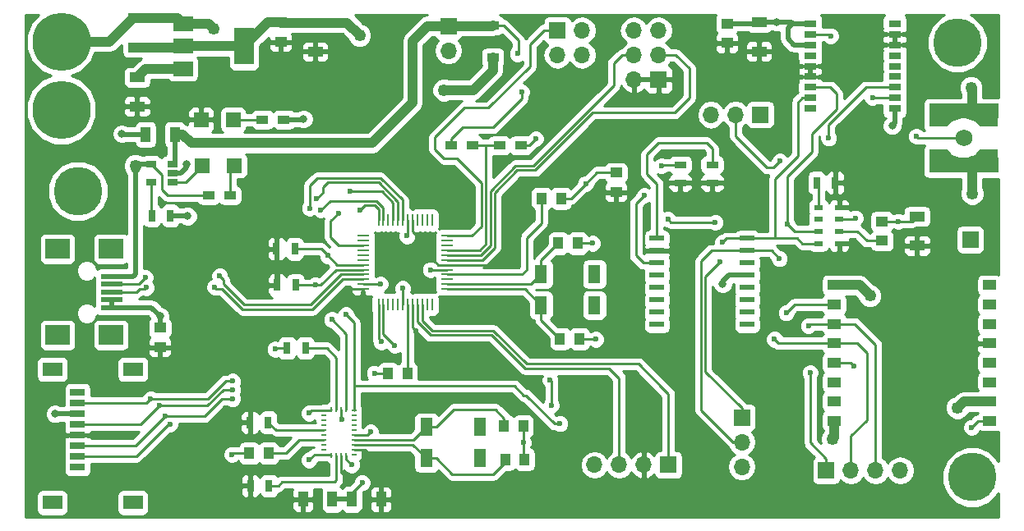
<source format=gtl>
G04 #@! TF.FileFunction,Copper,L1,Top,Signal*
%FSLAX46Y46*%
G04 Gerber Fmt 4.6, Leading zero omitted, Abs format (unit mm)*
G04 Created by KiCad (PCBNEW 4.0.7) date 06/23/18 17:57:27*
%MOMM*%
%LPD*%
G01*
G04 APERTURE LIST*
%ADD10C,0.100000*%
%ADD11R,1.000000X1.250000*%
%ADD12R,1.600000X1.000000*%
%ADD13R,1.250000X1.000000*%
%ADD14R,1.000000X1.600000*%
%ADD15R,1.200000X0.900000*%
%ADD16R,1.500000X1.500000*%
%ADD17R,2.300000X0.500000*%
%ADD18R,2.500000X2.000000*%
%ADD19C,6.000000*%
%ADD20R,1.700000X1.700000*%
%ADD21O,1.700000X1.700000*%
%ADD22R,2.000000X1.450000*%
%ADD23R,1.500000X0.800000*%
%ADD24R,1.910000X2.350000*%
%ADD25R,7.110000X1.510000*%
%ADD26C,1.730000*%
%ADD27R,0.700000X1.300000*%
%ADD28R,1.300000X0.700000*%
%ADD29R,1.300000X0.250000*%
%ADD30R,0.250000X1.300000*%
%ADD31R,1.060000X0.650000*%
%ADD32R,1.500000X0.600000*%
%ADD33R,0.950000X0.550000*%
%ADD34R,1.400000X1.000000*%
%ADD35R,1.300000X1.900000*%
%ADD36R,2.000000X3.800000*%
%ADD37R,2.000000X1.500000*%
%ADD38C,5.000000*%
%ADD39R,1.300000X0.800000*%
%ADD40R,0.475000X0.250000*%
%ADD41R,0.250000X0.475000*%
%ADD42C,0.600000*%
%ADD43C,0.800000*%
%ADD44C,1.250000*%
%ADD45C,0.250000*%
%ADD46C,0.500000*%
%ADD47C,1.000000*%
%ADD48C,0.254000*%
G04 APERTURE END LIST*
D10*
D11*
X113109500Y-70421500D03*
X115109500Y-70421500D03*
X117014500Y-84899500D03*
X115014500Y-84899500D03*
X116824000Y-75057000D03*
X114824000Y-75057000D03*
D12*
X71310500Y-51840000D03*
X71310500Y-54840000D03*
D11*
X97298000Y-88519000D03*
X99298000Y-88519000D03*
D12*
X89789000Y-55284500D03*
X89789000Y-52284500D03*
D13*
X86233000Y-54276500D03*
X86233000Y-52276500D03*
D14*
X75326500Y-63817500D03*
X72326500Y-63817500D03*
D13*
X73787000Y-85772500D03*
X73787000Y-83772500D03*
X120777000Y-69770500D03*
X120777000Y-67770500D03*
D12*
X135509000Y-55260500D03*
X135509000Y-52260500D03*
X151796750Y-75279250D03*
X151796750Y-72279250D03*
D13*
X132207000Y-54387500D03*
X132207000Y-52387500D03*
X148177250Y-74802750D03*
X148177250Y-72802750D03*
D14*
X93559500Y-101473000D03*
X96559500Y-101473000D03*
X91543000Y-101473000D03*
X88543000Y-101473000D03*
D11*
X85010500Y-96710500D03*
X83010500Y-96710500D03*
X111363000Y-97345500D03*
X109363000Y-97345500D03*
X111236000Y-93916500D03*
X109236000Y-93916500D03*
D15*
X108077000Y-55879000D03*
X108077000Y-52579000D03*
D16*
X81469500Y-67056000D03*
X78169500Y-67056000D03*
X78042500Y-62293500D03*
X81342500Y-62293500D03*
D12*
X71437500Y-60936000D03*
X71437500Y-57936000D03*
D17*
X68840000Y-78473500D03*
X68840000Y-79273500D03*
X68840000Y-80073500D03*
X68840000Y-80873500D03*
X68840000Y-81673500D03*
D18*
X68740000Y-75623500D03*
X63240000Y-75623500D03*
X68740000Y-84523500D03*
X63240000Y-84523500D03*
D19*
X63627000Y-61277500D03*
X63627000Y-54277500D03*
D20*
X126174500Y-97917000D03*
D21*
X123634500Y-97917000D03*
X121094500Y-97917000D03*
X118554500Y-97917000D03*
D20*
X103505000Y-52641500D03*
D21*
X103505000Y-55181500D03*
D22*
X62708500Y-88057500D03*
X62708500Y-101807500D03*
X71008500Y-101807500D03*
X71008500Y-88057500D03*
D23*
X65308500Y-90432500D03*
X65308500Y-91532500D03*
X65308500Y-92632500D03*
X65308500Y-93732500D03*
X65308500Y-94832500D03*
X65308500Y-95932500D03*
X65308500Y-97032500D03*
X65308500Y-98132500D03*
D10*
G36*
X156672317Y-67390366D02*
X156330297Y-66450674D01*
X158209683Y-65766634D01*
X158551703Y-66706326D01*
X156672317Y-67390366D01*
X156672317Y-67390366D01*
G37*
G36*
X154630297Y-66706326D02*
X154972317Y-65766634D01*
X156851703Y-66450674D01*
X156509683Y-67390366D01*
X154630297Y-66706326D01*
X154630297Y-66706326D01*
G37*
G36*
X156330297Y-61946326D02*
X156672317Y-61006634D01*
X158551703Y-61690674D01*
X158209683Y-62630366D01*
X156330297Y-61946326D01*
X156330297Y-61946326D01*
G37*
G36*
X154972317Y-62630366D02*
X154630297Y-61690674D01*
X156509683Y-61006634D01*
X156851703Y-61946326D01*
X154972317Y-62630366D01*
X154972317Y-62630366D01*
G37*
G36*
X157976117Y-66491219D02*
X157593095Y-66169825D01*
X158235883Y-65403781D01*
X158618905Y-65725175D01*
X157976117Y-66491219D01*
X157976117Y-66491219D01*
G37*
G36*
X154563095Y-65725175D02*
X154946117Y-65403781D01*
X155588905Y-66169825D01*
X155205883Y-66491219D01*
X154563095Y-65725175D01*
X154563095Y-65725175D01*
G37*
G36*
X157593095Y-62227175D02*
X157976117Y-61905781D01*
X158618905Y-62671825D01*
X158235883Y-62993219D01*
X157593095Y-62227175D01*
X157593095Y-62227175D01*
G37*
G36*
X154946117Y-62993219D02*
X154563095Y-62671825D01*
X155205883Y-61905781D01*
X155588905Y-62227175D01*
X154946117Y-62993219D01*
X154946117Y-62993219D01*
G37*
D24*
X159191000Y-66578500D03*
D25*
X156591000Y-66998500D03*
D24*
X153991000Y-66578500D03*
X159191000Y-61818500D03*
D26*
X156591000Y-64198500D03*
D25*
X156591000Y-61398500D03*
D24*
X153991000Y-61818500D03*
D20*
X125158500Y-58166000D03*
D21*
X122618500Y-58166000D03*
X125158500Y-55626000D03*
X122618500Y-55626000D03*
X125158500Y-53086000D03*
X122618500Y-53086000D03*
D20*
X114744500Y-53086000D03*
D21*
X117284500Y-53086000D03*
X114744500Y-55626000D03*
X117284500Y-55626000D03*
D20*
X133731000Y-93027500D03*
D21*
X133731000Y-95567500D03*
X133731000Y-98107500D03*
D20*
X135636000Y-61785500D03*
D21*
X133096000Y-61785500D03*
X130556000Y-61785500D03*
D15*
X81003500Y-70104000D03*
X78803500Y-70104000D03*
D27*
X85854500Y-79375000D03*
X87754500Y-79375000D03*
X85793500Y-75628500D03*
X87693500Y-75628500D03*
X74866500Y-72199500D03*
X72966500Y-72199500D03*
D15*
X103781500Y-64960500D03*
X105981500Y-64960500D03*
X108775500Y-64960500D03*
X110975500Y-64960500D03*
D28*
X130683000Y-66934000D03*
X130683000Y-68834000D03*
X127381000Y-66934000D03*
X127381000Y-68834000D03*
D27*
X143348750Y-68802250D03*
X141448750Y-68802250D03*
X83126500Y-100076000D03*
X85026500Y-100076000D03*
X84958000Y-93535500D03*
X83058000Y-93535500D03*
X86870500Y-85852000D03*
X88770500Y-85852000D03*
D15*
X84350500Y-62293500D03*
X86550500Y-62293500D03*
D29*
X103410000Y-79775500D03*
X103410000Y-79275500D03*
X103410000Y-78775500D03*
X103410000Y-78275500D03*
X103410000Y-77775500D03*
X103410000Y-77275500D03*
X103410000Y-76775500D03*
X103410000Y-76275500D03*
X103410000Y-75775500D03*
X103410000Y-75275500D03*
X103410000Y-74775500D03*
X103410000Y-74275500D03*
D30*
X101810000Y-72675500D03*
X101310000Y-72675500D03*
X100810000Y-72675500D03*
X100310000Y-72675500D03*
X99810000Y-72675500D03*
X99310000Y-72675500D03*
X98810000Y-72675500D03*
X98310000Y-72675500D03*
X97810000Y-72675500D03*
X97310000Y-72675500D03*
X96810000Y-72675500D03*
X96310000Y-72675500D03*
D29*
X94710000Y-74275500D03*
X94710000Y-74775500D03*
X94710000Y-75275500D03*
X94710000Y-75775500D03*
X94710000Y-76275500D03*
X94710000Y-76775500D03*
X94710000Y-77275500D03*
X94710000Y-77775500D03*
X94710000Y-78275500D03*
X94710000Y-78775500D03*
X94710000Y-79275500D03*
X94710000Y-79775500D03*
D30*
X96310000Y-81375500D03*
X96810000Y-81375500D03*
X97310000Y-81375500D03*
X97810000Y-81375500D03*
X98310000Y-81375500D03*
X98810000Y-81375500D03*
X99310000Y-81375500D03*
X99810000Y-81375500D03*
X100310000Y-81375500D03*
X100810000Y-81375500D03*
X101310000Y-81375500D03*
X101810000Y-81375500D03*
D31*
X75057000Y-68765500D03*
X75057000Y-67815500D03*
X75057000Y-66865500D03*
X72857000Y-66865500D03*
X72857000Y-68765500D03*
D32*
X125002500Y-74549000D03*
X125002500Y-75819000D03*
X125002500Y-77089000D03*
X125002500Y-78359000D03*
X125002500Y-79629000D03*
X125002500Y-80899000D03*
X125002500Y-82169000D03*
X125002500Y-83439000D03*
X134302500Y-83439000D03*
X134302500Y-82169000D03*
X134302500Y-80899000D03*
X134302500Y-79629000D03*
X134302500Y-78359000D03*
X134302500Y-77089000D03*
X134302500Y-75819000D03*
X134302500Y-74549000D03*
D33*
X143786750Y-71342250D03*
X143786750Y-75092250D03*
X143786750Y-73842250D03*
X143786750Y-72592250D03*
X141636750Y-75092250D03*
X141636750Y-73842250D03*
X141636750Y-72592250D03*
X141636750Y-71342250D03*
D34*
X143258000Y-79376000D03*
X143258000Y-81376000D03*
X143258000Y-83376000D03*
X143258000Y-85376000D03*
X143258000Y-87376000D03*
X143258000Y-89376000D03*
X143258000Y-91376000D03*
X143258000Y-93376000D03*
X159258000Y-93376000D03*
X159258000Y-91376000D03*
X159258000Y-89376000D03*
X159258000Y-87376000D03*
X159258000Y-85376000D03*
X159258000Y-83376000D03*
X159258000Y-81376000D03*
X159258000Y-79376000D03*
D35*
X113054500Y-81432000D03*
X118554500Y-81432000D03*
X118554500Y-78232000D03*
X113054500Y-78232000D03*
X101219000Y-97218500D03*
X106719000Y-97218500D03*
X106719000Y-94018500D03*
X101219000Y-94018500D03*
D20*
X157289500Y-74676000D03*
D36*
X82461500Y-54737000D03*
D37*
X76161500Y-54737000D03*
X76161500Y-57037000D03*
X76161500Y-52437000D03*
D38*
X155956000Y-54356000D03*
X157480000Y-99187000D03*
X65341500Y-69659500D03*
D20*
X142430500Y-98488500D03*
D21*
X144970500Y-98488500D03*
X147510500Y-98488500D03*
X150050500Y-98488500D03*
D39*
X140779000Y-52371000D03*
X140779000Y-53471000D03*
X140779000Y-54571000D03*
X140779000Y-55671000D03*
X140779000Y-56771000D03*
X140779000Y-57871000D03*
X140779000Y-58971000D03*
X140779000Y-60071000D03*
X140779000Y-61171000D03*
X149479000Y-61171000D03*
X149479000Y-60071000D03*
X149479000Y-58971000D03*
X149479000Y-57871000D03*
X149479000Y-56771000D03*
X149479000Y-55671000D03*
X149479000Y-54571000D03*
X149479000Y-53471000D03*
X149479000Y-52371000D03*
D40*
X93789500Y-92329000D03*
X93789500Y-92829000D03*
X93789500Y-93329000D03*
X93789500Y-93829000D03*
X93789500Y-94329000D03*
X93789500Y-94829000D03*
X93789500Y-95329000D03*
X93789500Y-95829000D03*
X93789500Y-96329000D03*
X93789500Y-96829000D03*
X90664500Y-92329000D03*
X90664500Y-92829000D03*
X90664500Y-93329000D03*
X90664500Y-93829000D03*
X90664500Y-94329000D03*
X90664500Y-94829000D03*
X90664500Y-95329000D03*
X90664500Y-95829000D03*
X90664500Y-96329000D03*
X90664500Y-96829000D03*
D41*
X92977000Y-92209000D03*
X92477000Y-92209000D03*
X91977000Y-92209000D03*
X91477000Y-92209000D03*
X92977000Y-96939000D03*
X92477000Y-96939000D03*
X91977000Y-96939000D03*
X91477000Y-96939000D03*
D42*
X102616000Y-83121500D03*
X100139500Y-84074000D03*
D43*
X125095000Y-63436500D03*
D44*
X103060500Y-59245500D03*
X79311500Y-52895500D03*
X71247000Y-67056000D03*
D42*
X110617000Y-55499000D03*
X111061500Y-59436000D03*
X79946500Y-78422500D03*
X72263000Y-78613000D03*
X79438500Y-79565500D03*
X72390000Y-79629000D03*
X140779500Y-88392000D03*
X138303000Y-82232500D03*
X81280000Y-89281000D03*
X93345000Y-69723000D03*
X72834500Y-91122500D03*
X81280000Y-90170000D03*
X137096500Y-84963000D03*
X89916000Y-70485000D03*
X73723500Y-91821000D03*
X81280000Y-91122500D03*
X140589000Y-83566000D03*
X74295000Y-92900500D03*
X89217500Y-71437500D03*
X94424500Y-71628000D03*
X126111000Y-72580500D03*
X131000500Y-72898000D03*
X145288000Y-87693500D03*
X142875000Y-53657500D03*
X151701500Y-64008000D03*
X92202000Y-71945500D03*
X131762500Y-74930000D03*
X131508500Y-76962000D03*
X113982500Y-89154000D03*
X114109500Y-91757500D03*
X91503500Y-82931000D03*
X89789000Y-79375000D03*
X138430000Y-73088500D03*
X137604500Y-76644500D03*
X114998500Y-93662500D03*
X92964000Y-82423000D03*
X91059000Y-76327000D03*
X96583500Y-85217000D03*
X142684500Y-64198500D03*
X137668000Y-66548000D03*
X147193000Y-60007500D03*
X97980500Y-85598000D03*
X125476000Y-67056000D03*
X123698000Y-70104000D03*
X157416500Y-94043500D03*
X89154000Y-92583000D03*
X94615000Y-99758500D03*
X111236000Y-95631000D03*
X93535500Y-97917000D03*
X92519500Y-93218000D03*
X95504000Y-94488000D03*
X89154000Y-97409000D03*
X81216500Y-96837500D03*
D43*
X62992000Y-92646500D03*
D42*
X85661500Y-85979000D03*
X95885000Y-88455500D03*
X96520000Y-79248000D03*
X98806000Y-79692500D03*
X101663500Y-77787500D03*
X99250500Y-74295000D03*
X118681500Y-84963000D03*
X118364000Y-75057000D03*
X117665500Y-68897500D03*
X112522000Y-64262000D03*
D43*
X149225000Y-62928500D03*
X137350500Y-52260500D03*
D44*
X157353000Y-58991500D03*
X157480000Y-69913500D03*
D42*
X149860000Y-72802750D03*
X145415000Y-72453500D03*
D43*
X131762500Y-79248000D03*
D44*
X143065500Y-95250000D03*
X155956000Y-92011500D03*
X146939000Y-80454500D03*
D43*
X88582500Y-62230000D03*
X76644500Y-72263000D03*
X73787000Y-82550000D03*
D44*
X94361000Y-53594000D03*
D43*
X69850000Y-63754000D03*
X76517500Y-66865500D03*
D42*
X90360500Y-71628000D03*
X74803000Y-93726000D03*
D45*
X94710000Y-79775500D02*
X93262000Y-79775500D01*
X93262000Y-79775500D02*
X93091000Y-79946500D01*
X94710000Y-79775500D02*
X94710000Y-80994000D01*
X94710000Y-80994000D02*
X94805500Y-81089500D01*
X99810000Y-72675500D02*
X99810000Y-73838500D01*
X102485000Y-77275500D02*
X103410000Y-77275500D01*
X102108000Y-76898500D02*
X102485000Y-77275500D01*
X102108000Y-76136500D02*
X102108000Y-76898500D01*
X99810000Y-73838500D02*
X102108000Y-76136500D01*
X93789500Y-96329000D02*
X94487500Y-96329000D01*
X94615000Y-96456500D02*
X94805500Y-96456500D01*
X94487500Y-96329000D02*
X94615000Y-96456500D01*
X93789500Y-96329000D02*
X94932000Y-96329000D01*
X94932000Y-96329000D02*
X95694500Y-97091500D01*
X92477000Y-96939000D02*
X92477000Y-98700000D01*
X92477000Y-98700000D02*
X92964000Y-99187000D01*
X99810000Y-81375500D02*
X99810000Y-83744500D01*
X99810000Y-83744500D02*
X100139500Y-84074000D01*
X94710000Y-79775500D02*
X94710000Y-80740500D01*
X94710000Y-80740500D02*
X94678500Y-80772000D01*
X103410000Y-77275500D02*
X108017500Y-77275500D01*
X108017500Y-77275500D02*
X108966000Y-76327000D01*
D46*
X85854500Y-79375000D02*
X85854500Y-75689500D01*
X85854500Y-75689500D02*
X85793500Y-75628500D01*
D45*
X103410000Y-78275500D02*
X111081500Y-78275500D01*
X113093500Y-72961500D02*
X113093500Y-70532500D01*
X111569500Y-74485500D02*
X113093500Y-72961500D01*
X111569500Y-77787500D02*
X111569500Y-74485500D01*
X111081500Y-78275500D02*
X111569500Y-77787500D01*
X113054500Y-81432000D02*
X113054500Y-82939500D01*
X113054500Y-82939500D02*
X115014500Y-84899500D01*
X103410000Y-79775500D02*
X111398000Y-79775500D01*
X111398000Y-79775500D02*
X113054500Y-81432000D01*
X113054500Y-78232000D02*
X113054500Y-76826500D01*
X113054500Y-76826500D02*
X114824000Y-75057000D01*
X103410000Y-79275500D02*
X112011000Y-79275500D01*
X112011000Y-79275500D02*
X113054500Y-78232000D01*
D47*
X108077000Y-55879000D02*
X108077000Y-57213500D01*
X106045000Y-59245500D02*
X103060500Y-59245500D01*
X108077000Y-57213500D02*
X106045000Y-59245500D01*
X78853000Y-52437000D02*
X79311500Y-52895500D01*
X76161500Y-52437000D02*
X78853000Y-52437000D01*
X71374000Y-67183000D02*
X71247000Y-67310000D01*
X71247000Y-67056000D02*
X71374000Y-67183000D01*
D46*
X68840000Y-78473500D02*
X71005500Y-78473500D01*
X71005500Y-78473500D02*
X71247000Y-78232000D01*
X71247000Y-78232000D02*
X71247000Y-67310000D01*
X71691500Y-66865500D02*
X72857000Y-66865500D01*
X71247000Y-67310000D02*
X71691500Y-66865500D01*
D45*
X78803500Y-70104000D02*
X74549000Y-70104000D01*
X73977500Y-67986000D02*
X72857000Y-66865500D01*
X73977500Y-69532500D02*
X73977500Y-67986000D01*
X74549000Y-70104000D02*
X73977500Y-69532500D01*
D47*
X71310500Y-51840000D02*
X75564500Y-51840000D01*
X75564500Y-51840000D02*
X76161500Y-52437000D01*
X63627000Y-54277500D02*
X68573000Y-54277500D01*
X68573000Y-54277500D02*
X71010500Y-51840000D01*
X71010500Y-51840000D02*
X71310500Y-51840000D01*
D45*
X99310000Y-81375500D02*
X99310000Y-88507000D01*
X99310000Y-88507000D02*
X99298000Y-88519000D01*
X103781500Y-64960500D02*
X103781500Y-64303000D01*
X109221000Y-52579000D02*
X108077000Y-52579000D01*
X110744000Y-54102000D02*
X109221000Y-52579000D01*
X110744000Y-55372000D02*
X110744000Y-54102000D01*
X110617000Y-55499000D02*
X110744000Y-55372000D01*
X111061500Y-60134500D02*
X111061500Y-59436000D01*
X108077000Y-63119000D02*
X111061500Y-60134500D01*
X104965500Y-63119000D02*
X108077000Y-63119000D01*
X103781500Y-64303000D02*
X104965500Y-63119000D01*
D47*
X103505000Y-52641500D02*
X108014500Y-52641500D01*
X108014500Y-52641500D02*
X108077000Y-52579000D01*
X75326500Y-63817500D02*
X76136500Y-63817500D01*
X101346000Y-52641500D02*
X103505000Y-52641500D01*
X99822000Y-54165500D02*
X101346000Y-52641500D01*
X99822000Y-60515500D02*
X99822000Y-54165500D01*
X95631000Y-64706500D02*
X99822000Y-60515500D01*
X77025500Y-64706500D02*
X95631000Y-64706500D01*
X76136500Y-63817500D02*
X77025500Y-64706500D01*
D46*
X75057000Y-66865500D02*
X75374500Y-66865500D01*
X75374500Y-66865500D02*
X75326500Y-66817500D01*
X75326500Y-66817500D02*
X75326500Y-63817500D01*
D45*
X143786750Y-73842250D02*
X145660750Y-73842250D01*
X146621250Y-74802750D02*
X148177250Y-74802750D01*
X145660750Y-73842250D02*
X146621250Y-74802750D01*
X90664500Y-95329000D02*
X88122500Y-95329000D01*
X86741000Y-96710500D02*
X85010500Y-96710500D01*
X88122500Y-95329000D02*
X86741000Y-96710500D01*
X93789500Y-95829000D02*
X99829500Y-95829000D01*
X99829500Y-95829000D02*
X101219000Y-97218500D01*
X109363000Y-97345500D02*
X109363000Y-97647000D01*
X109363000Y-97647000D02*
X108140500Y-98869500D01*
X108140500Y-98869500D02*
X103886000Y-98869500D01*
X103886000Y-98869500D02*
X102235000Y-97218500D01*
X102235000Y-97218500D02*
X101219000Y-97218500D01*
X93789500Y-95329000D02*
X99908500Y-95329000D01*
X99908500Y-95329000D02*
X101219000Y-94018500D01*
X109236000Y-93916500D02*
X109236000Y-93107000D01*
X102260000Y-94018500D02*
X101219000Y-94018500D01*
X104076500Y-92202000D02*
X102260000Y-94018500D01*
X108331000Y-92202000D02*
X104076500Y-92202000D01*
X109236000Y-93107000D02*
X108331000Y-92202000D01*
X81003500Y-70104000D02*
X81003500Y-67522000D01*
X81003500Y-67522000D02*
X81469500Y-67056000D01*
X78169500Y-67056000D02*
X78168500Y-67056000D01*
X78168500Y-67056000D02*
X76459000Y-68765500D01*
X76459000Y-68765500D02*
X75057000Y-68765500D01*
X81342500Y-62293500D02*
X84350500Y-62293500D01*
D47*
X76161500Y-57037000D02*
X72336500Y-57037000D01*
X72336500Y-57037000D02*
X71437500Y-57936000D01*
D45*
X68840000Y-79273500D02*
X71602500Y-79273500D01*
X80353000Y-79273500D02*
X82486500Y-81407000D01*
X82486500Y-81407000D02*
X89344500Y-81407000D01*
X89344500Y-81407000D02*
X92476000Y-78275500D01*
X92476000Y-78275500D02*
X94710000Y-78275500D01*
X80353000Y-78829000D02*
X80353000Y-79273500D01*
X79946500Y-78422500D02*
X80353000Y-78829000D01*
X71602500Y-79273500D02*
X72263000Y-78613000D01*
X71723998Y-79723502D02*
X72295498Y-79723502D01*
X71723998Y-79723502D02*
X71374000Y-80073500D01*
X68840000Y-80073500D02*
X71374000Y-80073500D01*
X79597949Y-79724949D02*
X80168051Y-79724949D01*
X79438500Y-79565500D02*
X79597949Y-79724949D01*
X72295498Y-79723502D02*
X72390000Y-79629000D01*
X94710000Y-78775500D02*
X92612398Y-78775500D01*
X82300104Y-81857002D02*
X80168051Y-79724949D01*
X80168051Y-79724949D02*
X80166604Y-79723502D01*
X89530896Y-81857002D02*
X82300104Y-81857002D01*
X92612398Y-78775500D02*
X89530896Y-81857002D01*
X126174500Y-97917000D02*
X126174500Y-90614500D01*
X126174500Y-90614500D02*
X125539500Y-89979500D01*
X100810000Y-83030000D02*
X100810000Y-81375500D01*
X101854000Y-84074000D02*
X100810000Y-83030000D01*
X108140500Y-84074000D02*
X101854000Y-84074000D01*
X111569500Y-87503000D02*
X108140500Y-84074000D01*
X123063000Y-87503000D02*
X111569500Y-87503000D01*
X125666500Y-90106500D02*
X125539500Y-89979500D01*
X125539500Y-89979500D02*
X123063000Y-87503000D01*
X121094500Y-97917000D02*
X121094500Y-88963500D01*
X121094500Y-88963500D02*
X120084002Y-87953002D01*
X100310000Y-81375500D02*
X100310000Y-83166398D01*
X111383104Y-87953002D02*
X120084002Y-87953002D01*
X107954104Y-84524002D02*
X111383104Y-87953002D01*
X101667604Y-84524002D02*
X107954104Y-84524002D01*
X100310000Y-83166398D02*
X101667604Y-84524002D01*
X142430500Y-98488500D02*
X142430500Y-97282000D01*
X140779500Y-95631000D02*
X140779500Y-88392000D01*
X142430500Y-97282000D02*
X140779500Y-95631000D01*
X139159500Y-81376000D02*
X143258000Y-81376000D01*
X138303000Y-82232500D02*
X139159500Y-81376000D01*
X78738602Y-91122500D02*
X80580102Y-89281000D01*
X80580102Y-89281000D02*
X81280000Y-89281000D01*
X72834500Y-91122500D02*
X78738602Y-91122500D01*
X65308500Y-91532500D02*
X72424500Y-91532500D01*
X97810000Y-70886000D02*
X97810000Y-72675500D01*
X96647000Y-69723000D02*
X97810000Y-70886000D01*
X95377000Y-69723000D02*
X96647000Y-69723000D01*
X93345000Y-69723000D02*
X95377000Y-69723000D01*
X72424500Y-91532500D02*
X72834500Y-91122500D01*
X143258000Y-85376000D02*
X145637500Y-85376000D01*
X144970500Y-94932500D02*
X144970500Y-98488500D01*
X146621500Y-93281500D02*
X144970500Y-94932500D01*
X146621500Y-86360000D02*
X146621500Y-93281500D01*
X145637500Y-85376000D02*
X146621500Y-86360000D01*
X78676500Y-91821000D02*
X80327500Y-90170000D01*
X80327500Y-90170000D02*
X81280000Y-90170000D01*
X73723500Y-91821000D02*
X78676500Y-91821000D01*
X137509500Y-85376000D02*
X143258000Y-85376000D01*
X137096500Y-84963000D02*
X137509500Y-85376000D01*
X65308500Y-93732500D02*
X71812000Y-93732500D01*
X98310000Y-70749602D02*
X98310000Y-72675500D01*
X96330898Y-68770500D02*
X98310000Y-70749602D01*
X91059000Y-68770500D02*
X96330898Y-68770500D01*
X90551000Y-69278500D02*
X91059000Y-68770500D01*
X90551000Y-69850000D02*
X90551000Y-69278500D01*
X89916000Y-70485000D02*
X90551000Y-69850000D01*
X71812000Y-93732500D02*
X73723500Y-91821000D01*
X147510500Y-98488500D02*
X147510500Y-85534500D01*
X145352000Y-83376000D02*
X143258000Y-83376000D01*
X147510500Y-85534500D02*
X145352000Y-83376000D01*
X78359000Y-92900500D02*
X80137000Y-91122500D01*
X80137000Y-91122500D02*
X81280000Y-91122500D01*
X74295000Y-92900500D02*
X78359000Y-92900500D01*
X140779000Y-83376000D02*
X143258000Y-83376000D01*
X140589000Y-83566000D02*
X140779000Y-83376000D01*
X98810000Y-72675500D02*
X98810000Y-70613204D01*
X89217500Y-69088000D02*
X89985002Y-68320498D01*
X89985002Y-68320498D02*
X96517294Y-68320498D01*
X96517294Y-68320498D02*
X98760002Y-70563206D01*
X89217500Y-69088000D02*
X89217500Y-71437500D01*
X98810000Y-70613204D02*
X98760002Y-70563206D01*
X65308500Y-95932500D02*
X71263000Y-95932500D01*
X71263000Y-95932500D02*
X74295000Y-92900500D01*
X89217500Y-71437500D02*
X89090500Y-71310500D01*
X96310000Y-71546398D02*
X95889104Y-71125502D01*
X95889104Y-71125502D02*
X94926998Y-71125502D01*
X94926998Y-71125502D02*
X94424500Y-71628000D01*
X126111000Y-72580500D02*
X126428500Y-72898000D01*
X126428500Y-72898000D02*
X131000500Y-72898000D01*
X96310000Y-72675500D02*
X96310000Y-71546398D01*
X144970500Y-87376000D02*
X143258000Y-87376000D01*
X145288000Y-87693500D02*
X144970500Y-87376000D01*
X156591000Y-64198500D02*
X151892000Y-64198500D01*
X142688500Y-53471000D02*
X140779000Y-53471000D01*
X142875000Y-53657500D02*
X142688500Y-53471000D01*
X151892000Y-64198500D02*
X151701500Y-64008000D01*
X103410000Y-76775500D02*
X106996296Y-76775500D01*
X126936500Y-55626000D02*
X125158500Y-55626000D01*
X128333500Y-57023000D02*
X126936500Y-55626000D01*
X128333500Y-60071000D02*
X128333500Y-57023000D01*
X126809500Y-61595000D02*
X128333500Y-60071000D01*
X118365398Y-61595000D02*
X126809500Y-61595000D01*
X112454396Y-67506002D02*
X118365398Y-61595000D01*
X110612896Y-67506002D02*
X112454396Y-67506002D01*
X108278504Y-69840394D02*
X110612896Y-67506002D01*
X108278504Y-75493292D02*
X108278504Y-69840394D01*
X106996296Y-76775500D02*
X108278504Y-75493292D01*
X103410000Y-76275500D02*
X106859898Y-76275500D01*
X121412000Y-55626000D02*
X122618500Y-55626000D01*
X120523000Y-56515000D02*
X121412000Y-55626000D01*
X120523000Y-58801000D02*
X120523000Y-56515000D01*
X112268000Y-67056000D02*
X120523000Y-58801000D01*
X110426500Y-67056000D02*
X112268000Y-67056000D01*
X107828502Y-69653998D02*
X110426500Y-67056000D01*
X107828502Y-75306896D02*
X107828502Y-69653998D01*
X106859898Y-76275500D02*
X107828502Y-75306896D01*
X103410000Y-74275500D02*
X105937500Y-74275500D01*
X113347500Y-53086000D02*
X114744500Y-53086000D01*
X111887000Y-54546500D02*
X113347500Y-53086000D01*
X111887000Y-56832500D02*
X111887000Y-54546500D01*
X107632500Y-61087000D02*
X111887000Y-56832500D01*
X105156000Y-61087000D02*
X107632500Y-61087000D01*
X102108000Y-64135000D02*
X105156000Y-61087000D01*
X102108000Y-65341500D02*
X102108000Y-64135000D01*
X103060500Y-66294000D02*
X102108000Y-65341500D01*
X104394000Y-66294000D02*
X103060500Y-66294000D01*
X106928498Y-68828498D02*
X104394000Y-66294000D01*
X106928498Y-73284502D02*
X106928498Y-68828498D01*
X105937500Y-74275500D02*
X106928498Y-73284502D01*
X94710000Y-75275500D02*
X92230000Y-75275500D01*
X91376500Y-72771000D02*
X92202000Y-71945500D01*
X91376500Y-74422000D02*
X91376500Y-72771000D01*
X92230000Y-75275500D02*
X91376500Y-74422000D01*
X137160000Y-74549000D02*
X137160000Y-68389500D01*
X139954000Y-60071000D02*
X140779000Y-60071000D01*
X139509500Y-60515500D02*
X139954000Y-60071000D01*
X139509500Y-66040000D02*
X139509500Y-60515500D01*
X137160000Y-68389500D02*
X139509500Y-66040000D01*
X134302500Y-74549000D02*
X137160000Y-74549000D01*
X137160000Y-74549000D02*
X139446000Y-74549000D01*
X139989250Y-75092250D02*
X141636750Y-75092250D01*
X139446000Y-74549000D02*
X139989250Y-75092250D01*
X133731000Y-93027500D02*
X133731000Y-92075000D01*
X132143500Y-74549000D02*
X134302500Y-74549000D01*
X131762500Y-74930000D02*
X132143500Y-74549000D01*
X129990002Y-78480498D02*
X131508500Y-76962000D01*
X129990002Y-88334002D02*
X129990002Y-78480498D01*
X133731000Y-92075000D02*
X129990002Y-88334002D01*
X113982500Y-89154000D02*
X114109500Y-89281000D01*
X114109500Y-89281000D02*
X114109500Y-91757500D01*
X92977000Y-92209000D02*
X92977000Y-84404500D01*
X92964000Y-84391500D02*
X91503500Y-82931000D01*
X92977000Y-84404500D02*
X92964000Y-84417500D01*
X92964000Y-84417500D02*
X92964000Y-84455000D01*
X92964000Y-84455000D02*
X92964000Y-84391500D01*
X87754500Y-79375000D02*
X89789000Y-79375000D01*
X89789000Y-79375000D02*
X90360500Y-79375000D01*
X91960000Y-77775500D02*
X94710000Y-77775500D01*
X90360500Y-79375000D02*
X91960000Y-77775500D01*
X138430000Y-73088500D02*
X138430000Y-68199000D01*
X142854500Y-58971000D02*
X140779000Y-58971000D01*
X143510000Y-59626500D02*
X142854500Y-58971000D01*
X143510000Y-61214000D02*
X143510000Y-59626500D01*
X140970000Y-63754000D02*
X143510000Y-61214000D01*
X140970000Y-65659000D02*
X140970000Y-63754000D01*
X138430000Y-68199000D02*
X140970000Y-65659000D01*
X134302500Y-75819000D02*
X136779000Y-75819000D01*
X139183750Y-73842250D02*
X141636750Y-73842250D01*
X138430000Y-73088500D02*
X139183750Y-73842250D01*
X136779000Y-75819000D02*
X137604500Y-76644500D01*
X133731000Y-95567500D02*
X132842000Y-95567500D01*
X130619500Y-75819000D02*
X134302500Y-75819000D01*
X129540000Y-76898500D02*
X130619500Y-75819000D01*
X129540000Y-92265500D02*
X129540000Y-76898500D01*
X132842000Y-95567500D02*
X129540000Y-92265500D01*
X93789500Y-89789000D02*
X110299500Y-89789000D01*
X114427000Y-93662500D02*
X114998500Y-93662500D01*
X111506000Y-90741500D02*
X114427000Y-93662500D01*
X111252000Y-90741500D02*
X111506000Y-90741500D01*
X110299500Y-89789000D02*
X111252000Y-90741500D01*
X93789500Y-92329000D02*
X93789500Y-89789000D01*
X93789500Y-89789000D02*
X93789500Y-83248500D01*
X91059000Y-76327000D02*
X91090750Y-76295250D01*
X91090750Y-76295250D02*
X91027250Y-76295250D01*
X91027250Y-76295250D02*
X90995500Y-76263500D01*
X90995500Y-76263500D02*
X90995500Y-76200000D01*
X93789500Y-83248500D02*
X92964000Y-82423000D01*
X87693500Y-75628500D02*
X90424000Y-75628500D01*
X92071000Y-77275500D02*
X94710000Y-77275500D01*
X90424000Y-75628500D02*
X90995500Y-76200000D01*
X90995500Y-76200000D02*
X92071000Y-77275500D01*
X146515000Y-58971000D02*
X149479000Y-58971000D01*
X142684500Y-62801500D02*
X146515000Y-58971000D01*
X142684500Y-64198500D02*
X142684500Y-62801500D01*
X96310000Y-81375500D02*
X96310000Y-84943500D01*
X96310000Y-84943500D02*
X96583500Y-85217000D01*
X133096000Y-64008000D02*
X133096000Y-61785500D01*
X136334500Y-67246500D02*
X133096000Y-64008000D01*
X136969500Y-67246500D02*
X136334500Y-67246500D01*
X137668000Y-66548000D02*
X136969500Y-67246500D01*
X147256500Y-60071000D02*
X149479000Y-60071000D01*
X147193000Y-60007500D02*
X147256500Y-60071000D01*
X96810000Y-81375500D02*
X96810000Y-84427500D01*
X96810000Y-84427500D02*
X97980500Y-85598000D01*
X72857000Y-68765500D02*
X72857000Y-72090000D01*
X72857000Y-72090000D02*
X72966500Y-72199500D01*
X103410000Y-75775500D02*
X106723500Y-75775500D01*
X107378500Y-75120500D02*
X107378500Y-71501000D01*
X106723500Y-75775500D02*
X107378500Y-75120500D01*
X107378500Y-64960500D02*
X107378500Y-71247000D01*
X107378500Y-71247000D02*
X107378500Y-71501000D01*
X107378500Y-71437500D02*
X107378500Y-71501000D01*
X105981500Y-64960500D02*
X107378500Y-64960500D01*
X107378500Y-64960500D02*
X108775500Y-64960500D01*
X125002500Y-74549000D02*
X125002500Y-68932000D01*
X130683000Y-65278000D02*
X130683000Y-66934000D01*
X130111500Y-64706500D02*
X130683000Y-65278000D01*
X125158500Y-64706500D02*
X130111500Y-64706500D01*
X123952000Y-65913000D02*
X125158500Y-64706500D01*
X123952000Y-67881500D02*
X123952000Y-65913000D01*
X125002500Y-68932000D02*
X123952000Y-67881500D01*
X125002500Y-77089000D02*
X123571000Y-77089000D01*
X125598000Y-66934000D02*
X127381000Y-66934000D01*
X125476000Y-67056000D02*
X125598000Y-66934000D01*
X122809000Y-70993000D02*
X123698000Y-70104000D01*
X122809000Y-76327000D02*
X122809000Y-70993000D01*
X123571000Y-77089000D02*
X122809000Y-76327000D01*
X141636750Y-71342250D02*
X141636750Y-68990250D01*
X141636750Y-68990250D02*
X141448750Y-68802250D01*
X141705250Y-71273750D02*
X141636750Y-71342250D01*
X91977000Y-96939000D02*
X91977000Y-99475500D01*
X85979000Y-100076000D02*
X85026500Y-100076000D01*
X86360000Y-99695000D02*
X85979000Y-100076000D01*
X91757500Y-99695000D02*
X86360000Y-99695000D01*
X91977000Y-99475500D02*
X91757500Y-99695000D01*
X90664500Y-94329000D02*
X85751500Y-94329000D01*
X85751500Y-94329000D02*
X84958000Y-93535500D01*
X91977000Y-92209000D02*
X91977000Y-86833500D01*
X90995500Y-85852000D02*
X88770500Y-85852000D01*
X91977000Y-86833500D02*
X90995500Y-85852000D01*
X159258000Y-93376000D02*
X158084000Y-93376000D01*
X158084000Y-93376000D02*
X157416500Y-94043500D01*
X90664500Y-92329000D02*
X89408000Y-92329000D01*
X89408000Y-92329000D02*
X89154000Y-92583000D01*
X93559500Y-101473000D02*
X93559500Y-100814000D01*
X93559500Y-100814000D02*
X94615000Y-99758500D01*
X92519500Y-101473000D02*
X92519500Y-101409500D01*
X92519500Y-101409500D02*
X92519500Y-101473000D01*
X111236000Y-93916500D02*
X111236000Y-95631000D01*
X111236000Y-95631000D02*
X111236000Y-97218500D01*
X111236000Y-97218500D02*
X111363000Y-97345500D01*
X92977000Y-96939000D02*
X92977000Y-97358500D01*
X92977000Y-97358500D02*
X93535500Y-97917000D01*
X92477000Y-92209000D02*
X92477000Y-93175500D01*
X92477000Y-93175500D02*
X92519500Y-93218000D01*
X93789500Y-94829000D02*
X95163000Y-94829000D01*
X95163000Y-94829000D02*
X95504000Y-94488000D01*
X90664500Y-96829000D02*
X89734000Y-96829000D01*
X89734000Y-96829000D02*
X89154000Y-97409000D01*
X83010500Y-96710500D02*
X81343500Y-96710500D01*
X81343500Y-96710500D02*
X81216500Y-96837500D01*
D46*
X65308500Y-92632500D02*
X63006000Y-92632500D01*
X63006000Y-92632500D02*
X62992000Y-92646500D01*
D45*
X86870500Y-85852000D02*
X85788500Y-85852000D01*
X85788500Y-85852000D02*
X85661500Y-85979000D01*
X97298000Y-88519000D02*
X95948500Y-88519000D01*
X95948500Y-88519000D02*
X95885000Y-88455500D01*
X94710000Y-79275500D02*
X96492500Y-79275500D01*
X96492500Y-79275500D02*
X96520000Y-79248000D01*
X98810000Y-81375500D02*
X98810000Y-79696500D01*
X98810000Y-79696500D02*
X98806000Y-79692500D01*
X103410000Y-77775500D02*
X101675500Y-77775500D01*
X101675500Y-77775500D02*
X101663500Y-77787500D01*
X99310000Y-72675500D02*
X99310000Y-74235500D01*
X99310000Y-74235500D02*
X99250500Y-74295000D01*
X117014500Y-84899500D02*
X118618000Y-84899500D01*
X118618000Y-84899500D02*
X118681500Y-84963000D01*
X116824000Y-75057000D02*
X118364000Y-75057000D01*
X115109500Y-70421500D02*
X116141500Y-70421500D01*
X118792500Y-67770500D02*
X120777000Y-67770500D01*
X116141500Y-70421500D02*
X117665500Y-68897500D01*
X117665500Y-68897500D02*
X118792500Y-67770500D01*
X110975500Y-64960500D02*
X111823500Y-64960500D01*
X111823500Y-64960500D02*
X112522000Y-64262000D01*
D46*
X149479000Y-61171000D02*
X149479000Y-62674500D01*
X149479000Y-62674500D02*
X149225000Y-62928500D01*
X132207000Y-52387500D02*
X135382000Y-52387500D01*
X135382000Y-52387500D02*
X135509000Y-52260500D01*
X135509000Y-52260500D02*
X137350500Y-52260500D01*
X137350500Y-52260500D02*
X138844000Y-52260500D01*
X138844000Y-52260500D02*
X138954500Y-52371000D01*
X140779000Y-54571000D02*
X139089500Y-54571000D01*
X138954500Y-52371000D02*
X140779000Y-52371000D01*
X138493500Y-52832000D02*
X138954500Y-52371000D01*
X138493500Y-53975000D02*
X138493500Y-52832000D01*
X139089500Y-54571000D02*
X138493500Y-53975000D01*
D47*
X157441000Y-61818500D02*
X157441000Y-59079500D01*
X157441000Y-59079500D02*
X157353000Y-58991500D01*
X157441000Y-66578500D02*
X157441000Y-69874500D01*
X157441000Y-69874500D02*
X157480000Y-69913500D01*
D45*
X148177250Y-72802750D02*
X149860000Y-72802750D01*
X149860000Y-72802750D02*
X151273250Y-72802750D01*
X151273250Y-72802750D02*
X151796750Y-72279250D01*
X143786750Y-72592250D02*
X145276250Y-72592250D01*
X145276250Y-72592250D02*
X145415000Y-72453500D01*
D46*
X134302500Y-78359000D02*
X132397500Y-78359000D01*
X131762500Y-78994000D02*
X131762500Y-79248000D01*
X132397500Y-78359000D02*
X131762500Y-78994000D01*
D47*
X143258000Y-93376000D02*
X143258000Y-95057500D01*
X143258000Y-95057500D02*
X143065500Y-95250000D01*
X159258000Y-91376000D02*
X156591500Y-91376000D01*
X156591500Y-91376000D02*
X155956000Y-92011500D01*
X143258000Y-79376000D02*
X145860500Y-79376000D01*
X145860500Y-79376000D02*
X146939000Y-80454500D01*
D46*
X86550500Y-62293500D02*
X88519000Y-62293500D01*
X88519000Y-62293500D02*
X88582500Y-62230000D01*
X74866500Y-72199500D02*
X76581000Y-72199500D01*
X76581000Y-72199500D02*
X76644500Y-72263000D01*
X68840000Y-81673500D02*
X72910500Y-81673500D01*
X73787000Y-82550000D02*
X73787000Y-83772500D01*
X72910500Y-81673500D02*
X73787000Y-82550000D01*
X68840000Y-81673500D02*
X68840000Y-80873500D01*
D47*
X89789000Y-52284500D02*
X93051500Y-52284500D01*
X93051500Y-52284500D02*
X94361000Y-53594000D01*
D46*
X72326500Y-63817500D02*
X69913500Y-63817500D01*
X69913500Y-63817500D02*
X69850000Y-63754000D01*
X75057000Y-67815500D02*
X75948500Y-67815500D01*
X76517500Y-67246500D02*
X76517500Y-66865500D01*
X75948500Y-67815500D02*
X76517500Y-67246500D01*
D45*
X90664500Y-96829000D02*
X91367000Y-96829000D01*
X91367000Y-96829000D02*
X91477000Y-96939000D01*
X90664500Y-92329000D02*
X91357000Y-92329000D01*
X91357000Y-92329000D02*
X91477000Y-92209000D01*
D46*
X91543000Y-101473000D02*
X92519500Y-101473000D01*
X92519500Y-101473000D02*
X93559500Y-101473000D01*
D47*
X89789000Y-52284500D02*
X86241000Y-52284500D01*
X86241000Y-52284500D02*
X86233000Y-52276500D01*
X86233000Y-52276500D02*
X84922000Y-52276500D01*
X84922000Y-52276500D02*
X82461500Y-54737000D01*
X76161500Y-54737000D02*
X82461500Y-54737000D01*
X71310500Y-54840000D02*
X76058500Y-54840000D01*
X76058500Y-54840000D02*
X76161500Y-54737000D01*
D45*
X65308500Y-97032500D02*
X71369500Y-97032500D01*
X96810000Y-71410000D02*
X96810000Y-72675500D01*
X96075500Y-70675500D02*
X96810000Y-71410000D01*
X91313000Y-70675500D02*
X96075500Y-70675500D01*
X90360500Y-71628000D02*
X91313000Y-70675500D01*
X74676000Y-93726000D02*
X74803000Y-93726000D01*
X71369500Y-97032500D02*
X74676000Y-93726000D01*
D48*
G36*
X60547194Y-52215749D02*
X59992632Y-53551282D01*
X59991370Y-54997374D01*
X60543600Y-56333872D01*
X61565249Y-57357306D01*
X62578030Y-57777850D01*
X61570628Y-58194100D01*
X60547194Y-59215749D01*
X59992632Y-60551282D01*
X59991370Y-61997374D01*
X60543600Y-63333872D01*
X61565249Y-64357306D01*
X62900782Y-64911868D01*
X64346874Y-64913130D01*
X65683372Y-64360900D01*
X66086003Y-63958971D01*
X68814821Y-63958971D01*
X68972058Y-64339515D01*
X69262954Y-64630919D01*
X69643223Y-64788820D01*
X70054971Y-64789179D01*
X70264751Y-64702500D01*
X71195054Y-64702500D01*
X71223338Y-64852817D01*
X71362410Y-65068941D01*
X71574610Y-65213931D01*
X71826500Y-65264940D01*
X72826500Y-65264940D01*
X73061817Y-65220662D01*
X73277941Y-65081590D01*
X73422931Y-64869390D01*
X73473940Y-64617500D01*
X73473940Y-63017500D01*
X73429662Y-62782183D01*
X73290590Y-62566059D01*
X73078390Y-62421069D01*
X72826500Y-62370060D01*
X71826500Y-62370060D01*
X71591183Y-62414338D01*
X71375059Y-62553410D01*
X71230069Y-62765610D01*
X71196273Y-62932500D01*
X70492368Y-62932500D01*
X70437046Y-62877081D01*
X70056777Y-62719180D01*
X69645029Y-62718821D01*
X69264485Y-62876058D01*
X68973081Y-63166954D01*
X68815180Y-63547223D01*
X68814821Y-63958971D01*
X66086003Y-63958971D01*
X66706806Y-63339251D01*
X67261368Y-62003718D01*
X67262050Y-61221750D01*
X70002500Y-61221750D01*
X70002500Y-61562309D01*
X70099173Y-61795698D01*
X70277801Y-61974327D01*
X70511190Y-62071000D01*
X71151750Y-62071000D01*
X71310500Y-61912250D01*
X71310500Y-61063000D01*
X71564500Y-61063000D01*
X71564500Y-61912250D01*
X71723250Y-62071000D01*
X72363810Y-62071000D01*
X72597199Y-61974327D01*
X72775827Y-61795698D01*
X72872500Y-61562309D01*
X72872500Y-61417190D01*
X76657500Y-61417190D01*
X76657500Y-62007750D01*
X76816250Y-62166500D01*
X77915500Y-62166500D01*
X77915500Y-61067250D01*
X78169500Y-61067250D01*
X78169500Y-62166500D01*
X79268750Y-62166500D01*
X79427500Y-62007750D01*
X79427500Y-61417190D01*
X79330827Y-61183801D01*
X79152198Y-61005173D01*
X78918809Y-60908500D01*
X78328250Y-60908500D01*
X78169500Y-61067250D01*
X77915500Y-61067250D01*
X77756750Y-60908500D01*
X77166191Y-60908500D01*
X76932802Y-61005173D01*
X76754173Y-61183801D01*
X76657500Y-61417190D01*
X72872500Y-61417190D01*
X72872500Y-61221750D01*
X72713750Y-61063000D01*
X71564500Y-61063000D01*
X71310500Y-61063000D01*
X70161250Y-61063000D01*
X70002500Y-61221750D01*
X67262050Y-61221750D01*
X67262630Y-60557626D01*
X67160186Y-60309691D01*
X70002500Y-60309691D01*
X70002500Y-60650250D01*
X70161250Y-60809000D01*
X71310500Y-60809000D01*
X71310500Y-59959750D01*
X71564500Y-59959750D01*
X71564500Y-60809000D01*
X72713750Y-60809000D01*
X72872500Y-60650250D01*
X72872500Y-60309691D01*
X72775827Y-60076302D01*
X72597199Y-59897673D01*
X72363810Y-59801000D01*
X71723250Y-59801000D01*
X71564500Y-59959750D01*
X71310500Y-59959750D01*
X71151750Y-59801000D01*
X70511190Y-59801000D01*
X70277801Y-59897673D01*
X70099173Y-60076302D01*
X70002500Y-60309691D01*
X67160186Y-60309691D01*
X66710400Y-59221128D01*
X65688751Y-58197694D01*
X64675970Y-57777150D01*
X65683372Y-57360900D01*
X66706806Y-56339251D01*
X67091627Y-55412500D01*
X68573000Y-55412500D01*
X69007346Y-55326103D01*
X69375566Y-55080066D01*
X69863060Y-54592572D01*
X69863060Y-55340000D01*
X69907338Y-55575317D01*
X70046410Y-55791441D01*
X70258610Y-55936431D01*
X70510500Y-55987440D01*
X71906965Y-55987440D01*
X71902154Y-55988397D01*
X71594021Y-56194285D01*
X71533934Y-56234434D01*
X70979808Y-56788560D01*
X70637500Y-56788560D01*
X70402183Y-56832838D01*
X70186059Y-56971910D01*
X70041069Y-57184110D01*
X69990060Y-57436000D01*
X69990060Y-58436000D01*
X70034338Y-58671317D01*
X70173410Y-58887441D01*
X70385610Y-59032431D01*
X70637500Y-59083440D01*
X72237500Y-59083440D01*
X72472817Y-59039162D01*
X72688941Y-58900090D01*
X72833931Y-58687890D01*
X72884940Y-58436000D01*
X72884940Y-58172000D01*
X74654656Y-58172000D01*
X74697410Y-58238441D01*
X74909610Y-58383431D01*
X75161500Y-58434440D01*
X77161500Y-58434440D01*
X77396817Y-58390162D01*
X77612941Y-58251090D01*
X77757931Y-58038890D01*
X77808940Y-57787000D01*
X77808940Y-56287000D01*
X77764662Y-56051683D01*
X77657741Y-55885523D01*
X77666981Y-55872000D01*
X80814060Y-55872000D01*
X80814060Y-56637000D01*
X80858338Y-56872317D01*
X80997410Y-57088441D01*
X81209610Y-57233431D01*
X81461500Y-57284440D01*
X83461500Y-57284440D01*
X83696817Y-57240162D01*
X83912941Y-57101090D01*
X84057931Y-56888890D01*
X84108940Y-56637000D01*
X84108940Y-55570250D01*
X88354000Y-55570250D01*
X88354000Y-55910809D01*
X88450673Y-56144198D01*
X88629301Y-56322827D01*
X88862690Y-56419500D01*
X89503250Y-56419500D01*
X89662000Y-56260750D01*
X89662000Y-55411500D01*
X89916000Y-55411500D01*
X89916000Y-56260750D01*
X90074750Y-56419500D01*
X90715310Y-56419500D01*
X90948699Y-56322827D01*
X91127327Y-56144198D01*
X91224000Y-55910809D01*
X91224000Y-55570250D01*
X91065250Y-55411500D01*
X89916000Y-55411500D01*
X89662000Y-55411500D01*
X88512750Y-55411500D01*
X88354000Y-55570250D01*
X84108940Y-55570250D01*
X84108940Y-54694692D01*
X84241382Y-54562250D01*
X84973000Y-54562250D01*
X84973000Y-54902809D01*
X85069673Y-55136198D01*
X85248301Y-55314827D01*
X85481690Y-55411500D01*
X85947250Y-55411500D01*
X86106000Y-55252750D01*
X86106000Y-54403500D01*
X86360000Y-54403500D01*
X86360000Y-55252750D01*
X86518750Y-55411500D01*
X86984310Y-55411500D01*
X87217699Y-55314827D01*
X87396327Y-55136198D01*
X87493000Y-54902809D01*
X87493000Y-54658191D01*
X88354000Y-54658191D01*
X88354000Y-54998750D01*
X88512750Y-55157500D01*
X89662000Y-55157500D01*
X89662000Y-54308250D01*
X89916000Y-54308250D01*
X89916000Y-55157500D01*
X91065250Y-55157500D01*
X91224000Y-54998750D01*
X91224000Y-54658191D01*
X91127327Y-54424802D01*
X90948699Y-54246173D01*
X90715310Y-54149500D01*
X90074750Y-54149500D01*
X89916000Y-54308250D01*
X89662000Y-54308250D01*
X89503250Y-54149500D01*
X88862690Y-54149500D01*
X88629301Y-54246173D01*
X88450673Y-54424802D01*
X88354000Y-54658191D01*
X87493000Y-54658191D01*
X87493000Y-54562250D01*
X87334250Y-54403500D01*
X86360000Y-54403500D01*
X86106000Y-54403500D01*
X85131750Y-54403500D01*
X84973000Y-54562250D01*
X84241382Y-54562250D01*
X84973000Y-53830633D01*
X84973000Y-53990750D01*
X85131750Y-54149500D01*
X86106000Y-54149500D01*
X86106000Y-54129500D01*
X86360000Y-54129500D01*
X86360000Y-54149500D01*
X87334250Y-54149500D01*
X87493000Y-53990750D01*
X87493000Y-53650191D01*
X87397445Y-53419500D01*
X88927569Y-53419500D01*
X88989000Y-53431940D01*
X90589000Y-53431940D01*
X90655113Y-53419500D01*
X92581368Y-53419500D01*
X93167945Y-54006077D01*
X93292201Y-54306800D01*
X93646335Y-54661553D01*
X94109271Y-54853781D01*
X94610530Y-54854218D01*
X95073800Y-54662799D01*
X95428553Y-54308665D01*
X95620781Y-53845729D01*
X95621218Y-53344470D01*
X95429799Y-52881200D01*
X95075665Y-52526447D01*
X94772831Y-52400699D01*
X93882132Y-51510000D01*
X101328404Y-51510000D01*
X100933458Y-51588560D01*
X100911654Y-51592897D01*
X100543433Y-51838934D01*
X99019434Y-53362934D01*
X98773397Y-53731154D01*
X98687000Y-54165500D01*
X98687000Y-60045368D01*
X95160868Y-63571500D01*
X82444622Y-63571500D01*
X82543941Y-63507590D01*
X82688931Y-63295390D01*
X82737915Y-63053500D01*
X83195395Y-63053500D01*
X83286410Y-63194941D01*
X83498610Y-63339931D01*
X83750500Y-63390940D01*
X84950500Y-63390940D01*
X85185817Y-63346662D01*
X85401941Y-63207590D01*
X85449634Y-63137789D01*
X85486410Y-63194941D01*
X85698610Y-63339931D01*
X85950500Y-63390940D01*
X87150500Y-63390940D01*
X87385817Y-63346662D01*
X87601941Y-63207590D01*
X87621817Y-63178500D01*
X88167841Y-63178500D01*
X88375723Y-63264820D01*
X88787471Y-63265179D01*
X89168015Y-63107942D01*
X89459419Y-62817046D01*
X89617320Y-62436777D01*
X89617679Y-62025029D01*
X89460442Y-61644485D01*
X89169546Y-61353081D01*
X88789277Y-61195180D01*
X88377529Y-61194821D01*
X87996985Y-61352058D01*
X87940444Y-61408500D01*
X87625169Y-61408500D01*
X87614590Y-61392059D01*
X87402390Y-61247069D01*
X87150500Y-61196060D01*
X85950500Y-61196060D01*
X85715183Y-61240338D01*
X85499059Y-61379410D01*
X85451366Y-61449211D01*
X85414590Y-61392059D01*
X85202390Y-61247069D01*
X84950500Y-61196060D01*
X83750500Y-61196060D01*
X83515183Y-61240338D01*
X83299059Y-61379410D01*
X83193774Y-61533500D01*
X82738058Y-61533500D01*
X82695662Y-61308183D01*
X82556590Y-61092059D01*
X82344390Y-60947069D01*
X82092500Y-60896060D01*
X80592500Y-60896060D01*
X80357183Y-60940338D01*
X80141059Y-61079410D01*
X79996069Y-61291610D01*
X79945060Y-61543500D01*
X79945060Y-63043500D01*
X79989338Y-63278817D01*
X80128410Y-63494941D01*
X80240458Y-63571500D01*
X79162525Y-63571500D01*
X79330827Y-63403199D01*
X79427500Y-63169810D01*
X79427500Y-62579250D01*
X79268750Y-62420500D01*
X78169500Y-62420500D01*
X78169500Y-62440500D01*
X77915500Y-62440500D01*
X77915500Y-62420500D01*
X76816250Y-62420500D01*
X76657500Y-62579250D01*
X76657500Y-62826797D01*
X76570846Y-62768897D01*
X76399134Y-62734741D01*
X76290590Y-62566059D01*
X76078390Y-62421069D01*
X75826500Y-62370060D01*
X74826500Y-62370060D01*
X74591183Y-62414338D01*
X74375059Y-62553410D01*
X74230069Y-62765610D01*
X74179060Y-63017500D01*
X74179060Y-64617500D01*
X74223338Y-64852817D01*
X74362410Y-65068941D01*
X74441500Y-65122981D01*
X74441500Y-65909148D01*
X74291683Y-65937338D01*
X74075559Y-66076410D01*
X73955767Y-66251732D01*
X73851090Y-66089059D01*
X73638890Y-65944069D01*
X73387000Y-65893060D01*
X72327000Y-65893060D01*
X72091683Y-65937338D01*
X72024607Y-65980500D01*
X71942527Y-65980500D01*
X71498729Y-65796219D01*
X70997470Y-65795782D01*
X70534200Y-65987201D01*
X70179447Y-66341335D01*
X69987219Y-66804271D01*
X69986782Y-67305530D01*
X70178201Y-67768800D01*
X70288698Y-67879490D01*
X70362000Y-67989195D01*
X70362000Y-74109137D01*
X70241890Y-74027069D01*
X69990000Y-73976060D01*
X67490000Y-73976060D01*
X67254683Y-74020338D01*
X67038559Y-74159410D01*
X66893569Y-74371610D01*
X66842560Y-74623500D01*
X66842560Y-76623500D01*
X66886838Y-76858817D01*
X67025910Y-77074941D01*
X67238110Y-77219931D01*
X67490000Y-77270940D01*
X69990000Y-77270940D01*
X70225317Y-77226662D01*
X70362000Y-77138709D01*
X70362000Y-77588500D01*
X70051431Y-77588500D01*
X69990000Y-77576060D01*
X67690000Y-77576060D01*
X67454683Y-77620338D01*
X67325149Y-77703691D01*
X67325188Y-77658627D01*
X67160354Y-77259700D01*
X66855405Y-76954218D01*
X66456767Y-76788689D01*
X66025127Y-76788312D01*
X65626200Y-76953146D01*
X65320718Y-77258095D01*
X65155189Y-77656733D01*
X65154812Y-78088373D01*
X65319646Y-78487300D01*
X65624595Y-78792782D01*
X66023233Y-78958311D01*
X66454873Y-78958688D01*
X66853800Y-78793854D01*
X67042560Y-78605423D01*
X67042560Y-78723500D01*
X67071821Y-78879007D01*
X67042560Y-79023500D01*
X67042560Y-79523500D01*
X67071821Y-79679007D01*
X67042560Y-79823500D01*
X67042560Y-80323500D01*
X67071821Y-80479007D01*
X67042560Y-80623500D01*
X67042560Y-81123500D01*
X67071821Y-81279007D01*
X67042560Y-81423500D01*
X67042560Y-81541700D01*
X66855405Y-81354218D01*
X66456767Y-81188689D01*
X66025127Y-81188312D01*
X65626200Y-81353146D01*
X65320718Y-81658095D01*
X65155189Y-82056733D01*
X65154812Y-82488373D01*
X65319646Y-82887300D01*
X65624595Y-83192782D01*
X66023233Y-83358311D01*
X66454873Y-83358688D01*
X66853800Y-83193854D01*
X67159282Y-82888905D01*
X67324811Y-82490267D01*
X67324853Y-82442546D01*
X67438110Y-82519931D01*
X67690000Y-82570940D01*
X69990000Y-82570940D01*
X70056113Y-82558500D01*
X72543920Y-82558500D01*
X72759869Y-82774448D01*
X72760597Y-82776211D01*
X72710559Y-82808410D01*
X72565569Y-83020610D01*
X72514560Y-83272500D01*
X72514560Y-84272500D01*
X72558838Y-84507817D01*
X72697910Y-84723941D01*
X72766006Y-84770469D01*
X72623673Y-84912802D01*
X72527000Y-85146191D01*
X72527000Y-85486750D01*
X72685750Y-85645500D01*
X73660000Y-85645500D01*
X73660000Y-85625500D01*
X73914000Y-85625500D01*
X73914000Y-85645500D01*
X74888250Y-85645500D01*
X75047000Y-85486750D01*
X75047000Y-85146191D01*
X74950327Y-84912802D01*
X74809090Y-84771564D01*
X74863441Y-84736590D01*
X75008431Y-84524390D01*
X75059440Y-84272500D01*
X75059440Y-83272500D01*
X75015162Y-83037183D01*
X74876090Y-82821059D01*
X74813022Y-82777966D01*
X74821820Y-82756777D01*
X74822179Y-82345029D01*
X74664942Y-81964485D01*
X74374046Y-81673081D01*
X74010848Y-81522268D01*
X73536290Y-81047710D01*
X73249175Y-80855867D01*
X73192984Y-80844690D01*
X72910500Y-80788499D01*
X72910495Y-80788500D01*
X71600228Y-80788500D01*
X71664839Y-80775648D01*
X71911401Y-80610901D01*
X72030271Y-80492031D01*
X72203201Y-80563838D01*
X72575167Y-80564162D01*
X72918943Y-80422117D01*
X73182192Y-80159327D01*
X73324838Y-79815799D01*
X73325162Y-79443833D01*
X73183117Y-79100057D01*
X73105461Y-79022266D01*
X73197838Y-78799799D01*
X73198162Y-78427833D01*
X73056117Y-78084057D01*
X72793327Y-77820808D01*
X72449799Y-77678162D01*
X72132000Y-77677885D01*
X72132000Y-75914250D01*
X84808500Y-75914250D01*
X84808500Y-76404810D01*
X84905173Y-76638199D01*
X85083802Y-76816827D01*
X85317191Y-76913500D01*
X85507750Y-76913500D01*
X85666500Y-76754750D01*
X85666500Y-75755500D01*
X84967250Y-75755500D01*
X84808500Y-75914250D01*
X72132000Y-75914250D01*
X72132000Y-74852190D01*
X84808500Y-74852190D01*
X84808500Y-75342750D01*
X84967250Y-75501500D01*
X85666500Y-75501500D01*
X85666500Y-74502250D01*
X85507750Y-74343500D01*
X85317191Y-74343500D01*
X85083802Y-74440173D01*
X84905173Y-74618801D01*
X84808500Y-74852190D01*
X72132000Y-74852190D01*
X72132000Y-73269223D01*
X72152410Y-73300941D01*
X72364610Y-73445931D01*
X72616500Y-73496940D01*
X73316500Y-73496940D01*
X73551817Y-73452662D01*
X73767941Y-73313590D01*
X73912931Y-73101390D01*
X73915581Y-73088303D01*
X74052410Y-73300941D01*
X74264610Y-73445931D01*
X74516500Y-73496940D01*
X75216500Y-73496940D01*
X75451817Y-73452662D01*
X75667941Y-73313590D01*
X75812931Y-73101390D01*
X75816351Y-73084500D01*
X76002132Y-73084500D01*
X76057454Y-73139919D01*
X76437723Y-73297820D01*
X76849471Y-73298179D01*
X77230015Y-73140942D01*
X77521419Y-72850046D01*
X77679320Y-72469777D01*
X77679679Y-72058029D01*
X77522442Y-71677485D01*
X77231546Y-71386081D01*
X76851277Y-71228180D01*
X76439529Y-71227821D01*
X76229749Y-71314500D01*
X75819722Y-71314500D01*
X75819662Y-71314183D01*
X75680590Y-71098059D01*
X75468390Y-70953069D01*
X75216500Y-70902060D01*
X74516500Y-70902060D01*
X74281183Y-70946338D01*
X74065059Y-71085410D01*
X73920069Y-71297610D01*
X73917419Y-71310697D01*
X73780590Y-71098059D01*
X73617000Y-70986283D01*
X73617000Y-70246802D01*
X74011599Y-70641401D01*
X74258161Y-70806148D01*
X74549000Y-70864000D01*
X77648395Y-70864000D01*
X77739410Y-71005441D01*
X77951610Y-71150431D01*
X78203500Y-71201440D01*
X79403500Y-71201440D01*
X79638817Y-71157162D01*
X79854941Y-71018090D01*
X79902634Y-70948289D01*
X79939410Y-71005441D01*
X80151610Y-71150431D01*
X80403500Y-71201440D01*
X81603500Y-71201440D01*
X81838817Y-71157162D01*
X82054941Y-71018090D01*
X82199931Y-70805890D01*
X82250940Y-70554000D01*
X82250940Y-69654000D01*
X82206662Y-69418683D01*
X82067590Y-69202559D01*
X81855390Y-69057569D01*
X81763500Y-69038961D01*
X81763500Y-68453440D01*
X82219500Y-68453440D01*
X82454817Y-68409162D01*
X82670941Y-68270090D01*
X82815931Y-68057890D01*
X82866940Y-67806000D01*
X82866940Y-66306000D01*
X82822662Y-66070683D01*
X82683590Y-65854559D01*
X82664478Y-65841500D01*
X95631000Y-65841500D01*
X96065346Y-65755103D01*
X96433566Y-65509066D01*
X100624566Y-61318066D01*
X100663306Y-61260087D01*
X100870603Y-60949846D01*
X100957000Y-60515500D01*
X100957000Y-54635632D01*
X101816133Y-53776500D01*
X102083808Y-53776500D01*
X102190910Y-53942941D01*
X102403110Y-54087931D01*
X102470541Y-54101586D01*
X102425853Y-54131446D01*
X102103946Y-54613215D01*
X101990907Y-55181500D01*
X102103946Y-55749785D01*
X102425853Y-56231554D01*
X102907622Y-56553461D01*
X103475907Y-56666500D01*
X103534093Y-56666500D01*
X104102378Y-56553461D01*
X104584147Y-56231554D01*
X104906054Y-55749785D01*
X105019093Y-55181500D01*
X104906054Y-54613215D01*
X104584147Y-54131446D01*
X104542548Y-54103650D01*
X104590317Y-54094662D01*
X104806441Y-53955590D01*
X104928808Y-53776500D01*
X108014500Y-53776500D01*
X108448846Y-53690103D01*
X108469294Y-53676440D01*
X108677000Y-53676440D01*
X108912317Y-53632162D01*
X109086972Y-53519774D01*
X109984000Y-54416802D01*
X109984000Y-54809759D01*
X109824808Y-54968673D01*
X109682162Y-55312201D01*
X109681838Y-55684167D01*
X109823883Y-56027943D01*
X110086673Y-56291192D01*
X110430201Y-56433838D01*
X110802167Y-56434162D01*
X111127000Y-56299944D01*
X111127000Y-56517698D01*
X107317698Y-60327000D01*
X106313962Y-60327000D01*
X106479346Y-60294103D01*
X106847566Y-60048066D01*
X108879566Y-58016066D01*
X108941118Y-57923947D01*
X109125603Y-57647846D01*
X109212000Y-57213500D01*
X109212000Y-56670797D01*
X109273431Y-56580890D01*
X109324440Y-56329000D01*
X109324440Y-55429000D01*
X109280162Y-55193683D01*
X109141090Y-54977559D01*
X108928890Y-54832569D01*
X108677000Y-54781560D01*
X108265826Y-54781560D01*
X108077000Y-54744000D01*
X107888174Y-54781560D01*
X107477000Y-54781560D01*
X107241683Y-54825838D01*
X107025559Y-54964910D01*
X106880569Y-55177110D01*
X106829560Y-55429000D01*
X106829560Y-56329000D01*
X106873838Y-56564317D01*
X106942000Y-56670244D01*
X106942000Y-56743368D01*
X105574868Y-58110500D01*
X103612735Y-58110500D01*
X103312229Y-57985719D01*
X102810970Y-57985282D01*
X102347700Y-58176701D01*
X101992947Y-58530835D01*
X101800719Y-58993771D01*
X101800282Y-59495030D01*
X101991701Y-59958300D01*
X102345835Y-60313053D01*
X102808771Y-60505281D01*
X103310030Y-60505718D01*
X103613081Y-60380500D01*
X104887040Y-60380500D01*
X104865161Y-60384852D01*
X104618599Y-60549599D01*
X101570599Y-63597599D01*
X101405852Y-63844161D01*
X101348000Y-64135000D01*
X101348000Y-65341500D01*
X101405852Y-65632339D01*
X101570599Y-65878901D01*
X102523099Y-66831401D01*
X102769660Y-66996148D01*
X102790167Y-67000227D01*
X103060500Y-67054000D01*
X104079198Y-67054000D01*
X106168498Y-69143300D01*
X106168498Y-72969700D01*
X105622698Y-73515500D01*
X104121431Y-73515500D01*
X104060000Y-73503060D01*
X102760000Y-73503060D01*
X102538025Y-73544828D01*
X102582440Y-73325500D01*
X102582440Y-72025500D01*
X102538162Y-71790183D01*
X102399090Y-71574059D01*
X102186890Y-71429069D01*
X101935000Y-71378060D01*
X101685000Y-71378060D01*
X101555411Y-71402444D01*
X101435000Y-71378060D01*
X101185000Y-71378060D01*
X101055411Y-71402444D01*
X100935000Y-71378060D01*
X100685000Y-71378060D01*
X100555411Y-71402444D01*
X100435000Y-71378060D01*
X100185000Y-71378060D01*
X100079295Y-71397950D01*
X100061310Y-71390500D01*
X100031250Y-71390500D01*
X100010938Y-71410812D01*
X99949683Y-71422338D01*
X99809273Y-71512690D01*
X99686890Y-71429069D01*
X99612192Y-71413942D01*
X99588750Y-71390500D01*
X99570000Y-71390500D01*
X99570000Y-70613204D01*
X99512148Y-70322365D01*
X99347401Y-70075803D01*
X97054695Y-67783097D01*
X96808133Y-67618350D01*
X96517294Y-67560498D01*
X89985002Y-67560498D01*
X89694163Y-67618350D01*
X89447601Y-67783097D01*
X88680099Y-68550599D01*
X88515352Y-68797161D01*
X88457500Y-69088000D01*
X88457500Y-70875037D01*
X88425308Y-70907173D01*
X88282662Y-71250701D01*
X88282338Y-71622667D01*
X88424383Y-71966443D01*
X88687173Y-72229692D01*
X89030701Y-72372338D01*
X89402667Y-72372662D01*
X89671741Y-72261483D01*
X89830173Y-72420192D01*
X90173701Y-72562838D01*
X90545667Y-72563162D01*
X90667887Y-72512662D01*
X90616500Y-72771000D01*
X90616500Y-74422000D01*
X90674352Y-74712839D01*
X90839099Y-74959401D01*
X91290366Y-75410668D01*
X91274298Y-75403996D01*
X90961401Y-75091099D01*
X90714839Y-74926352D01*
X90424000Y-74868500D01*
X88670242Y-74868500D01*
X88646662Y-74743183D01*
X88507590Y-74527059D01*
X88295390Y-74382069D01*
X88043500Y-74331060D01*
X87343500Y-74331060D01*
X87108183Y-74375338D01*
X86892059Y-74514410D01*
X86747069Y-74726610D01*
X86740309Y-74759990D01*
X86681827Y-74618801D01*
X86503198Y-74440173D01*
X86269809Y-74343500D01*
X86079250Y-74343500D01*
X85920500Y-74502250D01*
X85920500Y-75501500D01*
X85940500Y-75501500D01*
X85940500Y-75755500D01*
X85920500Y-75755500D01*
X85920500Y-76754750D01*
X86079250Y-76913500D01*
X86269809Y-76913500D01*
X86503198Y-76816827D01*
X86681827Y-76638199D01*
X86738154Y-76502213D01*
X86740338Y-76513817D01*
X86879410Y-76729941D01*
X87091610Y-76874931D01*
X87343500Y-76925940D01*
X88043500Y-76925940D01*
X88278817Y-76881662D01*
X88494941Y-76742590D01*
X88639931Y-76530390D01*
X88668664Y-76388500D01*
X90109198Y-76388500D01*
X90123933Y-76403235D01*
X90123838Y-76512167D01*
X90265883Y-76855943D01*
X90528673Y-77119192D01*
X90872201Y-77261838D01*
X90982632Y-77261934D01*
X91190698Y-77470000D01*
X90148729Y-78511969D01*
X89975799Y-78440162D01*
X89603833Y-78439838D01*
X89260057Y-78581883D01*
X89226882Y-78615000D01*
X88731242Y-78615000D01*
X88707662Y-78489683D01*
X88568590Y-78273559D01*
X88356390Y-78128569D01*
X88104500Y-78077560D01*
X87404500Y-78077560D01*
X87169183Y-78121838D01*
X86953059Y-78260910D01*
X86808069Y-78473110D01*
X86801309Y-78506490D01*
X86742827Y-78365301D01*
X86564198Y-78186673D01*
X86330809Y-78090000D01*
X86140250Y-78090000D01*
X85981500Y-78248750D01*
X85981500Y-79248000D01*
X86001500Y-79248000D01*
X86001500Y-79502000D01*
X85981500Y-79502000D01*
X85981500Y-79522000D01*
X85727500Y-79522000D01*
X85727500Y-79502000D01*
X85028250Y-79502000D01*
X84869500Y-79660750D01*
X84869500Y-80151310D01*
X84966173Y-80384699D01*
X85144802Y-80563327D01*
X85346806Y-80647000D01*
X82801302Y-80647000D01*
X81113000Y-78958698D01*
X81113000Y-78829000D01*
X81067189Y-78598690D01*
X84869500Y-78598690D01*
X84869500Y-79089250D01*
X85028250Y-79248000D01*
X85727500Y-79248000D01*
X85727500Y-78248750D01*
X85568750Y-78090000D01*
X85378191Y-78090000D01*
X85144802Y-78186673D01*
X84966173Y-78365301D01*
X84869500Y-78598690D01*
X81067189Y-78598690D01*
X81055148Y-78538161D01*
X80890401Y-78291599D01*
X80881622Y-78282820D01*
X80881662Y-78237333D01*
X80739617Y-77893557D01*
X80476827Y-77630308D01*
X80133299Y-77487662D01*
X79761333Y-77487338D01*
X79417557Y-77629383D01*
X79154308Y-77892173D01*
X79011662Y-78235701D01*
X79011338Y-78607667D01*
X79054629Y-78712440D01*
X78909557Y-78772383D01*
X78646308Y-79035173D01*
X78503662Y-79378701D01*
X78503338Y-79750667D01*
X78645383Y-80094443D01*
X78908173Y-80357692D01*
X79251701Y-80500338D01*
X79623667Y-80500662D01*
X79661695Y-80484949D01*
X79853249Y-80484949D01*
X81762703Y-82394403D01*
X82009264Y-82559150D01*
X82300104Y-82617002D01*
X89530896Y-82617002D01*
X89821735Y-82559150D01*
X90068297Y-82394403D01*
X92927200Y-79535500D01*
X93425000Y-79535500D01*
X93425000Y-79554250D01*
X93445312Y-79574562D01*
X93456838Y-79635817D01*
X93586939Y-79838000D01*
X93583750Y-79838000D01*
X93425000Y-79996750D01*
X93425000Y-80026810D01*
X93521673Y-80260199D01*
X93700302Y-80438827D01*
X93933691Y-80535500D01*
X94424250Y-80535500D01*
X94583000Y-80376750D01*
X94583000Y-80047940D01*
X94837000Y-80047940D01*
X94837000Y-80376750D01*
X94995750Y-80535500D01*
X95486309Y-80535500D01*
X95584251Y-80494931D01*
X95537560Y-80725500D01*
X95537560Y-82025500D01*
X95550000Y-82091613D01*
X95550000Y-84943500D01*
X95607852Y-85234339D01*
X95648431Y-85295070D01*
X95648338Y-85402167D01*
X95790383Y-85745943D01*
X96053173Y-86009192D01*
X96396701Y-86151838D01*
X96768667Y-86152162D01*
X97112443Y-86010117D01*
X97131324Y-85991269D01*
X97187383Y-86126943D01*
X97450173Y-86390192D01*
X97793701Y-86532838D01*
X98165667Y-86533162D01*
X98509443Y-86391117D01*
X98550000Y-86350631D01*
X98550000Y-87298999D01*
X98346559Y-87429910D01*
X98298866Y-87499711D01*
X98262090Y-87442559D01*
X98049890Y-87297569D01*
X97798000Y-87246560D01*
X96798000Y-87246560D01*
X96562683Y-87290838D01*
X96346559Y-87429910D01*
X96237530Y-87589480D01*
X96071799Y-87520662D01*
X95699833Y-87520338D01*
X95356057Y-87662383D01*
X95092808Y-87925173D01*
X94950162Y-88268701D01*
X94949838Y-88640667D01*
X95091883Y-88984443D01*
X95136362Y-89029000D01*
X94549500Y-89029000D01*
X94549500Y-83248500D01*
X94514424Y-83072162D01*
X94491648Y-82957660D01*
X94326901Y-82711099D01*
X93899122Y-82283320D01*
X93899162Y-82237833D01*
X93757117Y-81894057D01*
X93494327Y-81630808D01*
X93150799Y-81488162D01*
X92778833Y-81487838D01*
X92435057Y-81629883D01*
X92171808Y-81892673D01*
X92059093Y-82164119D01*
X92033827Y-82138808D01*
X91690299Y-81996162D01*
X91318333Y-81995838D01*
X90974557Y-82137883D01*
X90711308Y-82400673D01*
X90568662Y-82744201D01*
X90568338Y-83116167D01*
X90710383Y-83459943D01*
X90973173Y-83723192D01*
X91316701Y-83865838D01*
X91363577Y-83865879D01*
X92217000Y-84719302D01*
X92217000Y-85998698D01*
X91532901Y-85314599D01*
X91286339Y-85149852D01*
X90995500Y-85092000D01*
X89747242Y-85092000D01*
X89723662Y-84966683D01*
X89584590Y-84750559D01*
X89372390Y-84605569D01*
X89120500Y-84554560D01*
X88420500Y-84554560D01*
X88185183Y-84598838D01*
X87969059Y-84737910D01*
X87824069Y-84950110D01*
X87821419Y-84963197D01*
X87684590Y-84750559D01*
X87472390Y-84605569D01*
X87220500Y-84554560D01*
X86520500Y-84554560D01*
X86285183Y-84598838D01*
X86069059Y-84737910D01*
X85924069Y-84950110D01*
X85900623Y-85065889D01*
X85848299Y-85044162D01*
X85476333Y-85043838D01*
X85132557Y-85185883D01*
X84869308Y-85448673D01*
X84726662Y-85792201D01*
X84726338Y-86164167D01*
X84868383Y-86507943D01*
X85131173Y-86771192D01*
X85474701Y-86913838D01*
X85846667Y-86914162D01*
X85992390Y-86853951D01*
X86056410Y-86953441D01*
X86268610Y-87098431D01*
X86520500Y-87149440D01*
X87220500Y-87149440D01*
X87455817Y-87105162D01*
X87671941Y-86966090D01*
X87816931Y-86753890D01*
X87819581Y-86740803D01*
X87956410Y-86953441D01*
X88168610Y-87098431D01*
X88420500Y-87149440D01*
X89120500Y-87149440D01*
X89355817Y-87105162D01*
X89571941Y-86966090D01*
X89716931Y-86753890D01*
X89745664Y-86612000D01*
X90680698Y-86612000D01*
X91217000Y-87148302D01*
X91217000Y-91349462D01*
X91116683Y-91368338D01*
X90900559Y-91507410D01*
X90866976Y-91556560D01*
X90427000Y-91556560D01*
X90360887Y-91569000D01*
X89408000Y-91569000D01*
X89117160Y-91626852D01*
X89085600Y-91647940D01*
X88968833Y-91647838D01*
X88625057Y-91789883D01*
X88361808Y-92052673D01*
X88219162Y-92396201D01*
X88218838Y-92768167D01*
X88360883Y-93111943D01*
X88623673Y-93375192D01*
X88967201Y-93517838D01*
X89339167Y-93518162D01*
X89682943Y-93376117D01*
X89779560Y-93279668D01*
X89779560Y-93454000D01*
X89801199Y-93569000D01*
X86066302Y-93569000D01*
X85955440Y-93458138D01*
X85955440Y-92885500D01*
X85911162Y-92650183D01*
X85772090Y-92434059D01*
X85559890Y-92289069D01*
X85308000Y-92238060D01*
X84608000Y-92238060D01*
X84372683Y-92282338D01*
X84156559Y-92421410D01*
X84011569Y-92633610D01*
X84004809Y-92666990D01*
X83946327Y-92525801D01*
X83767698Y-92347173D01*
X83534309Y-92250500D01*
X83343750Y-92250500D01*
X83185000Y-92409250D01*
X83185000Y-93408500D01*
X83205000Y-93408500D01*
X83205000Y-93662500D01*
X83185000Y-93662500D01*
X83185000Y-94661750D01*
X83343750Y-94820500D01*
X83534309Y-94820500D01*
X83767698Y-94723827D01*
X83946327Y-94545199D01*
X84002654Y-94409213D01*
X84004838Y-94420817D01*
X84143910Y-94636941D01*
X84356110Y-94781931D01*
X84608000Y-94832940D01*
X85180638Y-94832940D01*
X85214099Y-94866401D01*
X85460660Y-95031148D01*
X85495917Y-95038161D01*
X85751500Y-95089000D01*
X87287698Y-95089000D01*
X86426198Y-95950500D01*
X86132538Y-95950500D01*
X86113662Y-95850183D01*
X85974590Y-95634059D01*
X85762390Y-95489069D01*
X85510500Y-95438060D01*
X84510500Y-95438060D01*
X84275183Y-95482338D01*
X84059059Y-95621410D01*
X84011366Y-95691211D01*
X83974590Y-95634059D01*
X83762390Y-95489069D01*
X83510500Y-95438060D01*
X82510500Y-95438060D01*
X82275183Y-95482338D01*
X82059059Y-95621410D01*
X81914069Y-95833610D01*
X81890398Y-95950500D01*
X81518505Y-95950500D01*
X81403299Y-95902662D01*
X81031333Y-95902338D01*
X80687557Y-96044383D01*
X80424308Y-96307173D01*
X80281662Y-96650701D01*
X80281338Y-97022667D01*
X80423383Y-97366443D01*
X80686173Y-97629692D01*
X81029701Y-97772338D01*
X81401667Y-97772662D01*
X81745443Y-97630617D01*
X81891210Y-97485104D01*
X81907338Y-97570817D01*
X82046410Y-97786941D01*
X82258610Y-97931931D01*
X82510500Y-97982940D01*
X83510500Y-97982940D01*
X83745817Y-97938662D01*
X83961941Y-97799590D01*
X84009634Y-97729789D01*
X84046410Y-97786941D01*
X84258610Y-97931931D01*
X84510500Y-97982940D01*
X85510500Y-97982940D01*
X85745817Y-97938662D01*
X85961941Y-97799590D01*
X86106931Y-97587390D01*
X86130602Y-97470500D01*
X86741000Y-97470500D01*
X87031839Y-97412648D01*
X87278401Y-97247901D01*
X88437302Y-96089000D01*
X89633454Y-96089000D01*
X89443161Y-96126852D01*
X89196599Y-96291599D01*
X89014320Y-96473878D01*
X88968833Y-96473838D01*
X88625057Y-96615883D01*
X88361808Y-96878673D01*
X88219162Y-97222201D01*
X88218838Y-97594167D01*
X88360883Y-97937943D01*
X88623673Y-98201192D01*
X88967201Y-98343838D01*
X89339167Y-98344162D01*
X89682943Y-98202117D01*
X89946192Y-97939327D01*
X90088838Y-97595799D01*
X90088844Y-97589000D01*
X90365569Y-97589000D01*
X90427000Y-97601440D01*
X90870857Y-97601440D01*
X90887910Y-97627941D01*
X91100110Y-97772931D01*
X91217000Y-97796602D01*
X91217000Y-98935000D01*
X86360000Y-98935000D01*
X86069160Y-98992852D01*
X85917548Y-99094156D01*
X85840590Y-98974559D01*
X85628390Y-98829569D01*
X85376500Y-98778560D01*
X84676500Y-98778560D01*
X84441183Y-98822838D01*
X84225059Y-98961910D01*
X84080069Y-99174110D01*
X84073309Y-99207490D01*
X84014827Y-99066301D01*
X83836198Y-98887673D01*
X83602809Y-98791000D01*
X83412250Y-98791000D01*
X83253500Y-98949750D01*
X83253500Y-99949000D01*
X83273500Y-99949000D01*
X83273500Y-100203000D01*
X83253500Y-100203000D01*
X83253500Y-101202250D01*
X83412250Y-101361000D01*
X83602809Y-101361000D01*
X83836198Y-101264327D01*
X84014827Y-101085699D01*
X84071154Y-100949713D01*
X84073338Y-100961317D01*
X84212410Y-101177441D01*
X84424610Y-101322431D01*
X84676500Y-101373440D01*
X85376500Y-101373440D01*
X85611817Y-101329162D01*
X85827941Y-101190090D01*
X85972931Y-100977890D01*
X86002616Y-100831303D01*
X86269839Y-100778148D01*
X86516401Y-100613401D01*
X86674802Y-100455000D01*
X87445979Y-100455000D01*
X87408000Y-100546690D01*
X87408000Y-101187250D01*
X87566750Y-101346000D01*
X88416000Y-101346000D01*
X88416000Y-101326000D01*
X88670000Y-101326000D01*
X88670000Y-101346000D01*
X89519250Y-101346000D01*
X89678000Y-101187250D01*
X89678000Y-100546690D01*
X89640021Y-100455000D01*
X90439706Y-100455000D01*
X90395560Y-100673000D01*
X90395560Y-102273000D01*
X90439838Y-102508317D01*
X90578910Y-102724441D01*
X90791110Y-102869431D01*
X91043000Y-102920440D01*
X92043000Y-102920440D01*
X92278317Y-102876162D01*
X92494441Y-102737090D01*
X92550631Y-102654853D01*
X92595410Y-102724441D01*
X92807610Y-102869431D01*
X93059500Y-102920440D01*
X94059500Y-102920440D01*
X94294817Y-102876162D01*
X94510941Y-102737090D01*
X94655931Y-102524890D01*
X94706940Y-102273000D01*
X94706940Y-101758750D01*
X95424500Y-101758750D01*
X95424500Y-102399310D01*
X95521173Y-102632699D01*
X95699802Y-102811327D01*
X95933191Y-102908000D01*
X96273750Y-102908000D01*
X96432500Y-102749250D01*
X96432500Y-101600000D01*
X96686500Y-101600000D01*
X96686500Y-102749250D01*
X96845250Y-102908000D01*
X97185809Y-102908000D01*
X97419198Y-102811327D01*
X97597827Y-102632699D01*
X97694500Y-102399310D01*
X97694500Y-101758750D01*
X97535750Y-101600000D01*
X96686500Y-101600000D01*
X96432500Y-101600000D01*
X95583250Y-101600000D01*
X95424500Y-101758750D01*
X94706940Y-101758750D01*
X94706940Y-100741362D01*
X94754680Y-100693622D01*
X94800167Y-100693662D01*
X95143943Y-100551617D01*
X95148878Y-100546690D01*
X95424500Y-100546690D01*
X95424500Y-101187250D01*
X95583250Y-101346000D01*
X96432500Y-101346000D01*
X96432500Y-100196750D01*
X96686500Y-100196750D01*
X96686500Y-101346000D01*
X97535750Y-101346000D01*
X97694500Y-101187250D01*
X97694500Y-100546690D01*
X97597827Y-100313301D01*
X97419198Y-100134673D01*
X97185809Y-100038000D01*
X96845250Y-100038000D01*
X96686500Y-100196750D01*
X96432500Y-100196750D01*
X96273750Y-100038000D01*
X95933191Y-100038000D01*
X95699802Y-100134673D01*
X95521173Y-100313301D01*
X95424500Y-100546690D01*
X95148878Y-100546690D01*
X95407192Y-100288827D01*
X95549838Y-99945299D01*
X95550162Y-99573333D01*
X95408117Y-99229557D01*
X95145327Y-98966308D01*
X94801799Y-98823662D01*
X94429833Y-98823338D01*
X94086057Y-98965383D01*
X93822808Y-99228173D01*
X93680162Y-99571701D01*
X93680121Y-99618577D01*
X93273138Y-100025560D01*
X93059500Y-100025560D01*
X92824183Y-100069838D01*
X92608059Y-100208910D01*
X92551869Y-100291147D01*
X92507090Y-100221559D01*
X92387473Y-100139829D01*
X92514401Y-100012901D01*
X92679148Y-99766339D01*
X92737000Y-99475500D01*
X92737000Y-98432915D01*
X92742383Y-98445943D01*
X93005173Y-98709192D01*
X93348701Y-98851838D01*
X93720667Y-98852162D01*
X94064443Y-98710117D01*
X94327692Y-98447327D01*
X94470338Y-98103799D01*
X94470662Y-97731833D01*
X94369888Y-97487942D01*
X94478441Y-97418090D01*
X94623431Y-97205890D01*
X94674440Y-96954000D01*
X94674440Y-96704000D01*
X94654550Y-96598295D01*
X94658400Y-96589000D01*
X99514698Y-96589000D01*
X99921560Y-96995862D01*
X99921560Y-98168500D01*
X99965838Y-98403817D01*
X100104910Y-98619941D01*
X100317110Y-98764931D01*
X100569000Y-98815940D01*
X101869000Y-98815940D01*
X102104317Y-98771662D01*
X102320441Y-98632590D01*
X102423482Y-98481784D01*
X103348599Y-99406901D01*
X103595161Y-99571648D01*
X103886000Y-99629500D01*
X108140500Y-99629500D01*
X108431339Y-99571648D01*
X108677901Y-99406901D01*
X109466862Y-98617940D01*
X109863000Y-98617940D01*
X110098317Y-98573662D01*
X110314441Y-98434590D01*
X110362134Y-98364789D01*
X110398910Y-98421941D01*
X110611110Y-98566931D01*
X110863000Y-98617940D01*
X111863000Y-98617940D01*
X112098317Y-98573662D01*
X112314441Y-98434590D01*
X112459431Y-98222390D01*
X112510440Y-97970500D01*
X112510440Y-96720500D01*
X112466162Y-96485183D01*
X112327090Y-96269059D01*
X112114890Y-96124069D01*
X112049188Y-96110764D01*
X112170838Y-95817799D01*
X112171162Y-95445833D01*
X112030883Y-95106332D01*
X112187441Y-95005590D01*
X112332431Y-94793390D01*
X112383440Y-94541500D01*
X112383440Y-93291500D01*
X112339162Y-93056183D01*
X112200090Y-92840059D01*
X111987890Y-92695069D01*
X111736000Y-92644060D01*
X110736000Y-92644060D01*
X110500683Y-92688338D01*
X110284559Y-92827410D01*
X110236866Y-92897211D01*
X110200090Y-92840059D01*
X109987890Y-92695069D01*
X109836793Y-92664471D01*
X109773401Y-92569599D01*
X108868401Y-91664599D01*
X108621839Y-91499852D01*
X108331000Y-91442000D01*
X104076500Y-91442000D01*
X103785661Y-91499852D01*
X103539099Y-91664599D01*
X102432364Y-92771334D01*
X102333090Y-92617059D01*
X102120890Y-92472069D01*
X101869000Y-92421060D01*
X100569000Y-92421060D01*
X100333683Y-92465338D01*
X100117559Y-92604410D01*
X99972569Y-92816610D01*
X99921560Y-93068500D01*
X99921560Y-94241138D01*
X99593698Y-94569000D01*
X96438930Y-94569000D01*
X96439162Y-94302833D01*
X96297117Y-93959057D01*
X96034327Y-93695808D01*
X95690799Y-93553162D01*
X95318833Y-93552838D01*
X94975057Y-93694883D01*
X94711808Y-93957673D01*
X94665581Y-94069000D01*
X94651152Y-94069000D01*
X94674440Y-93954000D01*
X94674440Y-93704000D01*
X94650056Y-93574411D01*
X94674440Y-93454000D01*
X94674440Y-93204000D01*
X94650056Y-93074411D01*
X94674440Y-92954000D01*
X94674440Y-92704000D01*
X94650056Y-92574411D01*
X94674440Y-92454000D01*
X94674440Y-92204000D01*
X94630162Y-91968683D01*
X94549500Y-91843331D01*
X94549500Y-90549000D01*
X109984698Y-90549000D01*
X110714599Y-91278901D01*
X110961160Y-91443648D01*
X110988067Y-91449000D01*
X111176101Y-91486403D01*
X113889599Y-94199901D01*
X114136161Y-94364648D01*
X114427000Y-94422500D01*
X114436037Y-94422500D01*
X114468173Y-94454692D01*
X114811701Y-94597338D01*
X115183667Y-94597662D01*
X115527443Y-94455617D01*
X115790692Y-94192827D01*
X115933338Y-93849299D01*
X115933662Y-93477333D01*
X115791617Y-93133557D01*
X115528827Y-92870308D01*
X115185299Y-92727662D01*
X114813333Y-92727338D01*
X114638768Y-92799466D01*
X114462583Y-92623281D01*
X114638443Y-92550617D01*
X114901692Y-92287827D01*
X115044338Y-91944299D01*
X115044662Y-91572333D01*
X114902617Y-91228557D01*
X114869500Y-91195382D01*
X114869500Y-89456005D01*
X114917338Y-89340799D01*
X114917662Y-88968833D01*
X114811955Y-88713002D01*
X119769200Y-88713002D01*
X120334500Y-89278302D01*
X120334500Y-96644046D01*
X120044446Y-96837853D01*
X119824500Y-97167026D01*
X119604554Y-96837853D01*
X119122785Y-96515946D01*
X118554500Y-96402907D01*
X117986215Y-96515946D01*
X117504446Y-96837853D01*
X117182539Y-97319622D01*
X117069500Y-97887907D01*
X117069500Y-97946093D01*
X117182539Y-98514378D01*
X117504446Y-98996147D01*
X117986215Y-99318054D01*
X118554500Y-99431093D01*
X119122785Y-99318054D01*
X119604554Y-98996147D01*
X119824500Y-98666974D01*
X120044446Y-98996147D01*
X120526215Y-99318054D01*
X121094500Y-99431093D01*
X121662785Y-99318054D01*
X122144554Y-98996147D01*
X122372202Y-98655447D01*
X122439317Y-98798358D01*
X122867576Y-99188645D01*
X123277610Y-99358476D01*
X123507500Y-99237155D01*
X123507500Y-98044000D01*
X123487500Y-98044000D01*
X123487500Y-97790000D01*
X123507500Y-97790000D01*
X123507500Y-96596845D01*
X123277610Y-96475524D01*
X122867576Y-96645355D01*
X122439317Y-97035642D01*
X122372202Y-97178553D01*
X122144554Y-96837853D01*
X121854500Y-96644046D01*
X121854500Y-88963500D01*
X121796648Y-88672661D01*
X121631901Y-88426099D01*
X121468802Y-88263000D01*
X122748198Y-88263000D01*
X125414500Y-90929302D01*
X125414500Y-96419560D01*
X125324500Y-96419560D01*
X125089183Y-96463838D01*
X124873059Y-96602910D01*
X124728069Y-96815110D01*
X124706199Y-96923107D01*
X124401424Y-96645355D01*
X123991390Y-96475524D01*
X123761500Y-96596845D01*
X123761500Y-97790000D01*
X123781500Y-97790000D01*
X123781500Y-98044000D01*
X123761500Y-98044000D01*
X123761500Y-99237155D01*
X123991390Y-99358476D01*
X124401424Y-99188645D01*
X124704437Y-98912499D01*
X124721338Y-99002317D01*
X124860410Y-99218441D01*
X125072610Y-99363431D01*
X125324500Y-99414440D01*
X127024500Y-99414440D01*
X127259817Y-99370162D01*
X127475941Y-99231090D01*
X127620931Y-99018890D01*
X127671940Y-98767000D01*
X127671940Y-97067000D01*
X127627662Y-96831683D01*
X127488590Y-96615559D01*
X127276390Y-96470569D01*
X127024500Y-96419560D01*
X126934500Y-96419560D01*
X126934500Y-90614500D01*
X126876648Y-90323661D01*
X126711901Y-90077099D01*
X123600401Y-86965599D01*
X123353839Y-86800852D01*
X123063000Y-86743000D01*
X111884302Y-86743000D01*
X108677901Y-83536599D01*
X108431339Y-83371852D01*
X108140500Y-83314000D01*
X102168802Y-83314000D01*
X101570000Y-82715198D01*
X101570000Y-82649652D01*
X101685000Y-82672940D01*
X101935000Y-82672940D01*
X102170317Y-82628662D01*
X102386441Y-82489590D01*
X102531431Y-82277390D01*
X102582440Y-82025500D01*
X102582440Y-80725500D01*
X102540672Y-80503525D01*
X102760000Y-80547940D01*
X104060000Y-80547940D01*
X104126113Y-80535500D01*
X111083198Y-80535500D01*
X111757060Y-81209362D01*
X111757060Y-82382000D01*
X111801338Y-82617317D01*
X111940410Y-82833441D01*
X112152610Y-82978431D01*
X112308524Y-83010004D01*
X112352352Y-83230339D01*
X112517099Y-83476901D01*
X113867060Y-84826862D01*
X113867060Y-85524500D01*
X113911338Y-85759817D01*
X114050410Y-85975941D01*
X114262610Y-86120931D01*
X114514500Y-86171940D01*
X115514500Y-86171940D01*
X115749817Y-86127662D01*
X115965941Y-85988590D01*
X116013634Y-85918789D01*
X116050410Y-85975941D01*
X116262610Y-86120931D01*
X116514500Y-86171940D01*
X117514500Y-86171940D01*
X117749817Y-86127662D01*
X117965941Y-85988590D01*
X118110931Y-85776390D01*
X118121286Y-85725253D01*
X118151173Y-85755192D01*
X118494701Y-85897838D01*
X118866667Y-85898162D01*
X119210443Y-85756117D01*
X119473692Y-85493327D01*
X119616338Y-85149799D01*
X119616662Y-84777833D01*
X119474617Y-84434057D01*
X119211827Y-84170808D01*
X118868299Y-84028162D01*
X118496333Y-84027838D01*
X118226090Y-84139500D01*
X118136538Y-84139500D01*
X118117662Y-84039183D01*
X117978590Y-83823059D01*
X117766390Y-83678069D01*
X117514500Y-83627060D01*
X116514500Y-83627060D01*
X116279183Y-83671338D01*
X116063059Y-83810410D01*
X116015366Y-83880211D01*
X115978590Y-83823059D01*
X115766390Y-83678069D01*
X115514500Y-83627060D01*
X114816862Y-83627060D01*
X114082895Y-82893093D01*
X114155941Y-82846090D01*
X114300931Y-82633890D01*
X114351940Y-82382000D01*
X114351940Y-80482000D01*
X117257060Y-80482000D01*
X117257060Y-82382000D01*
X117301338Y-82617317D01*
X117440410Y-82833441D01*
X117652610Y-82978431D01*
X117904500Y-83029440D01*
X119204500Y-83029440D01*
X119439817Y-82985162D01*
X119655941Y-82846090D01*
X119800931Y-82633890D01*
X119851940Y-82382000D01*
X119851940Y-80482000D01*
X119807662Y-80246683D01*
X119668590Y-80030559D01*
X119456390Y-79885569D01*
X119204500Y-79834560D01*
X117904500Y-79834560D01*
X117669183Y-79878838D01*
X117453059Y-80017910D01*
X117308069Y-80230110D01*
X117257060Y-80482000D01*
X114351940Y-80482000D01*
X114307662Y-80246683D01*
X114168590Y-80030559D01*
X113956390Y-79885569D01*
X113704500Y-79834560D01*
X112531862Y-79834560D01*
X112526742Y-79829440D01*
X113704500Y-79829440D01*
X113939817Y-79785162D01*
X114155941Y-79646090D01*
X114300931Y-79433890D01*
X114351940Y-79182000D01*
X114351940Y-77282000D01*
X117257060Y-77282000D01*
X117257060Y-79182000D01*
X117301338Y-79417317D01*
X117440410Y-79633441D01*
X117652610Y-79778431D01*
X117904500Y-79829440D01*
X119204500Y-79829440D01*
X119439817Y-79785162D01*
X119655941Y-79646090D01*
X119800931Y-79433890D01*
X119851940Y-79182000D01*
X119851940Y-77282000D01*
X119807662Y-77046683D01*
X119668590Y-76830559D01*
X119456390Y-76685569D01*
X119204500Y-76634560D01*
X117904500Y-76634560D01*
X117669183Y-76678838D01*
X117453059Y-76817910D01*
X117308069Y-77030110D01*
X117257060Y-77282000D01*
X114351940Y-77282000D01*
X114307662Y-77046683D01*
X114168590Y-76830559D01*
X114142838Y-76812964D01*
X114626362Y-76329440D01*
X115324000Y-76329440D01*
X115559317Y-76285162D01*
X115775441Y-76146090D01*
X115823134Y-76076289D01*
X115859910Y-76133441D01*
X116072110Y-76278431D01*
X116324000Y-76329440D01*
X117324000Y-76329440D01*
X117559317Y-76285162D01*
X117775441Y-76146090D01*
X117920431Y-75933890D01*
X117929523Y-75888993D01*
X118177201Y-75991838D01*
X118549167Y-75992162D01*
X118892943Y-75850117D01*
X119156192Y-75587327D01*
X119298838Y-75243799D01*
X119299162Y-74871833D01*
X119157117Y-74528057D01*
X118894327Y-74264808D01*
X118550799Y-74122162D01*
X118178833Y-74121838D01*
X117932250Y-74223724D01*
X117927162Y-74196683D01*
X117788090Y-73980559D01*
X117575890Y-73835569D01*
X117324000Y-73784560D01*
X116324000Y-73784560D01*
X116088683Y-73828838D01*
X115872559Y-73967910D01*
X115824866Y-74037711D01*
X115788090Y-73980559D01*
X115575890Y-73835569D01*
X115324000Y-73784560D01*
X114324000Y-73784560D01*
X114088683Y-73828838D01*
X113872559Y-73967910D01*
X113727569Y-74180110D01*
X113676560Y-74432000D01*
X113676560Y-75129638D01*
X112517099Y-76289099D01*
X112352352Y-76535661D01*
X112329887Y-76648599D01*
X112329500Y-76648672D01*
X112329500Y-74800302D01*
X113630901Y-73498901D01*
X113795648Y-73252340D01*
X113817806Y-73140942D01*
X113853500Y-72961500D01*
X113853500Y-71644075D01*
X114060941Y-71510590D01*
X114108634Y-71440789D01*
X114145410Y-71497941D01*
X114357610Y-71642931D01*
X114609500Y-71693940D01*
X115609500Y-71693940D01*
X115844817Y-71649662D01*
X116060941Y-71510590D01*
X116205931Y-71298390D01*
X116233300Y-71163240D01*
X116432339Y-71123648D01*
X116627868Y-70993000D01*
X122049000Y-70993000D01*
X122049000Y-76327000D01*
X122106852Y-76617839D01*
X122271599Y-76864401D01*
X123033599Y-77626401D01*
X123280161Y-77791148D01*
X123571000Y-77849000D01*
X123647586Y-77849000D01*
X123605060Y-78059000D01*
X123605060Y-78659000D01*
X123649338Y-78894317D01*
X123713178Y-78993528D01*
X123656069Y-79077110D01*
X123605060Y-79329000D01*
X123605060Y-79929000D01*
X123649338Y-80164317D01*
X123713178Y-80263528D01*
X123656069Y-80347110D01*
X123605060Y-80599000D01*
X123605060Y-81199000D01*
X123649338Y-81434317D01*
X123713178Y-81533528D01*
X123656069Y-81617110D01*
X123605060Y-81869000D01*
X123605060Y-82469000D01*
X123649338Y-82704317D01*
X123713178Y-82803528D01*
X123656069Y-82887110D01*
X123605060Y-83139000D01*
X123605060Y-83739000D01*
X123649338Y-83974317D01*
X123788410Y-84190441D01*
X124000610Y-84335431D01*
X124252500Y-84386440D01*
X125752500Y-84386440D01*
X125987817Y-84342162D01*
X126203941Y-84203090D01*
X126348931Y-83990890D01*
X126399940Y-83739000D01*
X126399940Y-83139000D01*
X126355662Y-82903683D01*
X126291822Y-82804472D01*
X126348931Y-82720890D01*
X126399940Y-82469000D01*
X126399940Y-81869000D01*
X126355662Y-81633683D01*
X126291822Y-81534472D01*
X126348931Y-81450890D01*
X126399940Y-81199000D01*
X126399940Y-80599000D01*
X126355662Y-80363683D01*
X126291822Y-80264472D01*
X126348931Y-80180890D01*
X126399940Y-79929000D01*
X126399940Y-79329000D01*
X126355662Y-79093683D01*
X126291822Y-78994472D01*
X126348931Y-78910890D01*
X126399940Y-78659000D01*
X126399940Y-78059000D01*
X126355662Y-77823683D01*
X126291822Y-77724472D01*
X126348931Y-77640890D01*
X126399940Y-77389000D01*
X126399940Y-76898500D01*
X128780000Y-76898500D01*
X128780000Y-92265500D01*
X128837852Y-92556339D01*
X129002599Y-92802901D01*
X132304599Y-96104901D01*
X132326746Y-96119699D01*
X132329946Y-96135785D01*
X132651853Y-96617554D01*
X132981026Y-96837500D01*
X132651853Y-97057446D01*
X132329946Y-97539215D01*
X132216907Y-98107500D01*
X132329946Y-98675785D01*
X132651853Y-99157554D01*
X133133622Y-99479461D01*
X133701907Y-99592500D01*
X133760093Y-99592500D01*
X134328378Y-99479461D01*
X134810147Y-99157554D01*
X135132054Y-98675785D01*
X135245093Y-98107500D01*
X135132054Y-97539215D01*
X134810147Y-97057446D01*
X134480974Y-96837500D01*
X134810147Y-96617554D01*
X135132054Y-96135785D01*
X135245093Y-95567500D01*
X135132054Y-94999215D01*
X134810147Y-94517446D01*
X134768548Y-94489650D01*
X134816317Y-94480662D01*
X135032441Y-94341590D01*
X135177431Y-94129390D01*
X135228440Y-93877500D01*
X135228440Y-92177500D01*
X135184162Y-91942183D01*
X135045090Y-91726059D01*
X134832890Y-91581069D01*
X134581000Y-91530060D01*
X134260862Y-91530060D01*
X130750002Y-88019200D01*
X130750002Y-85148167D01*
X136161338Y-85148167D01*
X136303383Y-85491943D01*
X136566173Y-85755192D01*
X136909701Y-85897838D01*
X136956577Y-85897879D01*
X136972099Y-85913401D01*
X137218660Y-86078148D01*
X137509500Y-86136000D01*
X141970721Y-86136000D01*
X142093910Y-86327441D01*
X142163711Y-86375134D01*
X142106559Y-86411910D01*
X141961569Y-86624110D01*
X141910560Y-86876000D01*
X141910560Y-87876000D01*
X141954838Y-88111317D01*
X142093910Y-88327441D01*
X142163711Y-88375134D01*
X142106559Y-88411910D01*
X141961569Y-88624110D01*
X141910560Y-88876000D01*
X141910560Y-89876000D01*
X141954838Y-90111317D01*
X142093910Y-90327441D01*
X142163711Y-90375134D01*
X142106559Y-90411910D01*
X141961569Y-90624110D01*
X141910560Y-90876000D01*
X141910560Y-91876000D01*
X141954838Y-92111317D01*
X142093910Y-92327441D01*
X142163711Y-92375134D01*
X142106559Y-92411910D01*
X141961569Y-92624110D01*
X141910560Y-92876000D01*
X141910560Y-93876000D01*
X141954838Y-94111317D01*
X142093910Y-94327441D01*
X142123000Y-94347317D01*
X142123000Y-94410500D01*
X141997947Y-94535335D01*
X141805719Y-94998271D01*
X141805282Y-95499530D01*
X141863338Y-95640036D01*
X141539500Y-95316198D01*
X141539500Y-88954463D01*
X141571692Y-88922327D01*
X141714338Y-88578799D01*
X141714662Y-88206833D01*
X141572617Y-87863057D01*
X141309827Y-87599808D01*
X140966299Y-87457162D01*
X140594333Y-87456838D01*
X140250557Y-87598883D01*
X139987308Y-87861673D01*
X139844662Y-88205201D01*
X139844338Y-88577167D01*
X139986383Y-88920943D01*
X140019500Y-88954118D01*
X140019500Y-95631000D01*
X140077352Y-95921839D01*
X140242099Y-96168401D01*
X141201496Y-97127798D01*
X141129059Y-97174410D01*
X140984069Y-97386610D01*
X140933060Y-97638500D01*
X140933060Y-99338500D01*
X140977338Y-99573817D01*
X141116410Y-99789941D01*
X141328610Y-99934931D01*
X141580500Y-99985940D01*
X143280500Y-99985940D01*
X143515817Y-99941662D01*
X143731941Y-99802590D01*
X143876931Y-99590390D01*
X143890586Y-99522959D01*
X143920446Y-99567647D01*
X144402215Y-99889554D01*
X144970500Y-100002593D01*
X145538785Y-99889554D01*
X146020554Y-99567647D01*
X146240500Y-99238474D01*
X146460446Y-99567647D01*
X146942215Y-99889554D01*
X147510500Y-100002593D01*
X148078785Y-99889554D01*
X148560554Y-99567647D01*
X148780500Y-99238474D01*
X149000446Y-99567647D01*
X149482215Y-99889554D01*
X150050500Y-100002593D01*
X150618785Y-99889554D01*
X151100554Y-99567647D01*
X151422461Y-99085878D01*
X151535500Y-98517593D01*
X151535500Y-98459407D01*
X151422461Y-97891122D01*
X151100554Y-97409353D01*
X150618785Y-97087446D01*
X150050500Y-96974407D01*
X149482215Y-97087446D01*
X149000446Y-97409353D01*
X148780500Y-97738526D01*
X148560554Y-97409353D01*
X148270500Y-97215546D01*
X148270500Y-85534500D01*
X148212648Y-85243661D01*
X148047901Y-84997099D01*
X145889401Y-82838599D01*
X145642839Y-82673852D01*
X145352000Y-82616000D01*
X144545279Y-82616000D01*
X144422090Y-82424559D01*
X144352289Y-82376866D01*
X144409441Y-82340090D01*
X144554431Y-82127890D01*
X144605440Y-81876000D01*
X144605440Y-80876000D01*
X144561162Y-80640683D01*
X144477713Y-80511000D01*
X145390368Y-80511000D01*
X145745945Y-80866577D01*
X145870201Y-81167300D01*
X146224335Y-81522053D01*
X146687271Y-81714281D01*
X147188530Y-81714718D01*
X147651800Y-81523299D01*
X148006553Y-81169165D01*
X148198781Y-80706229D01*
X148199218Y-80204970D01*
X148007799Y-79741700D01*
X147653665Y-79386947D01*
X147350831Y-79261199D01*
X146663066Y-78573434D01*
X146634084Y-78554069D01*
X146294846Y-78327397D01*
X145860500Y-78241000D01*
X144019431Y-78241000D01*
X143958000Y-78228560D01*
X142558000Y-78228560D01*
X142322683Y-78272838D01*
X142106559Y-78411910D01*
X141961569Y-78624110D01*
X141910560Y-78876000D01*
X141910560Y-79876000D01*
X141954838Y-80111317D01*
X142093910Y-80327441D01*
X142163711Y-80375134D01*
X142106559Y-80411910D01*
X141967110Y-80616000D01*
X139159500Y-80616000D01*
X138868661Y-80673852D01*
X138622099Y-80838599D01*
X138163320Y-81297378D01*
X138117833Y-81297338D01*
X137774057Y-81439383D01*
X137510808Y-81702173D01*
X137368162Y-82045701D01*
X137367838Y-82417667D01*
X137509883Y-82761443D01*
X137772673Y-83024692D01*
X138116201Y-83167338D01*
X138488167Y-83167662D01*
X138831943Y-83025617D01*
X139095192Y-82762827D01*
X139237838Y-82419299D01*
X139237879Y-82372423D01*
X139474302Y-82136000D01*
X141970721Y-82136000D01*
X142093910Y-82327441D01*
X142163711Y-82375134D01*
X142106559Y-82411910D01*
X141967110Y-82616000D01*
X140779000Y-82616000D01*
X140703095Y-82631099D01*
X140403833Y-82630838D01*
X140060057Y-82772883D01*
X139796808Y-83035673D01*
X139654162Y-83379201D01*
X139653838Y-83751167D01*
X139795883Y-84094943D01*
X140058673Y-84358192D01*
X140402201Y-84500838D01*
X140774167Y-84501162D01*
X141117943Y-84359117D01*
X141341450Y-84136000D01*
X141970721Y-84136000D01*
X142093910Y-84327441D01*
X142163711Y-84375134D01*
X142106559Y-84411910D01*
X141967110Y-84616000D01*
X137964794Y-84616000D01*
X137889617Y-84434057D01*
X137626827Y-84170808D01*
X137283299Y-84028162D01*
X136911333Y-84027838D01*
X136567557Y-84169883D01*
X136304308Y-84432673D01*
X136161662Y-84776201D01*
X136161338Y-85148167D01*
X130750002Y-85148167D01*
X130750002Y-79507863D01*
X130884558Y-79833515D01*
X131175454Y-80124919D01*
X131555723Y-80282820D01*
X131967471Y-80283179D01*
X132348015Y-80125942D01*
X132639419Y-79835046D01*
X132797320Y-79454777D01*
X132797504Y-79244000D01*
X132922273Y-79244000D01*
X132905060Y-79329000D01*
X132905060Y-79929000D01*
X132949338Y-80164317D01*
X133013178Y-80263528D01*
X132956069Y-80347110D01*
X132905060Y-80599000D01*
X132905060Y-81199000D01*
X132949338Y-81434317D01*
X133013178Y-81533528D01*
X132956069Y-81617110D01*
X132905060Y-81869000D01*
X132905060Y-82469000D01*
X132949338Y-82704317D01*
X133013178Y-82803528D01*
X132956069Y-82887110D01*
X132905060Y-83139000D01*
X132905060Y-83739000D01*
X132949338Y-83974317D01*
X133088410Y-84190441D01*
X133300610Y-84335431D01*
X133552500Y-84386440D01*
X135052500Y-84386440D01*
X135287817Y-84342162D01*
X135503941Y-84203090D01*
X135648931Y-83990890D01*
X135699940Y-83739000D01*
X135699940Y-83139000D01*
X135655662Y-82903683D01*
X135591822Y-82804472D01*
X135648931Y-82720890D01*
X135699940Y-82469000D01*
X135699940Y-81869000D01*
X135655662Y-81633683D01*
X135591822Y-81534472D01*
X135648931Y-81450890D01*
X135699940Y-81199000D01*
X135699940Y-80599000D01*
X135655662Y-80363683D01*
X135591822Y-80264472D01*
X135648931Y-80180890D01*
X135699940Y-79929000D01*
X135699940Y-79329000D01*
X135655662Y-79093683D01*
X135591822Y-78994472D01*
X135648931Y-78910890D01*
X135699940Y-78659000D01*
X135699940Y-78059000D01*
X135655662Y-77823683D01*
X135591822Y-77724472D01*
X135648931Y-77640890D01*
X135699940Y-77389000D01*
X135699940Y-76789000D01*
X135660426Y-76579000D01*
X136464198Y-76579000D01*
X136669378Y-76784180D01*
X136669338Y-76829667D01*
X136811383Y-77173443D01*
X137074173Y-77436692D01*
X137417701Y-77579338D01*
X137789667Y-77579662D01*
X138133443Y-77437617D01*
X138396692Y-77174827D01*
X138539338Y-76831299D01*
X138539662Y-76459333D01*
X138397617Y-76115557D01*
X138134827Y-75852308D01*
X137791299Y-75709662D01*
X137744423Y-75709621D01*
X137343802Y-75309000D01*
X139131198Y-75309000D01*
X139451849Y-75629651D01*
X139698411Y-75794398D01*
X139989250Y-75852250D01*
X140746775Y-75852250D01*
X140909860Y-75963681D01*
X141161750Y-76014690D01*
X142111750Y-76014690D01*
X142347067Y-75970412D01*
X142563191Y-75831340D01*
X142708181Y-75619140D01*
X142714941Y-75585760D01*
X142773423Y-75726949D01*
X142952052Y-75905577D01*
X143185441Y-76002250D01*
X143501000Y-76002250D01*
X143659750Y-75843500D01*
X143659750Y-75219250D01*
X143913750Y-75219250D01*
X143913750Y-75843500D01*
X144072500Y-76002250D01*
X144388059Y-76002250D01*
X144621448Y-75905577D01*
X144800077Y-75726949D01*
X144896750Y-75493560D01*
X144896750Y-75378000D01*
X144738000Y-75219250D01*
X143913750Y-75219250D01*
X143659750Y-75219250D01*
X143639750Y-75219250D01*
X143639750Y-74965250D01*
X143659750Y-74965250D01*
X143659750Y-74945250D01*
X143913750Y-74945250D01*
X143913750Y-74965250D01*
X144738000Y-74965250D01*
X144896750Y-74806500D01*
X144896750Y-74690940D01*
X144860013Y-74602250D01*
X145345948Y-74602250D01*
X146083849Y-75340151D01*
X146330411Y-75504898D01*
X146621250Y-75562750D01*
X146964971Y-75562750D01*
X147088160Y-75754191D01*
X147300360Y-75899181D01*
X147552250Y-75950190D01*
X148802250Y-75950190D01*
X149037567Y-75905912D01*
X149253691Y-75766840D01*
X149391602Y-75565000D01*
X150361750Y-75565000D01*
X150361750Y-75905559D01*
X150458423Y-76138948D01*
X150637051Y-76317577D01*
X150870440Y-76414250D01*
X151511000Y-76414250D01*
X151669750Y-76255500D01*
X151669750Y-75406250D01*
X151923750Y-75406250D01*
X151923750Y-76255500D01*
X152082500Y-76414250D01*
X152723060Y-76414250D01*
X152956449Y-76317577D01*
X153135077Y-76138948D01*
X153231750Y-75905559D01*
X153231750Y-75565000D01*
X153073000Y-75406250D01*
X151923750Y-75406250D01*
X151669750Y-75406250D01*
X150520500Y-75406250D01*
X150361750Y-75565000D01*
X149391602Y-75565000D01*
X149398681Y-75554640D01*
X149449690Y-75302750D01*
X149449690Y-74652941D01*
X150361750Y-74652941D01*
X150361750Y-74993500D01*
X150520500Y-75152250D01*
X151669750Y-75152250D01*
X151669750Y-74303000D01*
X151923750Y-74303000D01*
X151923750Y-75152250D01*
X153073000Y-75152250D01*
X153231750Y-74993500D01*
X153231750Y-74652941D01*
X153135077Y-74419552D01*
X152956449Y-74240923D01*
X152723060Y-74144250D01*
X152082500Y-74144250D01*
X151923750Y-74303000D01*
X151669750Y-74303000D01*
X151511000Y-74144250D01*
X150870440Y-74144250D01*
X150637051Y-74240923D01*
X150458423Y-74419552D01*
X150361750Y-74652941D01*
X149449690Y-74652941D01*
X149449690Y-74302750D01*
X149405412Y-74067433D01*
X149266340Y-73851309D01*
X149229300Y-73826000D01*
X155792060Y-73826000D01*
X155792060Y-75526000D01*
X155836338Y-75761317D01*
X155975410Y-75977441D01*
X156187610Y-76122431D01*
X156439500Y-76173440D01*
X158139500Y-76173440D01*
X158374817Y-76129162D01*
X158590941Y-75990090D01*
X158735931Y-75777890D01*
X158786940Y-75526000D01*
X158786940Y-73826000D01*
X158742662Y-73590683D01*
X158603590Y-73374559D01*
X158391390Y-73229569D01*
X158139500Y-73178560D01*
X156439500Y-73178560D01*
X156204183Y-73222838D01*
X155988059Y-73361910D01*
X155843069Y-73574110D01*
X155792060Y-73826000D01*
X149229300Y-73826000D01*
X149196539Y-73803616D01*
X149253691Y-73766840D01*
X149361978Y-73608356D01*
X149673201Y-73737588D01*
X150045167Y-73737912D01*
X150388943Y-73595867D01*
X150422118Y-73562750D01*
X151273250Y-73562750D01*
X151564089Y-73504898D01*
X151681136Y-73426690D01*
X152596750Y-73426690D01*
X152832067Y-73382412D01*
X153048191Y-73243340D01*
X153193181Y-73031140D01*
X153244190Y-72779250D01*
X153244190Y-71779250D01*
X153199912Y-71543933D01*
X153060840Y-71327809D01*
X152848640Y-71182819D01*
X152596750Y-71131810D01*
X150996750Y-71131810D01*
X150761433Y-71176088D01*
X150545309Y-71315160D01*
X150400319Y-71527360D01*
X150349310Y-71779250D01*
X150349310Y-71993526D01*
X150046799Y-71867912D01*
X149674833Y-71867588D01*
X149360413Y-71997503D01*
X149266340Y-71851309D01*
X149054140Y-71706319D01*
X148802250Y-71655310D01*
X147552250Y-71655310D01*
X147316933Y-71699588D01*
X147100809Y-71838660D01*
X146955819Y-72050860D01*
X146904810Y-72302750D01*
X146904810Y-73302750D01*
X146949088Y-73538067D01*
X147088160Y-73754191D01*
X147157961Y-73801884D01*
X147100809Y-73838660D01*
X146961360Y-74042750D01*
X146936052Y-74042750D01*
X146198151Y-73304849D01*
X146010927Y-73179750D01*
X146207192Y-72983827D01*
X146349838Y-72640299D01*
X146350162Y-72268333D01*
X146208117Y-71924557D01*
X145945327Y-71661308D01*
X145601799Y-71518662D01*
X145229833Y-71518338D01*
X144896750Y-71655965D01*
X144896750Y-71628000D01*
X144738000Y-71469250D01*
X143913750Y-71469250D01*
X143913750Y-71489250D01*
X143659750Y-71489250D01*
X143659750Y-71469250D01*
X143639750Y-71469250D01*
X143639750Y-71215250D01*
X143659750Y-71215250D01*
X143659750Y-70591000D01*
X143913750Y-70591000D01*
X143913750Y-71215250D01*
X144738000Y-71215250D01*
X144896750Y-71056500D01*
X144896750Y-70940940D01*
X144800077Y-70707551D01*
X144621448Y-70528923D01*
X144388059Y-70432250D01*
X144072500Y-70432250D01*
X143913750Y-70591000D01*
X143659750Y-70591000D01*
X143501000Y-70432250D01*
X143185441Y-70432250D01*
X142952052Y-70528923D01*
X142773423Y-70707551D01*
X142717096Y-70843537D01*
X142714912Y-70831933D01*
X142575840Y-70615809D01*
X142396750Y-70493442D01*
X142396750Y-69696392D01*
X142401941Y-69670760D01*
X142460423Y-69811949D01*
X142639052Y-69990577D01*
X142872441Y-70087250D01*
X143063000Y-70087250D01*
X143221750Y-69928500D01*
X143221750Y-68929250D01*
X143475750Y-68929250D01*
X143475750Y-69928500D01*
X143634500Y-70087250D01*
X143825059Y-70087250D01*
X144058448Y-69990577D01*
X144237077Y-69811949D01*
X144333750Y-69578560D01*
X144333750Y-69088000D01*
X144175000Y-68929250D01*
X143475750Y-68929250D01*
X143221750Y-68929250D01*
X143201750Y-68929250D01*
X143201750Y-68675250D01*
X143221750Y-68675250D01*
X143221750Y-67676000D01*
X143475750Y-67676000D01*
X143475750Y-68675250D01*
X144175000Y-68675250D01*
X144333750Y-68516500D01*
X144333750Y-68025940D01*
X144237077Y-67792551D01*
X144058448Y-67613923D01*
X143825059Y-67517250D01*
X143634500Y-67517250D01*
X143475750Y-67676000D01*
X143221750Y-67676000D01*
X143063000Y-67517250D01*
X142872441Y-67517250D01*
X142639052Y-67613923D01*
X142460423Y-67792551D01*
X142404096Y-67928537D01*
X142401912Y-67916933D01*
X142262840Y-67700809D01*
X142050640Y-67555819D01*
X141798750Y-67504810D01*
X141098750Y-67504810D01*
X140863433Y-67549088D01*
X140647309Y-67688160D01*
X140502319Y-67900360D01*
X140451310Y-68152250D01*
X140451310Y-69452250D01*
X140495588Y-69687567D01*
X140634660Y-69903691D01*
X140846860Y-70048681D01*
X140876750Y-70054734D01*
X140876750Y-70496058D01*
X140710309Y-70603160D01*
X140565319Y-70815360D01*
X140514310Y-71067250D01*
X140514310Y-71617250D01*
X140558588Y-71852567D01*
X140632370Y-71967228D01*
X140565319Y-72065360D01*
X140514310Y-72317250D01*
X140514310Y-72867250D01*
X140554765Y-73082250D01*
X139498552Y-73082250D01*
X139365122Y-72948820D01*
X139365162Y-72903333D01*
X139223117Y-72559557D01*
X139190000Y-72526382D01*
X139190000Y-68513802D01*
X141507401Y-66196401D01*
X141672148Y-65949840D01*
X141683442Y-65893060D01*
X141730000Y-65659000D01*
X141730000Y-64068802D01*
X141749629Y-64049173D01*
X141749338Y-64383667D01*
X141891383Y-64727443D01*
X142154173Y-64990692D01*
X142497701Y-65133338D01*
X142869667Y-65133662D01*
X143213443Y-64991617D01*
X143476692Y-64728827D01*
X143619338Y-64385299D01*
X143619662Y-64013333D01*
X143477617Y-63669557D01*
X143444500Y-63636382D01*
X143444500Y-63116302D01*
X146290087Y-60270715D01*
X146399883Y-60536443D01*
X146662673Y-60799692D01*
X147006201Y-60942338D01*
X147378167Y-60942662D01*
X147648410Y-60831000D01*
X148181560Y-60831000D01*
X148181560Y-61571000D01*
X148225838Y-61806317D01*
X148364910Y-62022441D01*
X148544636Y-62145242D01*
X148348081Y-62341454D01*
X148190180Y-62721723D01*
X148189821Y-63133471D01*
X148347058Y-63514015D01*
X148637954Y-63805419D01*
X149018223Y-63963320D01*
X149429971Y-63963679D01*
X149810515Y-63806442D01*
X150101919Y-63515546D01*
X150259820Y-63135277D01*
X150259878Y-63068182D01*
X150296633Y-63013175D01*
X150311911Y-62936367D01*
X150364001Y-62674500D01*
X150364000Y-62674495D01*
X150364000Y-62174222D01*
X150364317Y-62174162D01*
X150580441Y-62035090D01*
X150725431Y-61822890D01*
X150776440Y-61571000D01*
X150776440Y-60771000D01*
X150747179Y-60615493D01*
X150776440Y-60471000D01*
X150776440Y-59671000D01*
X150747179Y-59515493D01*
X150776440Y-59371000D01*
X150776440Y-58571000D01*
X150747179Y-58415493D01*
X150776440Y-58271000D01*
X150776440Y-57471000D01*
X150747179Y-57315493D01*
X150776440Y-57171000D01*
X150776440Y-56371000D01*
X150747179Y-56215493D01*
X150776440Y-56071000D01*
X150776440Y-55271000D01*
X150750081Y-55130914D01*
X150764000Y-55097310D01*
X150764000Y-54856750D01*
X150605250Y-54698000D01*
X150415182Y-54698000D01*
X150380890Y-54674569D01*
X150129000Y-54623560D01*
X148829000Y-54623560D01*
X148593683Y-54667838D01*
X148546810Y-54698000D01*
X148352750Y-54698000D01*
X148194000Y-54856750D01*
X148194000Y-55097310D01*
X148209268Y-55134171D01*
X148181560Y-55271000D01*
X148181560Y-56071000D01*
X148210821Y-56226507D01*
X148181560Y-56371000D01*
X148181560Y-57171000D01*
X148210821Y-57326507D01*
X148181560Y-57471000D01*
X148181560Y-58211000D01*
X146515000Y-58211000D01*
X146224161Y-58268852D01*
X145977599Y-58433599D01*
X144270000Y-60141198D01*
X144270000Y-59626500D01*
X144212148Y-59335661D01*
X144047401Y-59089099D01*
X143391901Y-58433599D01*
X143145339Y-58268852D01*
X142854500Y-58211000D01*
X142064000Y-58211000D01*
X142064000Y-58156750D01*
X141905250Y-57998000D01*
X141715182Y-57998000D01*
X141680890Y-57974569D01*
X141429000Y-57923560D01*
X140129000Y-57923560D01*
X139893683Y-57967838D01*
X139846810Y-57998000D01*
X139652750Y-57998000D01*
X139494000Y-58156750D01*
X139494000Y-58397310D01*
X139509268Y-58434171D01*
X139481560Y-58571000D01*
X139481560Y-59371000D01*
X139501483Y-59476881D01*
X139416599Y-59533599D01*
X138972099Y-59978099D01*
X138807352Y-60224661D01*
X138749500Y-60515500D01*
X138749500Y-65725198D01*
X138458381Y-66016317D01*
X138198327Y-65755808D01*
X137854799Y-65613162D01*
X137482833Y-65612838D01*
X137139057Y-65754883D01*
X136875808Y-66017673D01*
X136733162Y-66361201D01*
X136733121Y-66408077D01*
X136654698Y-66486500D01*
X136649302Y-66486500D01*
X133856000Y-63693198D01*
X133856000Y-63058454D01*
X134146054Y-62864647D01*
X134173850Y-62823048D01*
X134182838Y-62870817D01*
X134321910Y-63086941D01*
X134534110Y-63231931D01*
X134786000Y-63282940D01*
X136486000Y-63282940D01*
X136721317Y-63238662D01*
X136937441Y-63099590D01*
X137082431Y-62887390D01*
X137133440Y-62635500D01*
X137133440Y-60935500D01*
X137089162Y-60700183D01*
X136950090Y-60484059D01*
X136737890Y-60339069D01*
X136486000Y-60288060D01*
X134786000Y-60288060D01*
X134550683Y-60332338D01*
X134334559Y-60471410D01*
X134189569Y-60683610D01*
X134175914Y-60751041D01*
X134146054Y-60706353D01*
X133664285Y-60384446D01*
X133096000Y-60271407D01*
X132527715Y-60384446D01*
X132045946Y-60706353D01*
X131826000Y-61035526D01*
X131606054Y-60706353D01*
X131124285Y-60384446D01*
X130556000Y-60271407D01*
X129987715Y-60384446D01*
X129505946Y-60706353D01*
X129184039Y-61188122D01*
X129071000Y-61756407D01*
X129071000Y-61814593D01*
X129184039Y-62382878D01*
X129505946Y-62864647D01*
X129987715Y-63186554D01*
X130556000Y-63299593D01*
X131124285Y-63186554D01*
X131606054Y-62864647D01*
X131826000Y-62535474D01*
X132045946Y-62864647D01*
X132336000Y-63058454D01*
X132336000Y-64008000D01*
X132393852Y-64298839D01*
X132558599Y-64545401D01*
X135797099Y-67783901D01*
X136043661Y-67948648D01*
X136334500Y-68006500D01*
X136519432Y-68006500D01*
X136457852Y-68098661D01*
X136400000Y-68389500D01*
X136400000Y-73789000D01*
X135504063Y-73789000D01*
X135304390Y-73652569D01*
X135052500Y-73601560D01*
X133552500Y-73601560D01*
X133317183Y-73645838D01*
X133101059Y-73784910D01*
X133098264Y-73789000D01*
X132143500Y-73789000D01*
X131852660Y-73846852D01*
X131631113Y-73994885D01*
X131577333Y-73994838D01*
X131233557Y-74136883D01*
X130970308Y-74399673D01*
X130827662Y-74743201D01*
X130827387Y-75059000D01*
X130619500Y-75059000D01*
X130328661Y-75116852D01*
X130082099Y-75281599D01*
X129002599Y-76361099D01*
X128837852Y-76607661D01*
X128780000Y-76898500D01*
X126399940Y-76898500D01*
X126399940Y-76789000D01*
X126355662Y-76553683D01*
X126297322Y-76463020D01*
X126387500Y-76245310D01*
X126387500Y-76104750D01*
X126228750Y-75946000D01*
X125129500Y-75946000D01*
X125129500Y-75966000D01*
X124875500Y-75966000D01*
X124875500Y-75946000D01*
X123776250Y-75946000D01*
X123639526Y-76082724D01*
X123569000Y-76012198D01*
X123569000Y-71307802D01*
X123837680Y-71039122D01*
X123883167Y-71039162D01*
X124226943Y-70897117D01*
X124242500Y-70881587D01*
X124242500Y-73603442D01*
X124017183Y-73645838D01*
X123801059Y-73784910D01*
X123656069Y-73997110D01*
X123605060Y-74249000D01*
X123605060Y-74849000D01*
X123649338Y-75084317D01*
X123707678Y-75174980D01*
X123617500Y-75392690D01*
X123617500Y-75533250D01*
X123776250Y-75692000D01*
X124875500Y-75692000D01*
X124875500Y-75672000D01*
X125129500Y-75672000D01*
X125129500Y-75692000D01*
X126228750Y-75692000D01*
X126387500Y-75533250D01*
X126387500Y-75392690D01*
X126297694Y-75175878D01*
X126348931Y-75100890D01*
X126399940Y-74849000D01*
X126399940Y-74249000D01*
X126355662Y-74013683D01*
X126216590Y-73797559D01*
X126004390Y-73652569D01*
X125762500Y-73603585D01*
X125762500Y-73448194D01*
X125924201Y-73515338D01*
X126010846Y-73515413D01*
X126137661Y-73600148D01*
X126428500Y-73658000D01*
X130438037Y-73658000D01*
X130470173Y-73690192D01*
X130813701Y-73832838D01*
X131185667Y-73833162D01*
X131529443Y-73691117D01*
X131792692Y-73428327D01*
X131935338Y-73084799D01*
X131935662Y-72712833D01*
X131793617Y-72369057D01*
X131530827Y-72105808D01*
X131187299Y-71963162D01*
X130815333Y-71962838D01*
X130471557Y-72104883D01*
X130438382Y-72138000D01*
X126939834Y-72138000D01*
X126904117Y-72051557D01*
X126641327Y-71788308D01*
X126297799Y-71645662D01*
X125925833Y-71645338D01*
X125762500Y-71712826D01*
X125762500Y-69119750D01*
X126096000Y-69119750D01*
X126096000Y-69310309D01*
X126192673Y-69543698D01*
X126371301Y-69722327D01*
X126604690Y-69819000D01*
X127095250Y-69819000D01*
X127254000Y-69660250D01*
X127254000Y-68961000D01*
X127508000Y-68961000D01*
X127508000Y-69660250D01*
X127666750Y-69819000D01*
X128157310Y-69819000D01*
X128390699Y-69722327D01*
X128569327Y-69543698D01*
X128666000Y-69310309D01*
X128666000Y-69119750D01*
X129398000Y-69119750D01*
X129398000Y-69310309D01*
X129494673Y-69543698D01*
X129673301Y-69722327D01*
X129906690Y-69819000D01*
X130397250Y-69819000D01*
X130556000Y-69660250D01*
X130556000Y-68961000D01*
X130810000Y-68961000D01*
X130810000Y-69660250D01*
X130968750Y-69819000D01*
X131459310Y-69819000D01*
X131692699Y-69722327D01*
X131871327Y-69543698D01*
X131968000Y-69310309D01*
X131968000Y-69119750D01*
X131809250Y-68961000D01*
X130810000Y-68961000D01*
X130556000Y-68961000D01*
X129556750Y-68961000D01*
X129398000Y-69119750D01*
X128666000Y-69119750D01*
X128507250Y-68961000D01*
X127508000Y-68961000D01*
X127254000Y-68961000D01*
X126254750Y-68961000D01*
X126096000Y-69119750D01*
X125762500Y-69119750D01*
X125762500Y-68932000D01*
X125733889Y-68788162D01*
X125704648Y-68641160D01*
X125539901Y-68394599D01*
X125027452Y-67882150D01*
X125289201Y-67990838D01*
X125661167Y-67991162D01*
X126004943Y-67849117D01*
X126160331Y-67694000D01*
X126240243Y-67694000D01*
X126266910Y-67735441D01*
X126479110Y-67880431D01*
X126512490Y-67887191D01*
X126371301Y-67945673D01*
X126192673Y-68124302D01*
X126096000Y-68357691D01*
X126096000Y-68548250D01*
X126254750Y-68707000D01*
X127254000Y-68707000D01*
X127254000Y-68687000D01*
X127508000Y-68687000D01*
X127508000Y-68707000D01*
X128507250Y-68707000D01*
X128666000Y-68548250D01*
X128666000Y-68357691D01*
X128569327Y-68124302D01*
X128390699Y-67945673D01*
X128254713Y-67889346D01*
X128266317Y-67887162D01*
X128482441Y-67748090D01*
X128627431Y-67535890D01*
X128678440Y-67284000D01*
X128678440Y-66584000D01*
X128634162Y-66348683D01*
X128495090Y-66132559D01*
X128282890Y-65987569D01*
X128031000Y-65936560D01*
X126731000Y-65936560D01*
X126495683Y-65980838D01*
X126279559Y-66119910D01*
X126242601Y-66174000D01*
X125790046Y-66174000D01*
X125662799Y-66121162D01*
X125290833Y-66120838D01*
X124947057Y-66262883D01*
X124712000Y-66497530D01*
X124712000Y-66227802D01*
X125473302Y-65466500D01*
X129796698Y-65466500D01*
X129923000Y-65592802D01*
X129923000Y-65957258D01*
X129797683Y-65980838D01*
X129581559Y-66119910D01*
X129436569Y-66332110D01*
X129385560Y-66584000D01*
X129385560Y-67284000D01*
X129429838Y-67519317D01*
X129568910Y-67735441D01*
X129781110Y-67880431D01*
X129814490Y-67887191D01*
X129673301Y-67945673D01*
X129494673Y-68124302D01*
X129398000Y-68357691D01*
X129398000Y-68548250D01*
X129556750Y-68707000D01*
X130556000Y-68707000D01*
X130556000Y-68687000D01*
X130810000Y-68687000D01*
X130810000Y-68707000D01*
X131809250Y-68707000D01*
X131968000Y-68548250D01*
X131968000Y-68357691D01*
X131871327Y-68124302D01*
X131692699Y-67945673D01*
X131556713Y-67889346D01*
X131568317Y-67887162D01*
X131784441Y-67748090D01*
X131929431Y-67535890D01*
X131980440Y-67284000D01*
X131980440Y-66584000D01*
X131936162Y-66348683D01*
X131797090Y-66132559D01*
X131584890Y-65987569D01*
X131443000Y-65958836D01*
X131443000Y-65278000D01*
X131385148Y-64987161D01*
X131220401Y-64740599D01*
X130648901Y-64169099D01*
X130402339Y-64004352D01*
X130111500Y-63946500D01*
X125158500Y-63946500D01*
X124867661Y-64004352D01*
X124621099Y-64169099D01*
X123414599Y-65375599D01*
X123249852Y-65622161D01*
X123192000Y-65913000D01*
X123192000Y-67881500D01*
X123249852Y-68172339D01*
X123414599Y-68418901D01*
X124242500Y-69246802D01*
X124242500Y-69326006D01*
X124228327Y-69311808D01*
X123884799Y-69169162D01*
X123512833Y-69168838D01*
X123169057Y-69310883D01*
X122905808Y-69573673D01*
X122763162Y-69917201D01*
X122763121Y-69964077D01*
X122271599Y-70455599D01*
X122106852Y-70702161D01*
X122049000Y-70993000D01*
X116627868Y-70993000D01*
X116678901Y-70958901D01*
X117581552Y-70056250D01*
X119517000Y-70056250D01*
X119517000Y-70396809D01*
X119613673Y-70630198D01*
X119792301Y-70808827D01*
X120025690Y-70905500D01*
X120491250Y-70905500D01*
X120650000Y-70746750D01*
X120650000Y-69897500D01*
X120904000Y-69897500D01*
X120904000Y-70746750D01*
X121062750Y-70905500D01*
X121528310Y-70905500D01*
X121761699Y-70808827D01*
X121940327Y-70630198D01*
X122037000Y-70396809D01*
X122037000Y-70056250D01*
X121878250Y-69897500D01*
X120904000Y-69897500D01*
X120650000Y-69897500D01*
X119675750Y-69897500D01*
X119517000Y-70056250D01*
X117581552Y-70056250D01*
X117805180Y-69832622D01*
X117850667Y-69832662D01*
X118194443Y-69690617D01*
X118457692Y-69427827D01*
X118600338Y-69084299D01*
X118600379Y-69037423D01*
X119107302Y-68530500D01*
X119564721Y-68530500D01*
X119687910Y-68721941D01*
X119756006Y-68768469D01*
X119613673Y-68910802D01*
X119517000Y-69144191D01*
X119517000Y-69484750D01*
X119675750Y-69643500D01*
X120650000Y-69643500D01*
X120650000Y-69623500D01*
X120904000Y-69623500D01*
X120904000Y-69643500D01*
X121878250Y-69643500D01*
X122037000Y-69484750D01*
X122037000Y-69144191D01*
X121940327Y-68910802D01*
X121799090Y-68769564D01*
X121853441Y-68734590D01*
X121998431Y-68522390D01*
X122049440Y-68270500D01*
X122049440Y-67270500D01*
X122005162Y-67035183D01*
X121866090Y-66819059D01*
X121653890Y-66674069D01*
X121402000Y-66623060D01*
X120152000Y-66623060D01*
X119916683Y-66667338D01*
X119700559Y-66806410D01*
X119561110Y-67010500D01*
X118792500Y-67010500D01*
X118501661Y-67068352D01*
X118255099Y-67233099D01*
X117525820Y-67962378D01*
X117480333Y-67962338D01*
X117136557Y-68104383D01*
X116873308Y-68367173D01*
X116730662Y-68710701D01*
X116730621Y-68757577D01*
X116100821Y-69387377D01*
X116073590Y-69345059D01*
X115861390Y-69200069D01*
X115609500Y-69149060D01*
X114609500Y-69149060D01*
X114374183Y-69193338D01*
X114158059Y-69332410D01*
X114110366Y-69402211D01*
X114073590Y-69345059D01*
X113861390Y-69200069D01*
X113609500Y-69149060D01*
X112609500Y-69149060D01*
X112374183Y-69193338D01*
X112158059Y-69332410D01*
X112013069Y-69544610D01*
X111962060Y-69796500D01*
X111962060Y-71046500D01*
X112006338Y-71281817D01*
X112145410Y-71497941D01*
X112333500Y-71626457D01*
X112333500Y-72646698D01*
X111032099Y-73948099D01*
X110867352Y-74194661D01*
X110809500Y-74485500D01*
X110809500Y-77472698D01*
X110766698Y-77515500D01*
X107096842Y-77515500D01*
X107287135Y-77477648D01*
X107533697Y-77312901D01*
X108815905Y-76030693D01*
X108980652Y-75784131D01*
X109038504Y-75493292D01*
X109038504Y-70155196D01*
X110927698Y-68266002D01*
X112454396Y-68266002D01*
X112745235Y-68208150D01*
X112991797Y-68043403D01*
X118680200Y-62355000D01*
X126809500Y-62355000D01*
X127100339Y-62297148D01*
X127346901Y-62132401D01*
X128870901Y-60608401D01*
X129035648Y-60361840D01*
X129053636Y-60271407D01*
X129093500Y-60071000D01*
X129093500Y-57056750D01*
X139494000Y-57056750D01*
X139494000Y-57297310D01*
X139503813Y-57321000D01*
X139494000Y-57344690D01*
X139494000Y-57585250D01*
X139652750Y-57744000D01*
X139853010Y-57744000D01*
X140002691Y-57806000D01*
X140493250Y-57806000D01*
X140555250Y-57744000D01*
X140652000Y-57744000D01*
X140652000Y-56898000D01*
X140906000Y-56898000D01*
X140906000Y-57744000D01*
X141002750Y-57744000D01*
X141064750Y-57806000D01*
X141555309Y-57806000D01*
X141704990Y-57744000D01*
X141905250Y-57744000D01*
X142064000Y-57585250D01*
X142064000Y-57344690D01*
X142054187Y-57321000D01*
X142064000Y-57297310D01*
X142064000Y-57056750D01*
X141905250Y-56898000D01*
X141704990Y-56898000D01*
X141555309Y-56836000D01*
X141064750Y-56836000D01*
X141002750Y-56898000D01*
X140906000Y-56898000D01*
X140652000Y-56898000D01*
X140555250Y-56898000D01*
X140493250Y-56836000D01*
X140002691Y-56836000D01*
X139853010Y-56898000D01*
X139652750Y-56898000D01*
X139494000Y-57056750D01*
X129093500Y-57056750D01*
X129093500Y-57023000D01*
X129084239Y-56976440D01*
X129035648Y-56732160D01*
X128870901Y-56485599D01*
X127931552Y-55546250D01*
X134074000Y-55546250D01*
X134074000Y-55886809D01*
X134170673Y-56120198D01*
X134349301Y-56298827D01*
X134582690Y-56395500D01*
X135223250Y-56395500D01*
X135382000Y-56236750D01*
X135382000Y-55387500D01*
X135636000Y-55387500D01*
X135636000Y-56236750D01*
X135794750Y-56395500D01*
X136435310Y-56395500D01*
X136668699Y-56298827D01*
X136847327Y-56120198D01*
X136944000Y-55886809D01*
X136944000Y-55546250D01*
X136785250Y-55387500D01*
X135636000Y-55387500D01*
X135382000Y-55387500D01*
X134232750Y-55387500D01*
X134074000Y-55546250D01*
X127931552Y-55546250D01*
X127473901Y-55088599D01*
X127227339Y-54923852D01*
X126936500Y-54866000D01*
X126431454Y-54866000D01*
X126302664Y-54673250D01*
X130947000Y-54673250D01*
X130947000Y-55013809D01*
X131043673Y-55247198D01*
X131222301Y-55425827D01*
X131455690Y-55522500D01*
X131921250Y-55522500D01*
X132080000Y-55363750D01*
X132080000Y-54514500D01*
X132334000Y-54514500D01*
X132334000Y-55363750D01*
X132492750Y-55522500D01*
X132958310Y-55522500D01*
X133191699Y-55425827D01*
X133370327Y-55247198D01*
X133467000Y-55013809D01*
X133467000Y-54673250D01*
X133427941Y-54634191D01*
X134074000Y-54634191D01*
X134074000Y-54974750D01*
X134232750Y-55133500D01*
X135382000Y-55133500D01*
X135382000Y-54284250D01*
X135636000Y-54284250D01*
X135636000Y-55133500D01*
X136785250Y-55133500D01*
X136944000Y-54974750D01*
X136944000Y-54634191D01*
X136847327Y-54400802D01*
X136668699Y-54222173D01*
X136435310Y-54125500D01*
X135794750Y-54125500D01*
X135636000Y-54284250D01*
X135382000Y-54284250D01*
X135223250Y-54125500D01*
X134582690Y-54125500D01*
X134349301Y-54222173D01*
X134170673Y-54400802D01*
X134074000Y-54634191D01*
X133427941Y-54634191D01*
X133308250Y-54514500D01*
X132334000Y-54514500D01*
X132080000Y-54514500D01*
X131105750Y-54514500D01*
X130947000Y-54673250D01*
X126302664Y-54673250D01*
X126237647Y-54575946D01*
X125908474Y-54356000D01*
X126237647Y-54136054D01*
X126559554Y-53654285D01*
X126672593Y-53086000D01*
X126559554Y-52517715D01*
X126237647Y-52035946D01*
X125755878Y-51714039D01*
X125187593Y-51601000D01*
X125129407Y-51601000D01*
X124561122Y-51714039D01*
X124079353Y-52035946D01*
X123888500Y-52321578D01*
X123697647Y-52035946D01*
X123215878Y-51714039D01*
X122647593Y-51601000D01*
X122589407Y-51601000D01*
X122021122Y-51714039D01*
X121539353Y-52035946D01*
X121217446Y-52517715D01*
X121104407Y-53086000D01*
X121217446Y-53654285D01*
X121539353Y-54136054D01*
X121868526Y-54356000D01*
X121539353Y-54575946D01*
X121335359Y-54881245D01*
X121121161Y-54923852D01*
X120874599Y-55088599D01*
X119985599Y-55977599D01*
X119820852Y-56224161D01*
X119763000Y-56515000D01*
X119763000Y-58486198D01*
X111953198Y-66296000D01*
X110426500Y-66296000D01*
X110135661Y-66353852D01*
X109889099Y-66518599D01*
X108138500Y-68269198D01*
X108138500Y-66050447D01*
X108175500Y-66057940D01*
X109375500Y-66057940D01*
X109610817Y-66013662D01*
X109826941Y-65874590D01*
X109874634Y-65804789D01*
X109911410Y-65861941D01*
X110123610Y-66006931D01*
X110375500Y-66057940D01*
X111575500Y-66057940D01*
X111810817Y-66013662D01*
X112026941Y-65874590D01*
X112171931Y-65662390D01*
X112180883Y-65618185D01*
X112360901Y-65497901D01*
X112661680Y-65197122D01*
X112707167Y-65197162D01*
X113050943Y-65055117D01*
X113314192Y-64792327D01*
X113456838Y-64448799D01*
X113457162Y-64076833D01*
X113315117Y-63733057D01*
X113052327Y-63469808D01*
X112708799Y-63327162D01*
X112336833Y-63326838D01*
X111993057Y-63468883D01*
X111729808Y-63731673D01*
X111667514Y-63881693D01*
X111575500Y-63863060D01*
X110375500Y-63863060D01*
X110140183Y-63907338D01*
X109924059Y-64046410D01*
X109876366Y-64116211D01*
X109839590Y-64059059D01*
X109627390Y-63914069D01*
X109375500Y-63863060D01*
X108175500Y-63863060D01*
X107940183Y-63907338D01*
X107724059Y-64046410D01*
X107618774Y-64200500D01*
X107136605Y-64200500D01*
X107045590Y-64059059D01*
X106833390Y-63914069D01*
X106660214Y-63879000D01*
X108077000Y-63879000D01*
X108367839Y-63821148D01*
X108614401Y-63656401D01*
X111598901Y-60671901D01*
X111763648Y-60425340D01*
X111821500Y-60134500D01*
X111821500Y-59998463D01*
X111853692Y-59966327D01*
X111996338Y-59622799D01*
X111996662Y-59250833D01*
X111854617Y-58907057D01*
X111591827Y-58643808D01*
X111279983Y-58514319D01*
X112424401Y-57369901D01*
X112589148Y-57123339D01*
X112647000Y-56832500D01*
X112647000Y-54861302D01*
X113309210Y-54199092D01*
X113430410Y-54387441D01*
X113642610Y-54532431D01*
X113710041Y-54546086D01*
X113665353Y-54575946D01*
X113343446Y-55057715D01*
X113230407Y-55626000D01*
X113343446Y-56194285D01*
X113665353Y-56676054D01*
X114147122Y-56997961D01*
X114715407Y-57111000D01*
X114773593Y-57111000D01*
X115341878Y-56997961D01*
X115823647Y-56676054D01*
X116014500Y-56390422D01*
X116205353Y-56676054D01*
X116687122Y-56997961D01*
X117255407Y-57111000D01*
X117313593Y-57111000D01*
X117881878Y-56997961D01*
X118363647Y-56676054D01*
X118685554Y-56194285D01*
X118798593Y-55626000D01*
X118685554Y-55057715D01*
X118363647Y-54575946D01*
X118034474Y-54356000D01*
X118363647Y-54136054D01*
X118685554Y-53654285D01*
X118798593Y-53086000D01*
X118685554Y-52517715D01*
X118363647Y-52035946D01*
X117881878Y-51714039D01*
X117313593Y-51601000D01*
X117255407Y-51601000D01*
X116687122Y-51714039D01*
X116205353Y-52035946D01*
X116204529Y-52037179D01*
X116197662Y-52000683D01*
X116058590Y-51784559D01*
X115846390Y-51639569D01*
X115594500Y-51588560D01*
X113894500Y-51588560D01*
X113659183Y-51632838D01*
X113443059Y-51771910D01*
X113298069Y-51984110D01*
X113247060Y-52236000D01*
X113247060Y-52345979D01*
X113056661Y-52383852D01*
X112810099Y-52548599D01*
X111462970Y-53895728D01*
X111446148Y-53811160D01*
X111281401Y-53564599D01*
X109758401Y-52041599D01*
X109511839Y-51876852D01*
X109233735Y-51821533D01*
X109141090Y-51677559D01*
X108928890Y-51532569D01*
X108817441Y-51510000D01*
X131071395Y-51510000D01*
X130985569Y-51635610D01*
X130934560Y-51887500D01*
X130934560Y-52887500D01*
X130978838Y-53122817D01*
X131117910Y-53338941D01*
X131186006Y-53385469D01*
X131043673Y-53527802D01*
X130947000Y-53761191D01*
X130947000Y-54101750D01*
X131105750Y-54260500D01*
X132080000Y-54260500D01*
X132080000Y-54240500D01*
X132334000Y-54240500D01*
X132334000Y-54260500D01*
X133308250Y-54260500D01*
X133467000Y-54101750D01*
X133467000Y-53761191D01*
X133370327Y-53527802D01*
X133229090Y-53386564D01*
X133283441Y-53351590D01*
X133337481Y-53272500D01*
X134333541Y-53272500D01*
X134457110Y-53356931D01*
X134709000Y-53407940D01*
X136309000Y-53407940D01*
X136544317Y-53363662D01*
X136760441Y-53224590D01*
X136807504Y-53155710D01*
X137143723Y-53295320D01*
X137555471Y-53295679D01*
X137608500Y-53273768D01*
X137608500Y-53974995D01*
X137608499Y-53975000D01*
X137652241Y-54194901D01*
X137675867Y-54313675D01*
X137804374Y-54506000D01*
X137867710Y-54600790D01*
X138463708Y-55196787D01*
X138463710Y-55196790D01*
X138713585Y-55363750D01*
X138750825Y-55388633D01*
X139089500Y-55456001D01*
X139089505Y-55456000D01*
X139481560Y-55456000D01*
X139481560Y-56071000D01*
X139507919Y-56211086D01*
X139494000Y-56244690D01*
X139494000Y-56485250D01*
X139652750Y-56644000D01*
X139842818Y-56644000D01*
X139877110Y-56667431D01*
X140129000Y-56718440D01*
X141429000Y-56718440D01*
X141664317Y-56674162D01*
X141711190Y-56644000D01*
X141905250Y-56644000D01*
X142064000Y-56485250D01*
X142064000Y-56244690D01*
X142048732Y-56207829D01*
X142076440Y-56071000D01*
X142076440Y-55271000D01*
X142047179Y-55115493D01*
X142076440Y-54971000D01*
X142076440Y-54231000D01*
X142126362Y-54231000D01*
X142344673Y-54449692D01*
X142688201Y-54592338D01*
X143060167Y-54592662D01*
X143403943Y-54450617D01*
X143667192Y-54187827D01*
X143809838Y-53844299D01*
X143809914Y-53756750D01*
X148194000Y-53756750D01*
X148194000Y-53997310D01*
X148203813Y-54021000D01*
X148194000Y-54044690D01*
X148194000Y-54285250D01*
X148352750Y-54444000D01*
X148553010Y-54444000D01*
X148702691Y-54506000D01*
X149193250Y-54506000D01*
X149255250Y-54444000D01*
X149352000Y-54444000D01*
X149352000Y-53598000D01*
X149606000Y-53598000D01*
X149606000Y-54444000D01*
X149702750Y-54444000D01*
X149764750Y-54506000D01*
X150255309Y-54506000D01*
X150404990Y-54444000D01*
X150605250Y-54444000D01*
X150764000Y-54285250D01*
X150764000Y-54044690D01*
X150754187Y-54021000D01*
X150764000Y-53997310D01*
X150764000Y-53756750D01*
X150605250Y-53598000D01*
X150404990Y-53598000D01*
X150255309Y-53536000D01*
X149764750Y-53536000D01*
X149702750Y-53598000D01*
X149606000Y-53598000D01*
X149352000Y-53598000D01*
X149255250Y-53598000D01*
X149193250Y-53536000D01*
X148702691Y-53536000D01*
X148553010Y-53598000D01*
X148352750Y-53598000D01*
X148194000Y-53756750D01*
X143809914Y-53756750D01*
X143810162Y-53472333D01*
X143668117Y-53128557D01*
X143405327Y-52865308D01*
X143061799Y-52722662D01*
X142745744Y-52722387D01*
X142688500Y-52711000D01*
X142076440Y-52711000D01*
X142076440Y-51971000D01*
X142032162Y-51735683D01*
X141893090Y-51519559D01*
X141879100Y-51510000D01*
X148375448Y-51510000D01*
X148232569Y-51719110D01*
X148181560Y-51971000D01*
X148181560Y-52771000D01*
X148207919Y-52911086D01*
X148194000Y-52944690D01*
X148194000Y-53185250D01*
X148352750Y-53344000D01*
X148542818Y-53344000D01*
X148577110Y-53367431D01*
X148829000Y-53418440D01*
X150129000Y-53418440D01*
X150364317Y-53374162D01*
X150411190Y-53344000D01*
X150605250Y-53344000D01*
X150764000Y-53185250D01*
X150764000Y-52944690D01*
X150748732Y-52907829D01*
X150776440Y-52771000D01*
X150776440Y-51971000D01*
X150732162Y-51735683D01*
X150593090Y-51519559D01*
X150579100Y-51510000D01*
X154634399Y-51510000D01*
X154182485Y-51696727D01*
X153299826Y-52577847D01*
X152821546Y-53729674D01*
X152820457Y-54976854D01*
X153296727Y-56129515D01*
X154177847Y-57012174D01*
X155329674Y-57490454D01*
X156576854Y-57491543D01*
X157729515Y-57015273D01*
X158612174Y-56134153D01*
X159090454Y-54982326D01*
X159091543Y-53735146D01*
X158615273Y-52582485D01*
X157734153Y-51699826D01*
X157277001Y-51510000D01*
X160199000Y-51510000D01*
X160199000Y-60006793D01*
X160146000Y-59996060D01*
X158576000Y-59996060D01*
X158576000Y-59331807D01*
X158612781Y-59243229D01*
X158613218Y-58741970D01*
X158421799Y-58278700D01*
X158067665Y-57923947D01*
X157604729Y-57731719D01*
X157103470Y-57731282D01*
X156640200Y-57922701D01*
X156285447Y-58276835D01*
X156093219Y-58739771D01*
X156092782Y-59241030D01*
X156284201Y-59704300D01*
X156306000Y-59726137D01*
X156306000Y-59996060D01*
X153036000Y-59996060D01*
X152800683Y-60040338D01*
X152584559Y-60179410D01*
X152439569Y-60391610D01*
X152388560Y-60643500D01*
X152388560Y-62993500D01*
X152432838Y-63228817D01*
X152567765Y-63438500D01*
X152454131Y-63438500D01*
X152231827Y-63215808D01*
X151888299Y-63073162D01*
X151516333Y-63072838D01*
X151172557Y-63214883D01*
X150909308Y-63477673D01*
X150766662Y-63821201D01*
X150766338Y-64193167D01*
X150908383Y-64536943D01*
X151171173Y-64800192D01*
X151514701Y-64942838D01*
X151814576Y-64943099D01*
X151892000Y-64958500D01*
X152571515Y-64958500D01*
X152439569Y-65151610D01*
X152388560Y-65403500D01*
X152388560Y-67753500D01*
X152432838Y-67988817D01*
X152571910Y-68204941D01*
X152784110Y-68349931D01*
X153036000Y-68400940D01*
X156306000Y-68400940D01*
X156306000Y-69455188D01*
X156220219Y-69661771D01*
X156219782Y-70163030D01*
X156411201Y-70626300D01*
X156765335Y-70981053D01*
X157228271Y-71173281D01*
X157729530Y-71173718D01*
X158192800Y-70982299D01*
X158547553Y-70628165D01*
X158739781Y-70165229D01*
X158740218Y-69663970D01*
X158576000Y-69266532D01*
X158576000Y-68400940D01*
X160146000Y-68400940D01*
X160199000Y-68390967D01*
X160199000Y-78277364D01*
X159958000Y-78228560D01*
X158558000Y-78228560D01*
X158322683Y-78272838D01*
X158106559Y-78411910D01*
X157961569Y-78624110D01*
X157910560Y-78876000D01*
X157910560Y-79876000D01*
X157954838Y-80111317D01*
X158093910Y-80327441D01*
X158163711Y-80375134D01*
X158106559Y-80411910D01*
X157961569Y-80624110D01*
X157910560Y-80876000D01*
X157910560Y-81876000D01*
X157954838Y-82111317D01*
X158093910Y-82327441D01*
X158163711Y-82375134D01*
X158106559Y-82411910D01*
X157961569Y-82624110D01*
X157910560Y-82876000D01*
X157910560Y-83876000D01*
X157954838Y-84111317D01*
X158093910Y-84327441D01*
X158162006Y-84373969D01*
X158019673Y-84516301D01*
X157923000Y-84749690D01*
X157923000Y-85090250D01*
X158081750Y-85249000D01*
X159131000Y-85249000D01*
X159131000Y-85229000D01*
X159385000Y-85229000D01*
X159385000Y-85249000D01*
X159405000Y-85249000D01*
X159405000Y-85503000D01*
X159385000Y-85503000D01*
X159385000Y-85523000D01*
X159131000Y-85523000D01*
X159131000Y-85503000D01*
X158081750Y-85503000D01*
X157923000Y-85661750D01*
X157923000Y-86002310D01*
X158019673Y-86235699D01*
X158160911Y-86376936D01*
X158106559Y-86411910D01*
X157961569Y-86624110D01*
X157910560Y-86876000D01*
X157910560Y-87876000D01*
X157954838Y-88111317D01*
X158093910Y-88327441D01*
X158163711Y-88375134D01*
X158106559Y-88411910D01*
X157961569Y-88624110D01*
X157910560Y-88876000D01*
X157910560Y-89876000D01*
X157954838Y-90111317D01*
X158038287Y-90241000D01*
X156591500Y-90241000D01*
X156157154Y-90327397D01*
X155940096Y-90472431D01*
X155788934Y-90573434D01*
X155543923Y-90818445D01*
X155243200Y-90942701D01*
X154888447Y-91296835D01*
X154696219Y-91759771D01*
X154695782Y-92261030D01*
X154887201Y-92724300D01*
X155241335Y-93079053D01*
X155704271Y-93271281D01*
X156205530Y-93271718D01*
X156668800Y-93080299D01*
X157023553Y-92726165D01*
X157112897Y-92511000D01*
X158038854Y-92511000D01*
X157961569Y-92624110D01*
X157958142Y-92641035D01*
X157793161Y-92673852D01*
X157546599Y-92838599D01*
X157276820Y-93108378D01*
X157231333Y-93108338D01*
X156887557Y-93250383D01*
X156624308Y-93513173D01*
X156481662Y-93856701D01*
X156481338Y-94228667D01*
X156623383Y-94572443D01*
X156886173Y-94835692D01*
X157229701Y-94978338D01*
X157601667Y-94978662D01*
X157945443Y-94836617D01*
X158208692Y-94573827D01*
X158263021Y-94442989D01*
X158306110Y-94472431D01*
X158558000Y-94523440D01*
X159958000Y-94523440D01*
X160193317Y-94479162D01*
X160199000Y-94475505D01*
X160199000Y-97558035D01*
X160139273Y-97413485D01*
X159258153Y-96530826D01*
X158106326Y-96052546D01*
X156859146Y-96051457D01*
X155706485Y-96527727D01*
X154823826Y-97408847D01*
X154345546Y-98560674D01*
X154344457Y-99807854D01*
X154820727Y-100960515D01*
X155701847Y-101843174D01*
X156853674Y-102321454D01*
X158100854Y-102322543D01*
X159253515Y-101846273D01*
X160136174Y-100965153D01*
X160199000Y-100813851D01*
X160199000Y-103303000D01*
X59955500Y-103303000D01*
X59955500Y-101082500D01*
X61061060Y-101082500D01*
X61061060Y-102532500D01*
X61105338Y-102767817D01*
X61244410Y-102983941D01*
X61456610Y-103128931D01*
X61708500Y-103179940D01*
X63708500Y-103179940D01*
X63943817Y-103135662D01*
X64159941Y-102996590D01*
X64304931Y-102784390D01*
X64355940Y-102532500D01*
X64355940Y-101082500D01*
X69361060Y-101082500D01*
X69361060Y-102532500D01*
X69405338Y-102767817D01*
X69544410Y-102983941D01*
X69756610Y-103128931D01*
X70008500Y-103179940D01*
X72008500Y-103179940D01*
X72243817Y-103135662D01*
X72459941Y-102996590D01*
X72604931Y-102784390D01*
X72655940Y-102532500D01*
X72655940Y-101758750D01*
X87408000Y-101758750D01*
X87408000Y-102399310D01*
X87504673Y-102632699D01*
X87683302Y-102811327D01*
X87916691Y-102908000D01*
X88257250Y-102908000D01*
X88416000Y-102749250D01*
X88416000Y-101600000D01*
X88670000Y-101600000D01*
X88670000Y-102749250D01*
X88828750Y-102908000D01*
X89169309Y-102908000D01*
X89402698Y-102811327D01*
X89581327Y-102632699D01*
X89678000Y-102399310D01*
X89678000Y-101758750D01*
X89519250Y-101600000D01*
X88670000Y-101600000D01*
X88416000Y-101600000D01*
X87566750Y-101600000D01*
X87408000Y-101758750D01*
X72655940Y-101758750D01*
X72655940Y-101082500D01*
X72611662Y-100847183D01*
X72472590Y-100631059D01*
X72260390Y-100486069D01*
X72008500Y-100435060D01*
X70008500Y-100435060D01*
X69773183Y-100479338D01*
X69557059Y-100618410D01*
X69412069Y-100830610D01*
X69361060Y-101082500D01*
X64355940Y-101082500D01*
X64311662Y-100847183D01*
X64172590Y-100631059D01*
X63960390Y-100486069D01*
X63708500Y-100435060D01*
X61708500Y-100435060D01*
X61473183Y-100479338D01*
X61257059Y-100618410D01*
X61112069Y-100830610D01*
X61061060Y-101082500D01*
X59955500Y-101082500D01*
X59955500Y-100361750D01*
X82141500Y-100361750D01*
X82141500Y-100852310D01*
X82238173Y-101085699D01*
X82416802Y-101264327D01*
X82650191Y-101361000D01*
X82840750Y-101361000D01*
X82999500Y-101202250D01*
X82999500Y-100203000D01*
X82300250Y-100203000D01*
X82141500Y-100361750D01*
X59955500Y-100361750D01*
X59955500Y-99299690D01*
X82141500Y-99299690D01*
X82141500Y-99790250D01*
X82300250Y-99949000D01*
X82999500Y-99949000D01*
X82999500Y-98949750D01*
X82840750Y-98791000D01*
X82650191Y-98791000D01*
X82416802Y-98887673D01*
X82238173Y-99066301D01*
X82141500Y-99299690D01*
X59955500Y-99299690D01*
X59955500Y-92851471D01*
X61956821Y-92851471D01*
X62114058Y-93232015D01*
X62404954Y-93523419D01*
X62785223Y-93681320D01*
X63196971Y-93681679D01*
X63577515Y-93524442D01*
X63584469Y-93517500D01*
X63911060Y-93517500D01*
X63911060Y-94132500D01*
X63937419Y-94272587D01*
X63923500Y-94306191D01*
X63923500Y-94546750D01*
X64082250Y-94705500D01*
X64272318Y-94705500D01*
X64306610Y-94728931D01*
X64558500Y-94779940D01*
X66058500Y-94779940D01*
X66293817Y-94735662D01*
X66340690Y-94705500D01*
X66534750Y-94705500D01*
X66693500Y-94546750D01*
X66693500Y-94492500D01*
X71628198Y-94492500D01*
X70948198Y-95172500D01*
X66693500Y-95172500D01*
X66693500Y-95118250D01*
X66534750Y-94959500D01*
X66344682Y-94959500D01*
X66310390Y-94936069D01*
X66058500Y-94885060D01*
X64558500Y-94885060D01*
X64323183Y-94929338D01*
X64276310Y-94959500D01*
X64082250Y-94959500D01*
X63923500Y-95118250D01*
X63923500Y-95358809D01*
X63938769Y-95395671D01*
X63911060Y-95532500D01*
X63911060Y-96332500D01*
X63940321Y-96488007D01*
X63911060Y-96632500D01*
X63911060Y-97432500D01*
X63940321Y-97588007D01*
X63911060Y-97732500D01*
X63911060Y-98532500D01*
X63955338Y-98767817D01*
X64094410Y-98983941D01*
X64306610Y-99128931D01*
X64558500Y-99179940D01*
X66058500Y-99179940D01*
X66293817Y-99135662D01*
X66509941Y-98996590D01*
X66654931Y-98784390D01*
X66705940Y-98532500D01*
X66705940Y-97792500D01*
X71369500Y-97792500D01*
X71660339Y-97734648D01*
X71906901Y-97569901D01*
X74815790Y-94661012D01*
X74988167Y-94661162D01*
X75331943Y-94519117D01*
X75595192Y-94256327D01*
X75737838Y-93912799D01*
X75737917Y-93821250D01*
X82073000Y-93821250D01*
X82073000Y-94311810D01*
X82169673Y-94545199D01*
X82348302Y-94723827D01*
X82581691Y-94820500D01*
X82772250Y-94820500D01*
X82931000Y-94661750D01*
X82931000Y-93662500D01*
X82231750Y-93662500D01*
X82073000Y-93821250D01*
X75737917Y-93821250D01*
X75738058Y-93660500D01*
X78359000Y-93660500D01*
X78649839Y-93602648D01*
X78896401Y-93437901D01*
X79575112Y-92759190D01*
X82073000Y-92759190D01*
X82073000Y-93249750D01*
X82231750Y-93408500D01*
X82931000Y-93408500D01*
X82931000Y-92409250D01*
X82772250Y-92250500D01*
X82581691Y-92250500D01*
X82348302Y-92347173D01*
X82169673Y-92525801D01*
X82073000Y-92759190D01*
X79575112Y-92759190D01*
X80451802Y-91882500D01*
X80717537Y-91882500D01*
X80749673Y-91914692D01*
X81093201Y-92057338D01*
X81465167Y-92057662D01*
X81808943Y-91915617D01*
X82072192Y-91652827D01*
X82214838Y-91309299D01*
X82215162Y-90937333D01*
X82094768Y-90645957D01*
X82214838Y-90356799D01*
X82215162Y-89984833D01*
X82107920Y-89725286D01*
X82214838Y-89467799D01*
X82215162Y-89095833D01*
X82073117Y-88752057D01*
X81810327Y-88488808D01*
X81466799Y-88346162D01*
X81094833Y-88345838D01*
X80751057Y-88487883D01*
X80717882Y-88521000D01*
X80580102Y-88521000D01*
X80289262Y-88578852D01*
X80042701Y-88743599D01*
X78423800Y-90362500D01*
X73396963Y-90362500D01*
X73364827Y-90330308D01*
X73021299Y-90187662D01*
X72649333Y-90187338D01*
X72305557Y-90329383D01*
X72042308Y-90592173D01*
X71967429Y-90772500D01*
X66705940Y-90772500D01*
X66705940Y-90032500D01*
X66661662Y-89797183D01*
X66522590Y-89581059D01*
X66310390Y-89436069D01*
X66058500Y-89385060D01*
X64558500Y-89385060D01*
X64323183Y-89429338D01*
X64107059Y-89568410D01*
X63962069Y-89780610D01*
X63911060Y-90032500D01*
X63911060Y-90832500D01*
X63940321Y-90988007D01*
X63911060Y-91132500D01*
X63911060Y-91747500D01*
X63525869Y-91747500D01*
X63198777Y-91611680D01*
X62787029Y-91611321D01*
X62406485Y-91768558D01*
X62115081Y-92059454D01*
X61957180Y-92439723D01*
X61956821Y-92851471D01*
X59955500Y-92851471D01*
X59955500Y-87332500D01*
X61061060Y-87332500D01*
X61061060Y-88782500D01*
X61105338Y-89017817D01*
X61244410Y-89233941D01*
X61456610Y-89378931D01*
X61708500Y-89429940D01*
X63708500Y-89429940D01*
X63943817Y-89385662D01*
X64159941Y-89246590D01*
X64304931Y-89034390D01*
X64355940Y-88782500D01*
X64355940Y-87332500D01*
X69361060Y-87332500D01*
X69361060Y-88782500D01*
X69405338Y-89017817D01*
X69544410Y-89233941D01*
X69756610Y-89378931D01*
X70008500Y-89429940D01*
X72008500Y-89429940D01*
X72243817Y-89385662D01*
X72459941Y-89246590D01*
X72604931Y-89034390D01*
X72655940Y-88782500D01*
X72655940Y-87332500D01*
X72611662Y-87097183D01*
X72472590Y-86881059D01*
X72260390Y-86736069D01*
X72008500Y-86685060D01*
X70008500Y-86685060D01*
X69773183Y-86729338D01*
X69557059Y-86868410D01*
X69412069Y-87080610D01*
X69361060Y-87332500D01*
X64355940Y-87332500D01*
X64311662Y-87097183D01*
X64172590Y-86881059D01*
X63960390Y-86736069D01*
X63708500Y-86685060D01*
X61708500Y-86685060D01*
X61473183Y-86729338D01*
X61257059Y-86868410D01*
X61112069Y-87080610D01*
X61061060Y-87332500D01*
X59955500Y-87332500D01*
X59955500Y-83523500D01*
X61342560Y-83523500D01*
X61342560Y-85523500D01*
X61386838Y-85758817D01*
X61525910Y-85974941D01*
X61738110Y-86119931D01*
X61990000Y-86170940D01*
X64490000Y-86170940D01*
X64725317Y-86126662D01*
X64941441Y-85987590D01*
X65086431Y-85775390D01*
X65137440Y-85523500D01*
X65137440Y-83523500D01*
X66842560Y-83523500D01*
X66842560Y-85523500D01*
X66886838Y-85758817D01*
X67025910Y-85974941D01*
X67238110Y-86119931D01*
X67490000Y-86170940D01*
X69990000Y-86170940D01*
X70225317Y-86126662D01*
X70331632Y-86058250D01*
X72527000Y-86058250D01*
X72527000Y-86398809D01*
X72623673Y-86632198D01*
X72802301Y-86810827D01*
X73035690Y-86907500D01*
X73501250Y-86907500D01*
X73660000Y-86748750D01*
X73660000Y-85899500D01*
X73914000Y-85899500D01*
X73914000Y-86748750D01*
X74072750Y-86907500D01*
X74538310Y-86907500D01*
X74771699Y-86810827D01*
X74950327Y-86632198D01*
X75047000Y-86398809D01*
X75047000Y-86058250D01*
X74888250Y-85899500D01*
X73914000Y-85899500D01*
X73660000Y-85899500D01*
X72685750Y-85899500D01*
X72527000Y-86058250D01*
X70331632Y-86058250D01*
X70441441Y-85987590D01*
X70586431Y-85775390D01*
X70637440Y-85523500D01*
X70637440Y-83523500D01*
X70593162Y-83288183D01*
X70454090Y-83072059D01*
X70241890Y-82927069D01*
X69990000Y-82876060D01*
X67490000Y-82876060D01*
X67254683Y-82920338D01*
X67038559Y-83059410D01*
X66893569Y-83271610D01*
X66842560Y-83523500D01*
X65137440Y-83523500D01*
X65093162Y-83288183D01*
X64954090Y-83072059D01*
X64741890Y-82927069D01*
X64490000Y-82876060D01*
X61990000Y-82876060D01*
X61754683Y-82920338D01*
X61538559Y-83059410D01*
X61393569Y-83271610D01*
X61342560Y-83523500D01*
X59955500Y-83523500D01*
X59955500Y-74623500D01*
X61342560Y-74623500D01*
X61342560Y-76623500D01*
X61386838Y-76858817D01*
X61525910Y-77074941D01*
X61738110Y-77219931D01*
X61990000Y-77270940D01*
X64490000Y-77270940D01*
X64725317Y-77226662D01*
X64941441Y-77087590D01*
X65086431Y-76875390D01*
X65137440Y-76623500D01*
X65137440Y-74623500D01*
X65093162Y-74388183D01*
X64954090Y-74172059D01*
X64741890Y-74027069D01*
X64490000Y-73976060D01*
X61990000Y-73976060D01*
X61754683Y-74020338D01*
X61538559Y-74159410D01*
X61393569Y-74371610D01*
X61342560Y-74623500D01*
X59955500Y-74623500D01*
X59955500Y-70280354D01*
X62205957Y-70280354D01*
X62682227Y-71433015D01*
X63563347Y-72315674D01*
X64715174Y-72793954D01*
X65962354Y-72795043D01*
X67115015Y-72318773D01*
X67997674Y-71437653D01*
X68475954Y-70285826D01*
X68477043Y-69038646D01*
X68000773Y-67885985D01*
X67119653Y-67003326D01*
X65967826Y-66525046D01*
X64720646Y-66523957D01*
X63567985Y-67000227D01*
X62685326Y-67881347D01*
X62207046Y-69033174D01*
X62205957Y-70280354D01*
X59955500Y-70280354D01*
X59955500Y-51510000D01*
X61254176Y-51510000D01*
X60547194Y-52215749D01*
X60547194Y-52215749D01*
G37*
X60547194Y-52215749D02*
X59992632Y-53551282D01*
X59991370Y-54997374D01*
X60543600Y-56333872D01*
X61565249Y-57357306D01*
X62578030Y-57777850D01*
X61570628Y-58194100D01*
X60547194Y-59215749D01*
X59992632Y-60551282D01*
X59991370Y-61997374D01*
X60543600Y-63333872D01*
X61565249Y-64357306D01*
X62900782Y-64911868D01*
X64346874Y-64913130D01*
X65683372Y-64360900D01*
X66086003Y-63958971D01*
X68814821Y-63958971D01*
X68972058Y-64339515D01*
X69262954Y-64630919D01*
X69643223Y-64788820D01*
X70054971Y-64789179D01*
X70264751Y-64702500D01*
X71195054Y-64702500D01*
X71223338Y-64852817D01*
X71362410Y-65068941D01*
X71574610Y-65213931D01*
X71826500Y-65264940D01*
X72826500Y-65264940D01*
X73061817Y-65220662D01*
X73277941Y-65081590D01*
X73422931Y-64869390D01*
X73473940Y-64617500D01*
X73473940Y-63017500D01*
X73429662Y-62782183D01*
X73290590Y-62566059D01*
X73078390Y-62421069D01*
X72826500Y-62370060D01*
X71826500Y-62370060D01*
X71591183Y-62414338D01*
X71375059Y-62553410D01*
X71230069Y-62765610D01*
X71196273Y-62932500D01*
X70492368Y-62932500D01*
X70437046Y-62877081D01*
X70056777Y-62719180D01*
X69645029Y-62718821D01*
X69264485Y-62876058D01*
X68973081Y-63166954D01*
X68815180Y-63547223D01*
X68814821Y-63958971D01*
X66086003Y-63958971D01*
X66706806Y-63339251D01*
X67261368Y-62003718D01*
X67262050Y-61221750D01*
X70002500Y-61221750D01*
X70002500Y-61562309D01*
X70099173Y-61795698D01*
X70277801Y-61974327D01*
X70511190Y-62071000D01*
X71151750Y-62071000D01*
X71310500Y-61912250D01*
X71310500Y-61063000D01*
X71564500Y-61063000D01*
X71564500Y-61912250D01*
X71723250Y-62071000D01*
X72363810Y-62071000D01*
X72597199Y-61974327D01*
X72775827Y-61795698D01*
X72872500Y-61562309D01*
X72872500Y-61417190D01*
X76657500Y-61417190D01*
X76657500Y-62007750D01*
X76816250Y-62166500D01*
X77915500Y-62166500D01*
X77915500Y-61067250D01*
X78169500Y-61067250D01*
X78169500Y-62166500D01*
X79268750Y-62166500D01*
X79427500Y-62007750D01*
X79427500Y-61417190D01*
X79330827Y-61183801D01*
X79152198Y-61005173D01*
X78918809Y-60908500D01*
X78328250Y-60908500D01*
X78169500Y-61067250D01*
X77915500Y-61067250D01*
X77756750Y-60908500D01*
X77166191Y-60908500D01*
X76932802Y-61005173D01*
X76754173Y-61183801D01*
X76657500Y-61417190D01*
X72872500Y-61417190D01*
X72872500Y-61221750D01*
X72713750Y-61063000D01*
X71564500Y-61063000D01*
X71310500Y-61063000D01*
X70161250Y-61063000D01*
X70002500Y-61221750D01*
X67262050Y-61221750D01*
X67262630Y-60557626D01*
X67160186Y-60309691D01*
X70002500Y-60309691D01*
X70002500Y-60650250D01*
X70161250Y-60809000D01*
X71310500Y-60809000D01*
X71310500Y-59959750D01*
X71564500Y-59959750D01*
X71564500Y-60809000D01*
X72713750Y-60809000D01*
X72872500Y-60650250D01*
X72872500Y-60309691D01*
X72775827Y-60076302D01*
X72597199Y-59897673D01*
X72363810Y-59801000D01*
X71723250Y-59801000D01*
X71564500Y-59959750D01*
X71310500Y-59959750D01*
X71151750Y-59801000D01*
X70511190Y-59801000D01*
X70277801Y-59897673D01*
X70099173Y-60076302D01*
X70002500Y-60309691D01*
X67160186Y-60309691D01*
X66710400Y-59221128D01*
X65688751Y-58197694D01*
X64675970Y-57777150D01*
X65683372Y-57360900D01*
X66706806Y-56339251D01*
X67091627Y-55412500D01*
X68573000Y-55412500D01*
X69007346Y-55326103D01*
X69375566Y-55080066D01*
X69863060Y-54592572D01*
X69863060Y-55340000D01*
X69907338Y-55575317D01*
X70046410Y-55791441D01*
X70258610Y-55936431D01*
X70510500Y-55987440D01*
X71906965Y-55987440D01*
X71902154Y-55988397D01*
X71594021Y-56194285D01*
X71533934Y-56234434D01*
X70979808Y-56788560D01*
X70637500Y-56788560D01*
X70402183Y-56832838D01*
X70186059Y-56971910D01*
X70041069Y-57184110D01*
X69990060Y-57436000D01*
X69990060Y-58436000D01*
X70034338Y-58671317D01*
X70173410Y-58887441D01*
X70385610Y-59032431D01*
X70637500Y-59083440D01*
X72237500Y-59083440D01*
X72472817Y-59039162D01*
X72688941Y-58900090D01*
X72833931Y-58687890D01*
X72884940Y-58436000D01*
X72884940Y-58172000D01*
X74654656Y-58172000D01*
X74697410Y-58238441D01*
X74909610Y-58383431D01*
X75161500Y-58434440D01*
X77161500Y-58434440D01*
X77396817Y-58390162D01*
X77612941Y-58251090D01*
X77757931Y-58038890D01*
X77808940Y-57787000D01*
X77808940Y-56287000D01*
X77764662Y-56051683D01*
X77657741Y-55885523D01*
X77666981Y-55872000D01*
X80814060Y-55872000D01*
X80814060Y-56637000D01*
X80858338Y-56872317D01*
X80997410Y-57088441D01*
X81209610Y-57233431D01*
X81461500Y-57284440D01*
X83461500Y-57284440D01*
X83696817Y-57240162D01*
X83912941Y-57101090D01*
X84057931Y-56888890D01*
X84108940Y-56637000D01*
X84108940Y-55570250D01*
X88354000Y-55570250D01*
X88354000Y-55910809D01*
X88450673Y-56144198D01*
X88629301Y-56322827D01*
X88862690Y-56419500D01*
X89503250Y-56419500D01*
X89662000Y-56260750D01*
X89662000Y-55411500D01*
X89916000Y-55411500D01*
X89916000Y-56260750D01*
X90074750Y-56419500D01*
X90715310Y-56419500D01*
X90948699Y-56322827D01*
X91127327Y-56144198D01*
X91224000Y-55910809D01*
X91224000Y-55570250D01*
X91065250Y-55411500D01*
X89916000Y-55411500D01*
X89662000Y-55411500D01*
X88512750Y-55411500D01*
X88354000Y-55570250D01*
X84108940Y-55570250D01*
X84108940Y-54694692D01*
X84241382Y-54562250D01*
X84973000Y-54562250D01*
X84973000Y-54902809D01*
X85069673Y-55136198D01*
X85248301Y-55314827D01*
X85481690Y-55411500D01*
X85947250Y-55411500D01*
X86106000Y-55252750D01*
X86106000Y-54403500D01*
X86360000Y-54403500D01*
X86360000Y-55252750D01*
X86518750Y-55411500D01*
X86984310Y-55411500D01*
X87217699Y-55314827D01*
X87396327Y-55136198D01*
X87493000Y-54902809D01*
X87493000Y-54658191D01*
X88354000Y-54658191D01*
X88354000Y-54998750D01*
X88512750Y-55157500D01*
X89662000Y-55157500D01*
X89662000Y-54308250D01*
X89916000Y-54308250D01*
X89916000Y-55157500D01*
X91065250Y-55157500D01*
X91224000Y-54998750D01*
X91224000Y-54658191D01*
X91127327Y-54424802D01*
X90948699Y-54246173D01*
X90715310Y-54149500D01*
X90074750Y-54149500D01*
X89916000Y-54308250D01*
X89662000Y-54308250D01*
X89503250Y-54149500D01*
X88862690Y-54149500D01*
X88629301Y-54246173D01*
X88450673Y-54424802D01*
X88354000Y-54658191D01*
X87493000Y-54658191D01*
X87493000Y-54562250D01*
X87334250Y-54403500D01*
X86360000Y-54403500D01*
X86106000Y-54403500D01*
X85131750Y-54403500D01*
X84973000Y-54562250D01*
X84241382Y-54562250D01*
X84973000Y-53830633D01*
X84973000Y-53990750D01*
X85131750Y-54149500D01*
X86106000Y-54149500D01*
X86106000Y-54129500D01*
X86360000Y-54129500D01*
X86360000Y-54149500D01*
X87334250Y-54149500D01*
X87493000Y-53990750D01*
X87493000Y-53650191D01*
X87397445Y-53419500D01*
X88927569Y-53419500D01*
X88989000Y-53431940D01*
X90589000Y-53431940D01*
X90655113Y-53419500D01*
X92581368Y-53419500D01*
X93167945Y-54006077D01*
X93292201Y-54306800D01*
X93646335Y-54661553D01*
X94109271Y-54853781D01*
X94610530Y-54854218D01*
X95073800Y-54662799D01*
X95428553Y-54308665D01*
X95620781Y-53845729D01*
X95621218Y-53344470D01*
X95429799Y-52881200D01*
X95075665Y-52526447D01*
X94772831Y-52400699D01*
X93882132Y-51510000D01*
X101328404Y-51510000D01*
X100933458Y-51588560D01*
X100911654Y-51592897D01*
X100543433Y-51838934D01*
X99019434Y-53362934D01*
X98773397Y-53731154D01*
X98687000Y-54165500D01*
X98687000Y-60045368D01*
X95160868Y-63571500D01*
X82444622Y-63571500D01*
X82543941Y-63507590D01*
X82688931Y-63295390D01*
X82737915Y-63053500D01*
X83195395Y-63053500D01*
X83286410Y-63194941D01*
X83498610Y-63339931D01*
X83750500Y-63390940D01*
X84950500Y-63390940D01*
X85185817Y-63346662D01*
X85401941Y-63207590D01*
X85449634Y-63137789D01*
X85486410Y-63194941D01*
X85698610Y-63339931D01*
X85950500Y-63390940D01*
X87150500Y-63390940D01*
X87385817Y-63346662D01*
X87601941Y-63207590D01*
X87621817Y-63178500D01*
X88167841Y-63178500D01*
X88375723Y-63264820D01*
X88787471Y-63265179D01*
X89168015Y-63107942D01*
X89459419Y-62817046D01*
X89617320Y-62436777D01*
X89617679Y-62025029D01*
X89460442Y-61644485D01*
X89169546Y-61353081D01*
X88789277Y-61195180D01*
X88377529Y-61194821D01*
X87996985Y-61352058D01*
X87940444Y-61408500D01*
X87625169Y-61408500D01*
X87614590Y-61392059D01*
X87402390Y-61247069D01*
X87150500Y-61196060D01*
X85950500Y-61196060D01*
X85715183Y-61240338D01*
X85499059Y-61379410D01*
X85451366Y-61449211D01*
X85414590Y-61392059D01*
X85202390Y-61247069D01*
X84950500Y-61196060D01*
X83750500Y-61196060D01*
X83515183Y-61240338D01*
X83299059Y-61379410D01*
X83193774Y-61533500D01*
X82738058Y-61533500D01*
X82695662Y-61308183D01*
X82556590Y-61092059D01*
X82344390Y-60947069D01*
X82092500Y-60896060D01*
X80592500Y-60896060D01*
X80357183Y-60940338D01*
X80141059Y-61079410D01*
X79996069Y-61291610D01*
X79945060Y-61543500D01*
X79945060Y-63043500D01*
X79989338Y-63278817D01*
X80128410Y-63494941D01*
X80240458Y-63571500D01*
X79162525Y-63571500D01*
X79330827Y-63403199D01*
X79427500Y-63169810D01*
X79427500Y-62579250D01*
X79268750Y-62420500D01*
X78169500Y-62420500D01*
X78169500Y-62440500D01*
X77915500Y-62440500D01*
X77915500Y-62420500D01*
X76816250Y-62420500D01*
X76657500Y-62579250D01*
X76657500Y-62826797D01*
X76570846Y-62768897D01*
X76399134Y-62734741D01*
X76290590Y-62566059D01*
X76078390Y-62421069D01*
X75826500Y-62370060D01*
X74826500Y-62370060D01*
X74591183Y-62414338D01*
X74375059Y-62553410D01*
X74230069Y-62765610D01*
X74179060Y-63017500D01*
X74179060Y-64617500D01*
X74223338Y-64852817D01*
X74362410Y-65068941D01*
X74441500Y-65122981D01*
X74441500Y-65909148D01*
X74291683Y-65937338D01*
X74075559Y-66076410D01*
X73955767Y-66251732D01*
X73851090Y-66089059D01*
X73638890Y-65944069D01*
X73387000Y-65893060D01*
X72327000Y-65893060D01*
X72091683Y-65937338D01*
X72024607Y-65980500D01*
X71942527Y-65980500D01*
X71498729Y-65796219D01*
X70997470Y-65795782D01*
X70534200Y-65987201D01*
X70179447Y-66341335D01*
X69987219Y-66804271D01*
X69986782Y-67305530D01*
X70178201Y-67768800D01*
X70288698Y-67879490D01*
X70362000Y-67989195D01*
X70362000Y-74109137D01*
X70241890Y-74027069D01*
X69990000Y-73976060D01*
X67490000Y-73976060D01*
X67254683Y-74020338D01*
X67038559Y-74159410D01*
X66893569Y-74371610D01*
X66842560Y-74623500D01*
X66842560Y-76623500D01*
X66886838Y-76858817D01*
X67025910Y-77074941D01*
X67238110Y-77219931D01*
X67490000Y-77270940D01*
X69990000Y-77270940D01*
X70225317Y-77226662D01*
X70362000Y-77138709D01*
X70362000Y-77588500D01*
X70051431Y-77588500D01*
X69990000Y-77576060D01*
X67690000Y-77576060D01*
X67454683Y-77620338D01*
X67325149Y-77703691D01*
X67325188Y-77658627D01*
X67160354Y-77259700D01*
X66855405Y-76954218D01*
X66456767Y-76788689D01*
X66025127Y-76788312D01*
X65626200Y-76953146D01*
X65320718Y-77258095D01*
X65155189Y-77656733D01*
X65154812Y-78088373D01*
X65319646Y-78487300D01*
X65624595Y-78792782D01*
X66023233Y-78958311D01*
X66454873Y-78958688D01*
X66853800Y-78793854D01*
X67042560Y-78605423D01*
X67042560Y-78723500D01*
X67071821Y-78879007D01*
X67042560Y-79023500D01*
X67042560Y-79523500D01*
X67071821Y-79679007D01*
X67042560Y-79823500D01*
X67042560Y-80323500D01*
X67071821Y-80479007D01*
X67042560Y-80623500D01*
X67042560Y-81123500D01*
X67071821Y-81279007D01*
X67042560Y-81423500D01*
X67042560Y-81541700D01*
X66855405Y-81354218D01*
X66456767Y-81188689D01*
X66025127Y-81188312D01*
X65626200Y-81353146D01*
X65320718Y-81658095D01*
X65155189Y-82056733D01*
X65154812Y-82488373D01*
X65319646Y-82887300D01*
X65624595Y-83192782D01*
X66023233Y-83358311D01*
X66454873Y-83358688D01*
X66853800Y-83193854D01*
X67159282Y-82888905D01*
X67324811Y-82490267D01*
X67324853Y-82442546D01*
X67438110Y-82519931D01*
X67690000Y-82570940D01*
X69990000Y-82570940D01*
X70056113Y-82558500D01*
X72543920Y-82558500D01*
X72759869Y-82774448D01*
X72760597Y-82776211D01*
X72710559Y-82808410D01*
X72565569Y-83020610D01*
X72514560Y-83272500D01*
X72514560Y-84272500D01*
X72558838Y-84507817D01*
X72697910Y-84723941D01*
X72766006Y-84770469D01*
X72623673Y-84912802D01*
X72527000Y-85146191D01*
X72527000Y-85486750D01*
X72685750Y-85645500D01*
X73660000Y-85645500D01*
X73660000Y-85625500D01*
X73914000Y-85625500D01*
X73914000Y-85645500D01*
X74888250Y-85645500D01*
X75047000Y-85486750D01*
X75047000Y-85146191D01*
X74950327Y-84912802D01*
X74809090Y-84771564D01*
X74863441Y-84736590D01*
X75008431Y-84524390D01*
X75059440Y-84272500D01*
X75059440Y-83272500D01*
X75015162Y-83037183D01*
X74876090Y-82821059D01*
X74813022Y-82777966D01*
X74821820Y-82756777D01*
X74822179Y-82345029D01*
X74664942Y-81964485D01*
X74374046Y-81673081D01*
X74010848Y-81522268D01*
X73536290Y-81047710D01*
X73249175Y-80855867D01*
X73192984Y-80844690D01*
X72910500Y-80788499D01*
X72910495Y-80788500D01*
X71600228Y-80788500D01*
X71664839Y-80775648D01*
X71911401Y-80610901D01*
X72030271Y-80492031D01*
X72203201Y-80563838D01*
X72575167Y-80564162D01*
X72918943Y-80422117D01*
X73182192Y-80159327D01*
X73324838Y-79815799D01*
X73325162Y-79443833D01*
X73183117Y-79100057D01*
X73105461Y-79022266D01*
X73197838Y-78799799D01*
X73198162Y-78427833D01*
X73056117Y-78084057D01*
X72793327Y-77820808D01*
X72449799Y-77678162D01*
X72132000Y-77677885D01*
X72132000Y-75914250D01*
X84808500Y-75914250D01*
X84808500Y-76404810D01*
X84905173Y-76638199D01*
X85083802Y-76816827D01*
X85317191Y-76913500D01*
X85507750Y-76913500D01*
X85666500Y-76754750D01*
X85666500Y-75755500D01*
X84967250Y-75755500D01*
X84808500Y-75914250D01*
X72132000Y-75914250D01*
X72132000Y-74852190D01*
X84808500Y-74852190D01*
X84808500Y-75342750D01*
X84967250Y-75501500D01*
X85666500Y-75501500D01*
X85666500Y-74502250D01*
X85507750Y-74343500D01*
X85317191Y-74343500D01*
X85083802Y-74440173D01*
X84905173Y-74618801D01*
X84808500Y-74852190D01*
X72132000Y-74852190D01*
X72132000Y-73269223D01*
X72152410Y-73300941D01*
X72364610Y-73445931D01*
X72616500Y-73496940D01*
X73316500Y-73496940D01*
X73551817Y-73452662D01*
X73767941Y-73313590D01*
X73912931Y-73101390D01*
X73915581Y-73088303D01*
X74052410Y-73300941D01*
X74264610Y-73445931D01*
X74516500Y-73496940D01*
X75216500Y-73496940D01*
X75451817Y-73452662D01*
X75667941Y-73313590D01*
X75812931Y-73101390D01*
X75816351Y-73084500D01*
X76002132Y-73084500D01*
X76057454Y-73139919D01*
X76437723Y-73297820D01*
X76849471Y-73298179D01*
X77230015Y-73140942D01*
X77521419Y-72850046D01*
X77679320Y-72469777D01*
X77679679Y-72058029D01*
X77522442Y-71677485D01*
X77231546Y-71386081D01*
X76851277Y-71228180D01*
X76439529Y-71227821D01*
X76229749Y-71314500D01*
X75819722Y-71314500D01*
X75819662Y-71314183D01*
X75680590Y-71098059D01*
X75468390Y-70953069D01*
X75216500Y-70902060D01*
X74516500Y-70902060D01*
X74281183Y-70946338D01*
X74065059Y-71085410D01*
X73920069Y-71297610D01*
X73917419Y-71310697D01*
X73780590Y-71098059D01*
X73617000Y-70986283D01*
X73617000Y-70246802D01*
X74011599Y-70641401D01*
X74258161Y-70806148D01*
X74549000Y-70864000D01*
X77648395Y-70864000D01*
X77739410Y-71005441D01*
X77951610Y-71150431D01*
X78203500Y-71201440D01*
X79403500Y-71201440D01*
X79638817Y-71157162D01*
X79854941Y-71018090D01*
X79902634Y-70948289D01*
X79939410Y-71005441D01*
X80151610Y-71150431D01*
X80403500Y-71201440D01*
X81603500Y-71201440D01*
X81838817Y-71157162D01*
X82054941Y-71018090D01*
X82199931Y-70805890D01*
X82250940Y-70554000D01*
X82250940Y-69654000D01*
X82206662Y-69418683D01*
X82067590Y-69202559D01*
X81855390Y-69057569D01*
X81763500Y-69038961D01*
X81763500Y-68453440D01*
X82219500Y-68453440D01*
X82454817Y-68409162D01*
X82670941Y-68270090D01*
X82815931Y-68057890D01*
X82866940Y-67806000D01*
X82866940Y-66306000D01*
X82822662Y-66070683D01*
X82683590Y-65854559D01*
X82664478Y-65841500D01*
X95631000Y-65841500D01*
X96065346Y-65755103D01*
X96433566Y-65509066D01*
X100624566Y-61318066D01*
X100663306Y-61260087D01*
X100870603Y-60949846D01*
X100957000Y-60515500D01*
X100957000Y-54635632D01*
X101816133Y-53776500D01*
X102083808Y-53776500D01*
X102190910Y-53942941D01*
X102403110Y-54087931D01*
X102470541Y-54101586D01*
X102425853Y-54131446D01*
X102103946Y-54613215D01*
X101990907Y-55181500D01*
X102103946Y-55749785D01*
X102425853Y-56231554D01*
X102907622Y-56553461D01*
X103475907Y-56666500D01*
X103534093Y-56666500D01*
X104102378Y-56553461D01*
X104584147Y-56231554D01*
X104906054Y-55749785D01*
X105019093Y-55181500D01*
X104906054Y-54613215D01*
X104584147Y-54131446D01*
X104542548Y-54103650D01*
X104590317Y-54094662D01*
X104806441Y-53955590D01*
X104928808Y-53776500D01*
X108014500Y-53776500D01*
X108448846Y-53690103D01*
X108469294Y-53676440D01*
X108677000Y-53676440D01*
X108912317Y-53632162D01*
X109086972Y-53519774D01*
X109984000Y-54416802D01*
X109984000Y-54809759D01*
X109824808Y-54968673D01*
X109682162Y-55312201D01*
X109681838Y-55684167D01*
X109823883Y-56027943D01*
X110086673Y-56291192D01*
X110430201Y-56433838D01*
X110802167Y-56434162D01*
X111127000Y-56299944D01*
X111127000Y-56517698D01*
X107317698Y-60327000D01*
X106313962Y-60327000D01*
X106479346Y-60294103D01*
X106847566Y-60048066D01*
X108879566Y-58016066D01*
X108941118Y-57923947D01*
X109125603Y-57647846D01*
X109212000Y-57213500D01*
X109212000Y-56670797D01*
X109273431Y-56580890D01*
X109324440Y-56329000D01*
X109324440Y-55429000D01*
X109280162Y-55193683D01*
X109141090Y-54977559D01*
X108928890Y-54832569D01*
X108677000Y-54781560D01*
X108265826Y-54781560D01*
X108077000Y-54744000D01*
X107888174Y-54781560D01*
X107477000Y-54781560D01*
X107241683Y-54825838D01*
X107025559Y-54964910D01*
X106880569Y-55177110D01*
X106829560Y-55429000D01*
X106829560Y-56329000D01*
X106873838Y-56564317D01*
X106942000Y-56670244D01*
X106942000Y-56743368D01*
X105574868Y-58110500D01*
X103612735Y-58110500D01*
X103312229Y-57985719D01*
X102810970Y-57985282D01*
X102347700Y-58176701D01*
X101992947Y-58530835D01*
X101800719Y-58993771D01*
X101800282Y-59495030D01*
X101991701Y-59958300D01*
X102345835Y-60313053D01*
X102808771Y-60505281D01*
X103310030Y-60505718D01*
X103613081Y-60380500D01*
X104887040Y-60380500D01*
X104865161Y-60384852D01*
X104618599Y-60549599D01*
X101570599Y-63597599D01*
X101405852Y-63844161D01*
X101348000Y-64135000D01*
X101348000Y-65341500D01*
X101405852Y-65632339D01*
X101570599Y-65878901D01*
X102523099Y-66831401D01*
X102769660Y-66996148D01*
X102790167Y-67000227D01*
X103060500Y-67054000D01*
X104079198Y-67054000D01*
X106168498Y-69143300D01*
X106168498Y-72969700D01*
X105622698Y-73515500D01*
X104121431Y-73515500D01*
X104060000Y-73503060D01*
X102760000Y-73503060D01*
X102538025Y-73544828D01*
X102582440Y-73325500D01*
X102582440Y-72025500D01*
X102538162Y-71790183D01*
X102399090Y-71574059D01*
X102186890Y-71429069D01*
X101935000Y-71378060D01*
X101685000Y-71378060D01*
X101555411Y-71402444D01*
X101435000Y-71378060D01*
X101185000Y-71378060D01*
X101055411Y-71402444D01*
X100935000Y-71378060D01*
X100685000Y-71378060D01*
X100555411Y-71402444D01*
X100435000Y-71378060D01*
X100185000Y-71378060D01*
X100079295Y-71397950D01*
X100061310Y-71390500D01*
X100031250Y-71390500D01*
X100010938Y-71410812D01*
X99949683Y-71422338D01*
X99809273Y-71512690D01*
X99686890Y-71429069D01*
X99612192Y-71413942D01*
X99588750Y-71390500D01*
X99570000Y-71390500D01*
X99570000Y-70613204D01*
X99512148Y-70322365D01*
X99347401Y-70075803D01*
X97054695Y-67783097D01*
X96808133Y-67618350D01*
X96517294Y-67560498D01*
X89985002Y-67560498D01*
X89694163Y-67618350D01*
X89447601Y-67783097D01*
X88680099Y-68550599D01*
X88515352Y-68797161D01*
X88457500Y-69088000D01*
X88457500Y-70875037D01*
X88425308Y-70907173D01*
X88282662Y-71250701D01*
X88282338Y-71622667D01*
X88424383Y-71966443D01*
X88687173Y-72229692D01*
X89030701Y-72372338D01*
X89402667Y-72372662D01*
X89671741Y-72261483D01*
X89830173Y-72420192D01*
X90173701Y-72562838D01*
X90545667Y-72563162D01*
X90667887Y-72512662D01*
X90616500Y-72771000D01*
X90616500Y-74422000D01*
X90674352Y-74712839D01*
X90839099Y-74959401D01*
X91290366Y-75410668D01*
X91274298Y-75403996D01*
X90961401Y-75091099D01*
X90714839Y-74926352D01*
X90424000Y-74868500D01*
X88670242Y-74868500D01*
X88646662Y-74743183D01*
X88507590Y-74527059D01*
X88295390Y-74382069D01*
X88043500Y-74331060D01*
X87343500Y-74331060D01*
X87108183Y-74375338D01*
X86892059Y-74514410D01*
X86747069Y-74726610D01*
X86740309Y-74759990D01*
X86681827Y-74618801D01*
X86503198Y-74440173D01*
X86269809Y-74343500D01*
X86079250Y-74343500D01*
X85920500Y-74502250D01*
X85920500Y-75501500D01*
X85940500Y-75501500D01*
X85940500Y-75755500D01*
X85920500Y-75755500D01*
X85920500Y-76754750D01*
X86079250Y-76913500D01*
X86269809Y-76913500D01*
X86503198Y-76816827D01*
X86681827Y-76638199D01*
X86738154Y-76502213D01*
X86740338Y-76513817D01*
X86879410Y-76729941D01*
X87091610Y-76874931D01*
X87343500Y-76925940D01*
X88043500Y-76925940D01*
X88278817Y-76881662D01*
X88494941Y-76742590D01*
X88639931Y-76530390D01*
X88668664Y-76388500D01*
X90109198Y-76388500D01*
X90123933Y-76403235D01*
X90123838Y-76512167D01*
X90265883Y-76855943D01*
X90528673Y-77119192D01*
X90872201Y-77261838D01*
X90982632Y-77261934D01*
X91190698Y-77470000D01*
X90148729Y-78511969D01*
X89975799Y-78440162D01*
X89603833Y-78439838D01*
X89260057Y-78581883D01*
X89226882Y-78615000D01*
X88731242Y-78615000D01*
X88707662Y-78489683D01*
X88568590Y-78273559D01*
X88356390Y-78128569D01*
X88104500Y-78077560D01*
X87404500Y-78077560D01*
X87169183Y-78121838D01*
X86953059Y-78260910D01*
X86808069Y-78473110D01*
X86801309Y-78506490D01*
X86742827Y-78365301D01*
X86564198Y-78186673D01*
X86330809Y-78090000D01*
X86140250Y-78090000D01*
X85981500Y-78248750D01*
X85981500Y-79248000D01*
X86001500Y-79248000D01*
X86001500Y-79502000D01*
X85981500Y-79502000D01*
X85981500Y-79522000D01*
X85727500Y-79522000D01*
X85727500Y-79502000D01*
X85028250Y-79502000D01*
X84869500Y-79660750D01*
X84869500Y-80151310D01*
X84966173Y-80384699D01*
X85144802Y-80563327D01*
X85346806Y-80647000D01*
X82801302Y-80647000D01*
X81113000Y-78958698D01*
X81113000Y-78829000D01*
X81067189Y-78598690D01*
X84869500Y-78598690D01*
X84869500Y-79089250D01*
X85028250Y-79248000D01*
X85727500Y-79248000D01*
X85727500Y-78248750D01*
X85568750Y-78090000D01*
X85378191Y-78090000D01*
X85144802Y-78186673D01*
X84966173Y-78365301D01*
X84869500Y-78598690D01*
X81067189Y-78598690D01*
X81055148Y-78538161D01*
X80890401Y-78291599D01*
X80881622Y-78282820D01*
X80881662Y-78237333D01*
X80739617Y-77893557D01*
X80476827Y-77630308D01*
X80133299Y-77487662D01*
X79761333Y-77487338D01*
X79417557Y-77629383D01*
X79154308Y-77892173D01*
X79011662Y-78235701D01*
X79011338Y-78607667D01*
X79054629Y-78712440D01*
X78909557Y-78772383D01*
X78646308Y-79035173D01*
X78503662Y-79378701D01*
X78503338Y-79750667D01*
X78645383Y-80094443D01*
X78908173Y-80357692D01*
X79251701Y-80500338D01*
X79623667Y-80500662D01*
X79661695Y-80484949D01*
X79853249Y-80484949D01*
X81762703Y-82394403D01*
X82009264Y-82559150D01*
X82300104Y-82617002D01*
X89530896Y-82617002D01*
X89821735Y-82559150D01*
X90068297Y-82394403D01*
X92927200Y-79535500D01*
X93425000Y-79535500D01*
X93425000Y-79554250D01*
X93445312Y-79574562D01*
X93456838Y-79635817D01*
X93586939Y-79838000D01*
X93583750Y-79838000D01*
X93425000Y-79996750D01*
X93425000Y-80026810D01*
X93521673Y-80260199D01*
X93700302Y-80438827D01*
X93933691Y-80535500D01*
X94424250Y-80535500D01*
X94583000Y-80376750D01*
X94583000Y-80047940D01*
X94837000Y-80047940D01*
X94837000Y-80376750D01*
X94995750Y-80535500D01*
X95486309Y-80535500D01*
X95584251Y-80494931D01*
X95537560Y-80725500D01*
X95537560Y-82025500D01*
X95550000Y-82091613D01*
X95550000Y-84943500D01*
X95607852Y-85234339D01*
X95648431Y-85295070D01*
X95648338Y-85402167D01*
X95790383Y-85745943D01*
X96053173Y-86009192D01*
X96396701Y-86151838D01*
X96768667Y-86152162D01*
X97112443Y-86010117D01*
X97131324Y-85991269D01*
X97187383Y-86126943D01*
X97450173Y-86390192D01*
X97793701Y-86532838D01*
X98165667Y-86533162D01*
X98509443Y-86391117D01*
X98550000Y-86350631D01*
X98550000Y-87298999D01*
X98346559Y-87429910D01*
X98298866Y-87499711D01*
X98262090Y-87442559D01*
X98049890Y-87297569D01*
X97798000Y-87246560D01*
X96798000Y-87246560D01*
X96562683Y-87290838D01*
X96346559Y-87429910D01*
X96237530Y-87589480D01*
X96071799Y-87520662D01*
X95699833Y-87520338D01*
X95356057Y-87662383D01*
X95092808Y-87925173D01*
X94950162Y-88268701D01*
X94949838Y-88640667D01*
X95091883Y-88984443D01*
X95136362Y-89029000D01*
X94549500Y-89029000D01*
X94549500Y-83248500D01*
X94514424Y-83072162D01*
X94491648Y-82957660D01*
X94326901Y-82711099D01*
X93899122Y-82283320D01*
X93899162Y-82237833D01*
X93757117Y-81894057D01*
X93494327Y-81630808D01*
X93150799Y-81488162D01*
X92778833Y-81487838D01*
X92435057Y-81629883D01*
X92171808Y-81892673D01*
X92059093Y-82164119D01*
X92033827Y-82138808D01*
X91690299Y-81996162D01*
X91318333Y-81995838D01*
X90974557Y-82137883D01*
X90711308Y-82400673D01*
X90568662Y-82744201D01*
X90568338Y-83116167D01*
X90710383Y-83459943D01*
X90973173Y-83723192D01*
X91316701Y-83865838D01*
X91363577Y-83865879D01*
X92217000Y-84719302D01*
X92217000Y-85998698D01*
X91532901Y-85314599D01*
X91286339Y-85149852D01*
X90995500Y-85092000D01*
X89747242Y-85092000D01*
X89723662Y-84966683D01*
X89584590Y-84750559D01*
X89372390Y-84605569D01*
X89120500Y-84554560D01*
X88420500Y-84554560D01*
X88185183Y-84598838D01*
X87969059Y-84737910D01*
X87824069Y-84950110D01*
X87821419Y-84963197D01*
X87684590Y-84750559D01*
X87472390Y-84605569D01*
X87220500Y-84554560D01*
X86520500Y-84554560D01*
X86285183Y-84598838D01*
X86069059Y-84737910D01*
X85924069Y-84950110D01*
X85900623Y-85065889D01*
X85848299Y-85044162D01*
X85476333Y-85043838D01*
X85132557Y-85185883D01*
X84869308Y-85448673D01*
X84726662Y-85792201D01*
X84726338Y-86164167D01*
X84868383Y-86507943D01*
X85131173Y-86771192D01*
X85474701Y-86913838D01*
X85846667Y-86914162D01*
X85992390Y-86853951D01*
X86056410Y-86953441D01*
X86268610Y-87098431D01*
X86520500Y-87149440D01*
X87220500Y-87149440D01*
X87455817Y-87105162D01*
X87671941Y-86966090D01*
X87816931Y-86753890D01*
X87819581Y-86740803D01*
X87956410Y-86953441D01*
X88168610Y-87098431D01*
X88420500Y-87149440D01*
X89120500Y-87149440D01*
X89355817Y-87105162D01*
X89571941Y-86966090D01*
X89716931Y-86753890D01*
X89745664Y-86612000D01*
X90680698Y-86612000D01*
X91217000Y-87148302D01*
X91217000Y-91349462D01*
X91116683Y-91368338D01*
X90900559Y-91507410D01*
X90866976Y-91556560D01*
X90427000Y-91556560D01*
X90360887Y-91569000D01*
X89408000Y-91569000D01*
X89117160Y-91626852D01*
X89085600Y-91647940D01*
X88968833Y-91647838D01*
X88625057Y-91789883D01*
X88361808Y-92052673D01*
X88219162Y-92396201D01*
X88218838Y-92768167D01*
X88360883Y-93111943D01*
X88623673Y-93375192D01*
X88967201Y-93517838D01*
X89339167Y-93518162D01*
X89682943Y-93376117D01*
X89779560Y-93279668D01*
X89779560Y-93454000D01*
X89801199Y-93569000D01*
X86066302Y-93569000D01*
X85955440Y-93458138D01*
X85955440Y-92885500D01*
X85911162Y-92650183D01*
X85772090Y-92434059D01*
X85559890Y-92289069D01*
X85308000Y-92238060D01*
X84608000Y-92238060D01*
X84372683Y-92282338D01*
X84156559Y-92421410D01*
X84011569Y-92633610D01*
X84004809Y-92666990D01*
X83946327Y-92525801D01*
X83767698Y-92347173D01*
X83534309Y-92250500D01*
X83343750Y-92250500D01*
X83185000Y-92409250D01*
X83185000Y-93408500D01*
X83205000Y-93408500D01*
X83205000Y-93662500D01*
X83185000Y-93662500D01*
X83185000Y-94661750D01*
X83343750Y-94820500D01*
X83534309Y-94820500D01*
X83767698Y-94723827D01*
X83946327Y-94545199D01*
X84002654Y-94409213D01*
X84004838Y-94420817D01*
X84143910Y-94636941D01*
X84356110Y-94781931D01*
X84608000Y-94832940D01*
X85180638Y-94832940D01*
X85214099Y-94866401D01*
X85460660Y-95031148D01*
X85495917Y-95038161D01*
X85751500Y-95089000D01*
X87287698Y-95089000D01*
X86426198Y-95950500D01*
X86132538Y-95950500D01*
X86113662Y-95850183D01*
X85974590Y-95634059D01*
X85762390Y-95489069D01*
X85510500Y-95438060D01*
X84510500Y-95438060D01*
X84275183Y-95482338D01*
X84059059Y-95621410D01*
X84011366Y-95691211D01*
X83974590Y-95634059D01*
X83762390Y-95489069D01*
X83510500Y-95438060D01*
X82510500Y-95438060D01*
X82275183Y-95482338D01*
X82059059Y-95621410D01*
X81914069Y-95833610D01*
X81890398Y-95950500D01*
X81518505Y-95950500D01*
X81403299Y-95902662D01*
X81031333Y-95902338D01*
X80687557Y-96044383D01*
X80424308Y-96307173D01*
X80281662Y-96650701D01*
X80281338Y-97022667D01*
X80423383Y-97366443D01*
X80686173Y-97629692D01*
X81029701Y-97772338D01*
X81401667Y-97772662D01*
X81745443Y-97630617D01*
X81891210Y-97485104D01*
X81907338Y-97570817D01*
X82046410Y-97786941D01*
X82258610Y-97931931D01*
X82510500Y-97982940D01*
X83510500Y-97982940D01*
X83745817Y-97938662D01*
X83961941Y-97799590D01*
X84009634Y-97729789D01*
X84046410Y-97786941D01*
X84258610Y-97931931D01*
X84510500Y-97982940D01*
X85510500Y-97982940D01*
X85745817Y-97938662D01*
X85961941Y-97799590D01*
X86106931Y-97587390D01*
X86130602Y-97470500D01*
X86741000Y-97470500D01*
X87031839Y-97412648D01*
X87278401Y-97247901D01*
X88437302Y-96089000D01*
X89633454Y-96089000D01*
X89443161Y-96126852D01*
X89196599Y-96291599D01*
X89014320Y-96473878D01*
X88968833Y-96473838D01*
X88625057Y-96615883D01*
X88361808Y-96878673D01*
X88219162Y-97222201D01*
X88218838Y-97594167D01*
X88360883Y-97937943D01*
X88623673Y-98201192D01*
X88967201Y-98343838D01*
X89339167Y-98344162D01*
X89682943Y-98202117D01*
X89946192Y-97939327D01*
X90088838Y-97595799D01*
X90088844Y-97589000D01*
X90365569Y-97589000D01*
X90427000Y-97601440D01*
X90870857Y-97601440D01*
X90887910Y-97627941D01*
X91100110Y-97772931D01*
X91217000Y-97796602D01*
X91217000Y-98935000D01*
X86360000Y-98935000D01*
X86069160Y-98992852D01*
X85917548Y-99094156D01*
X85840590Y-98974559D01*
X85628390Y-98829569D01*
X85376500Y-98778560D01*
X84676500Y-98778560D01*
X84441183Y-98822838D01*
X84225059Y-98961910D01*
X84080069Y-99174110D01*
X84073309Y-99207490D01*
X84014827Y-99066301D01*
X83836198Y-98887673D01*
X83602809Y-98791000D01*
X83412250Y-98791000D01*
X83253500Y-98949750D01*
X83253500Y-99949000D01*
X83273500Y-99949000D01*
X83273500Y-100203000D01*
X83253500Y-100203000D01*
X83253500Y-101202250D01*
X83412250Y-101361000D01*
X83602809Y-101361000D01*
X83836198Y-101264327D01*
X84014827Y-101085699D01*
X84071154Y-100949713D01*
X84073338Y-100961317D01*
X84212410Y-101177441D01*
X84424610Y-101322431D01*
X84676500Y-101373440D01*
X85376500Y-101373440D01*
X85611817Y-101329162D01*
X85827941Y-101190090D01*
X85972931Y-100977890D01*
X86002616Y-100831303D01*
X86269839Y-100778148D01*
X86516401Y-100613401D01*
X86674802Y-100455000D01*
X87445979Y-100455000D01*
X87408000Y-100546690D01*
X87408000Y-101187250D01*
X87566750Y-101346000D01*
X88416000Y-101346000D01*
X88416000Y-101326000D01*
X88670000Y-101326000D01*
X88670000Y-101346000D01*
X89519250Y-101346000D01*
X89678000Y-101187250D01*
X89678000Y-100546690D01*
X89640021Y-100455000D01*
X90439706Y-100455000D01*
X90395560Y-100673000D01*
X90395560Y-102273000D01*
X90439838Y-102508317D01*
X90578910Y-102724441D01*
X90791110Y-102869431D01*
X91043000Y-102920440D01*
X92043000Y-102920440D01*
X92278317Y-102876162D01*
X92494441Y-102737090D01*
X92550631Y-102654853D01*
X92595410Y-102724441D01*
X92807610Y-102869431D01*
X93059500Y-102920440D01*
X94059500Y-102920440D01*
X94294817Y-102876162D01*
X94510941Y-102737090D01*
X94655931Y-102524890D01*
X94706940Y-102273000D01*
X94706940Y-101758750D01*
X95424500Y-101758750D01*
X95424500Y-102399310D01*
X95521173Y-102632699D01*
X95699802Y-102811327D01*
X95933191Y-102908000D01*
X96273750Y-102908000D01*
X96432500Y-102749250D01*
X96432500Y-101600000D01*
X96686500Y-101600000D01*
X96686500Y-102749250D01*
X96845250Y-102908000D01*
X97185809Y-102908000D01*
X97419198Y-102811327D01*
X97597827Y-102632699D01*
X97694500Y-102399310D01*
X97694500Y-101758750D01*
X97535750Y-101600000D01*
X96686500Y-101600000D01*
X96432500Y-101600000D01*
X95583250Y-101600000D01*
X95424500Y-101758750D01*
X94706940Y-101758750D01*
X94706940Y-100741362D01*
X94754680Y-100693622D01*
X94800167Y-100693662D01*
X95143943Y-100551617D01*
X95148878Y-100546690D01*
X95424500Y-100546690D01*
X95424500Y-101187250D01*
X95583250Y-101346000D01*
X96432500Y-101346000D01*
X96432500Y-100196750D01*
X96686500Y-100196750D01*
X96686500Y-101346000D01*
X97535750Y-101346000D01*
X97694500Y-101187250D01*
X97694500Y-100546690D01*
X97597827Y-100313301D01*
X97419198Y-100134673D01*
X97185809Y-100038000D01*
X96845250Y-100038000D01*
X96686500Y-100196750D01*
X96432500Y-100196750D01*
X96273750Y-100038000D01*
X95933191Y-100038000D01*
X95699802Y-100134673D01*
X95521173Y-100313301D01*
X95424500Y-100546690D01*
X95148878Y-100546690D01*
X95407192Y-100288827D01*
X95549838Y-99945299D01*
X95550162Y-99573333D01*
X95408117Y-99229557D01*
X95145327Y-98966308D01*
X94801799Y-98823662D01*
X94429833Y-98823338D01*
X94086057Y-98965383D01*
X93822808Y-99228173D01*
X93680162Y-99571701D01*
X93680121Y-99618577D01*
X93273138Y-100025560D01*
X93059500Y-100025560D01*
X92824183Y-100069838D01*
X92608059Y-100208910D01*
X92551869Y-100291147D01*
X92507090Y-100221559D01*
X92387473Y-100139829D01*
X92514401Y-100012901D01*
X92679148Y-99766339D01*
X92737000Y-99475500D01*
X92737000Y-98432915D01*
X92742383Y-98445943D01*
X93005173Y-98709192D01*
X93348701Y-98851838D01*
X93720667Y-98852162D01*
X94064443Y-98710117D01*
X94327692Y-98447327D01*
X94470338Y-98103799D01*
X94470662Y-97731833D01*
X94369888Y-97487942D01*
X94478441Y-97418090D01*
X94623431Y-97205890D01*
X94674440Y-96954000D01*
X94674440Y-96704000D01*
X94654550Y-96598295D01*
X94658400Y-96589000D01*
X99514698Y-96589000D01*
X99921560Y-96995862D01*
X99921560Y-98168500D01*
X99965838Y-98403817D01*
X100104910Y-98619941D01*
X100317110Y-98764931D01*
X100569000Y-98815940D01*
X101869000Y-98815940D01*
X102104317Y-98771662D01*
X102320441Y-98632590D01*
X102423482Y-98481784D01*
X103348599Y-99406901D01*
X103595161Y-99571648D01*
X103886000Y-99629500D01*
X108140500Y-99629500D01*
X108431339Y-99571648D01*
X108677901Y-99406901D01*
X109466862Y-98617940D01*
X109863000Y-98617940D01*
X110098317Y-98573662D01*
X110314441Y-98434590D01*
X110362134Y-98364789D01*
X110398910Y-98421941D01*
X110611110Y-98566931D01*
X110863000Y-98617940D01*
X111863000Y-98617940D01*
X112098317Y-98573662D01*
X112314441Y-98434590D01*
X112459431Y-98222390D01*
X112510440Y-97970500D01*
X112510440Y-96720500D01*
X112466162Y-96485183D01*
X112327090Y-96269059D01*
X112114890Y-96124069D01*
X112049188Y-96110764D01*
X112170838Y-95817799D01*
X112171162Y-95445833D01*
X112030883Y-95106332D01*
X112187441Y-95005590D01*
X112332431Y-94793390D01*
X112383440Y-94541500D01*
X112383440Y-93291500D01*
X112339162Y-93056183D01*
X112200090Y-92840059D01*
X111987890Y-92695069D01*
X111736000Y-92644060D01*
X110736000Y-92644060D01*
X110500683Y-92688338D01*
X110284559Y-92827410D01*
X110236866Y-92897211D01*
X110200090Y-92840059D01*
X109987890Y-92695069D01*
X109836793Y-92664471D01*
X109773401Y-92569599D01*
X108868401Y-91664599D01*
X108621839Y-91499852D01*
X108331000Y-91442000D01*
X104076500Y-91442000D01*
X103785661Y-91499852D01*
X103539099Y-91664599D01*
X102432364Y-92771334D01*
X102333090Y-92617059D01*
X102120890Y-92472069D01*
X101869000Y-92421060D01*
X100569000Y-92421060D01*
X100333683Y-92465338D01*
X100117559Y-92604410D01*
X99972569Y-92816610D01*
X99921560Y-93068500D01*
X99921560Y-94241138D01*
X99593698Y-94569000D01*
X96438930Y-94569000D01*
X96439162Y-94302833D01*
X96297117Y-93959057D01*
X96034327Y-93695808D01*
X95690799Y-93553162D01*
X95318833Y-93552838D01*
X94975057Y-93694883D01*
X94711808Y-93957673D01*
X94665581Y-94069000D01*
X94651152Y-94069000D01*
X94674440Y-93954000D01*
X94674440Y-93704000D01*
X94650056Y-93574411D01*
X94674440Y-93454000D01*
X94674440Y-93204000D01*
X94650056Y-93074411D01*
X94674440Y-92954000D01*
X94674440Y-92704000D01*
X94650056Y-92574411D01*
X94674440Y-92454000D01*
X94674440Y-92204000D01*
X94630162Y-91968683D01*
X94549500Y-91843331D01*
X94549500Y-90549000D01*
X109984698Y-90549000D01*
X110714599Y-91278901D01*
X110961160Y-91443648D01*
X110988067Y-91449000D01*
X111176101Y-91486403D01*
X113889599Y-94199901D01*
X114136161Y-94364648D01*
X114427000Y-94422500D01*
X114436037Y-94422500D01*
X114468173Y-94454692D01*
X114811701Y-94597338D01*
X115183667Y-94597662D01*
X115527443Y-94455617D01*
X115790692Y-94192827D01*
X115933338Y-93849299D01*
X115933662Y-93477333D01*
X115791617Y-93133557D01*
X115528827Y-92870308D01*
X115185299Y-92727662D01*
X114813333Y-92727338D01*
X114638768Y-92799466D01*
X114462583Y-92623281D01*
X114638443Y-92550617D01*
X114901692Y-92287827D01*
X115044338Y-91944299D01*
X115044662Y-91572333D01*
X114902617Y-91228557D01*
X114869500Y-91195382D01*
X114869500Y-89456005D01*
X114917338Y-89340799D01*
X114917662Y-88968833D01*
X114811955Y-88713002D01*
X119769200Y-88713002D01*
X120334500Y-89278302D01*
X120334500Y-96644046D01*
X120044446Y-96837853D01*
X119824500Y-97167026D01*
X119604554Y-96837853D01*
X119122785Y-96515946D01*
X118554500Y-96402907D01*
X117986215Y-96515946D01*
X117504446Y-96837853D01*
X117182539Y-97319622D01*
X117069500Y-97887907D01*
X117069500Y-97946093D01*
X117182539Y-98514378D01*
X117504446Y-98996147D01*
X117986215Y-99318054D01*
X118554500Y-99431093D01*
X119122785Y-99318054D01*
X119604554Y-98996147D01*
X119824500Y-98666974D01*
X120044446Y-98996147D01*
X120526215Y-99318054D01*
X121094500Y-99431093D01*
X121662785Y-99318054D01*
X122144554Y-98996147D01*
X122372202Y-98655447D01*
X122439317Y-98798358D01*
X122867576Y-99188645D01*
X123277610Y-99358476D01*
X123507500Y-99237155D01*
X123507500Y-98044000D01*
X123487500Y-98044000D01*
X123487500Y-97790000D01*
X123507500Y-97790000D01*
X123507500Y-96596845D01*
X123277610Y-96475524D01*
X122867576Y-96645355D01*
X122439317Y-97035642D01*
X122372202Y-97178553D01*
X122144554Y-96837853D01*
X121854500Y-96644046D01*
X121854500Y-88963500D01*
X121796648Y-88672661D01*
X121631901Y-88426099D01*
X121468802Y-88263000D01*
X122748198Y-88263000D01*
X125414500Y-90929302D01*
X125414500Y-96419560D01*
X125324500Y-96419560D01*
X125089183Y-96463838D01*
X124873059Y-96602910D01*
X124728069Y-96815110D01*
X124706199Y-96923107D01*
X124401424Y-96645355D01*
X123991390Y-96475524D01*
X123761500Y-96596845D01*
X123761500Y-97790000D01*
X123781500Y-97790000D01*
X123781500Y-98044000D01*
X123761500Y-98044000D01*
X123761500Y-99237155D01*
X123991390Y-99358476D01*
X124401424Y-99188645D01*
X124704437Y-98912499D01*
X124721338Y-99002317D01*
X124860410Y-99218441D01*
X125072610Y-99363431D01*
X125324500Y-99414440D01*
X127024500Y-99414440D01*
X127259817Y-99370162D01*
X127475941Y-99231090D01*
X127620931Y-99018890D01*
X127671940Y-98767000D01*
X127671940Y-97067000D01*
X127627662Y-96831683D01*
X127488590Y-96615559D01*
X127276390Y-96470569D01*
X127024500Y-96419560D01*
X126934500Y-96419560D01*
X126934500Y-90614500D01*
X126876648Y-90323661D01*
X126711901Y-90077099D01*
X123600401Y-86965599D01*
X123353839Y-86800852D01*
X123063000Y-86743000D01*
X111884302Y-86743000D01*
X108677901Y-83536599D01*
X108431339Y-83371852D01*
X108140500Y-83314000D01*
X102168802Y-83314000D01*
X101570000Y-82715198D01*
X101570000Y-82649652D01*
X101685000Y-82672940D01*
X101935000Y-82672940D01*
X102170317Y-82628662D01*
X102386441Y-82489590D01*
X102531431Y-82277390D01*
X102582440Y-82025500D01*
X102582440Y-80725500D01*
X102540672Y-80503525D01*
X102760000Y-80547940D01*
X104060000Y-80547940D01*
X104126113Y-80535500D01*
X111083198Y-80535500D01*
X111757060Y-81209362D01*
X111757060Y-82382000D01*
X111801338Y-82617317D01*
X111940410Y-82833441D01*
X112152610Y-82978431D01*
X112308524Y-83010004D01*
X112352352Y-83230339D01*
X112517099Y-83476901D01*
X113867060Y-84826862D01*
X113867060Y-85524500D01*
X113911338Y-85759817D01*
X114050410Y-85975941D01*
X114262610Y-86120931D01*
X114514500Y-86171940D01*
X115514500Y-86171940D01*
X115749817Y-86127662D01*
X115965941Y-85988590D01*
X116013634Y-85918789D01*
X116050410Y-85975941D01*
X116262610Y-86120931D01*
X116514500Y-86171940D01*
X117514500Y-86171940D01*
X117749817Y-86127662D01*
X117965941Y-85988590D01*
X118110931Y-85776390D01*
X118121286Y-85725253D01*
X118151173Y-85755192D01*
X118494701Y-85897838D01*
X118866667Y-85898162D01*
X119210443Y-85756117D01*
X119473692Y-85493327D01*
X119616338Y-85149799D01*
X119616662Y-84777833D01*
X119474617Y-84434057D01*
X119211827Y-84170808D01*
X118868299Y-84028162D01*
X118496333Y-84027838D01*
X118226090Y-84139500D01*
X118136538Y-84139500D01*
X118117662Y-84039183D01*
X117978590Y-83823059D01*
X117766390Y-83678069D01*
X117514500Y-83627060D01*
X116514500Y-83627060D01*
X116279183Y-83671338D01*
X116063059Y-83810410D01*
X116015366Y-83880211D01*
X115978590Y-83823059D01*
X115766390Y-83678069D01*
X115514500Y-83627060D01*
X114816862Y-83627060D01*
X114082895Y-82893093D01*
X114155941Y-82846090D01*
X114300931Y-82633890D01*
X114351940Y-82382000D01*
X114351940Y-80482000D01*
X117257060Y-80482000D01*
X117257060Y-82382000D01*
X117301338Y-82617317D01*
X117440410Y-82833441D01*
X117652610Y-82978431D01*
X117904500Y-83029440D01*
X119204500Y-83029440D01*
X119439817Y-82985162D01*
X119655941Y-82846090D01*
X119800931Y-82633890D01*
X119851940Y-82382000D01*
X119851940Y-80482000D01*
X119807662Y-80246683D01*
X119668590Y-80030559D01*
X119456390Y-79885569D01*
X119204500Y-79834560D01*
X117904500Y-79834560D01*
X117669183Y-79878838D01*
X117453059Y-80017910D01*
X117308069Y-80230110D01*
X117257060Y-80482000D01*
X114351940Y-80482000D01*
X114307662Y-80246683D01*
X114168590Y-80030559D01*
X113956390Y-79885569D01*
X113704500Y-79834560D01*
X112531862Y-79834560D01*
X112526742Y-79829440D01*
X113704500Y-79829440D01*
X113939817Y-79785162D01*
X114155941Y-79646090D01*
X114300931Y-79433890D01*
X114351940Y-79182000D01*
X114351940Y-77282000D01*
X117257060Y-77282000D01*
X117257060Y-79182000D01*
X117301338Y-79417317D01*
X117440410Y-79633441D01*
X117652610Y-79778431D01*
X117904500Y-79829440D01*
X119204500Y-79829440D01*
X119439817Y-79785162D01*
X119655941Y-79646090D01*
X119800931Y-79433890D01*
X119851940Y-79182000D01*
X119851940Y-77282000D01*
X119807662Y-77046683D01*
X119668590Y-76830559D01*
X119456390Y-76685569D01*
X119204500Y-76634560D01*
X117904500Y-76634560D01*
X117669183Y-76678838D01*
X117453059Y-76817910D01*
X117308069Y-77030110D01*
X117257060Y-77282000D01*
X114351940Y-77282000D01*
X114307662Y-77046683D01*
X114168590Y-76830559D01*
X114142838Y-76812964D01*
X114626362Y-76329440D01*
X115324000Y-76329440D01*
X115559317Y-76285162D01*
X115775441Y-76146090D01*
X115823134Y-76076289D01*
X115859910Y-76133441D01*
X116072110Y-76278431D01*
X116324000Y-76329440D01*
X117324000Y-76329440D01*
X117559317Y-76285162D01*
X117775441Y-76146090D01*
X117920431Y-75933890D01*
X117929523Y-75888993D01*
X118177201Y-75991838D01*
X118549167Y-75992162D01*
X118892943Y-75850117D01*
X119156192Y-75587327D01*
X119298838Y-75243799D01*
X119299162Y-74871833D01*
X119157117Y-74528057D01*
X118894327Y-74264808D01*
X118550799Y-74122162D01*
X118178833Y-74121838D01*
X117932250Y-74223724D01*
X117927162Y-74196683D01*
X117788090Y-73980559D01*
X117575890Y-73835569D01*
X117324000Y-73784560D01*
X116324000Y-73784560D01*
X116088683Y-73828838D01*
X115872559Y-73967910D01*
X115824866Y-74037711D01*
X115788090Y-73980559D01*
X115575890Y-73835569D01*
X115324000Y-73784560D01*
X114324000Y-73784560D01*
X114088683Y-73828838D01*
X113872559Y-73967910D01*
X113727569Y-74180110D01*
X113676560Y-74432000D01*
X113676560Y-75129638D01*
X112517099Y-76289099D01*
X112352352Y-76535661D01*
X112329887Y-76648599D01*
X112329500Y-76648672D01*
X112329500Y-74800302D01*
X113630901Y-73498901D01*
X113795648Y-73252340D01*
X113817806Y-73140942D01*
X113853500Y-72961500D01*
X113853500Y-71644075D01*
X114060941Y-71510590D01*
X114108634Y-71440789D01*
X114145410Y-71497941D01*
X114357610Y-71642931D01*
X114609500Y-71693940D01*
X115609500Y-71693940D01*
X115844817Y-71649662D01*
X116060941Y-71510590D01*
X116205931Y-71298390D01*
X116233300Y-71163240D01*
X116432339Y-71123648D01*
X116627868Y-70993000D01*
X122049000Y-70993000D01*
X122049000Y-76327000D01*
X122106852Y-76617839D01*
X122271599Y-76864401D01*
X123033599Y-77626401D01*
X123280161Y-77791148D01*
X123571000Y-77849000D01*
X123647586Y-77849000D01*
X123605060Y-78059000D01*
X123605060Y-78659000D01*
X123649338Y-78894317D01*
X123713178Y-78993528D01*
X123656069Y-79077110D01*
X123605060Y-79329000D01*
X123605060Y-79929000D01*
X123649338Y-80164317D01*
X123713178Y-80263528D01*
X123656069Y-80347110D01*
X123605060Y-80599000D01*
X123605060Y-81199000D01*
X123649338Y-81434317D01*
X123713178Y-81533528D01*
X123656069Y-81617110D01*
X123605060Y-81869000D01*
X123605060Y-82469000D01*
X123649338Y-82704317D01*
X123713178Y-82803528D01*
X123656069Y-82887110D01*
X123605060Y-83139000D01*
X123605060Y-83739000D01*
X123649338Y-83974317D01*
X123788410Y-84190441D01*
X124000610Y-84335431D01*
X124252500Y-84386440D01*
X125752500Y-84386440D01*
X125987817Y-84342162D01*
X126203941Y-84203090D01*
X126348931Y-83990890D01*
X126399940Y-83739000D01*
X126399940Y-83139000D01*
X126355662Y-82903683D01*
X126291822Y-82804472D01*
X126348931Y-82720890D01*
X126399940Y-82469000D01*
X126399940Y-81869000D01*
X126355662Y-81633683D01*
X126291822Y-81534472D01*
X126348931Y-81450890D01*
X126399940Y-81199000D01*
X126399940Y-80599000D01*
X126355662Y-80363683D01*
X126291822Y-80264472D01*
X126348931Y-80180890D01*
X126399940Y-79929000D01*
X126399940Y-79329000D01*
X126355662Y-79093683D01*
X126291822Y-78994472D01*
X126348931Y-78910890D01*
X126399940Y-78659000D01*
X126399940Y-78059000D01*
X126355662Y-77823683D01*
X126291822Y-77724472D01*
X126348931Y-77640890D01*
X126399940Y-77389000D01*
X126399940Y-76898500D01*
X128780000Y-76898500D01*
X128780000Y-92265500D01*
X128837852Y-92556339D01*
X129002599Y-92802901D01*
X132304599Y-96104901D01*
X132326746Y-96119699D01*
X132329946Y-96135785D01*
X132651853Y-96617554D01*
X132981026Y-96837500D01*
X132651853Y-97057446D01*
X132329946Y-97539215D01*
X132216907Y-98107500D01*
X132329946Y-98675785D01*
X132651853Y-99157554D01*
X133133622Y-99479461D01*
X133701907Y-99592500D01*
X133760093Y-99592500D01*
X134328378Y-99479461D01*
X134810147Y-99157554D01*
X135132054Y-98675785D01*
X135245093Y-98107500D01*
X135132054Y-97539215D01*
X134810147Y-97057446D01*
X134480974Y-96837500D01*
X134810147Y-96617554D01*
X135132054Y-96135785D01*
X135245093Y-95567500D01*
X135132054Y-94999215D01*
X134810147Y-94517446D01*
X134768548Y-94489650D01*
X134816317Y-94480662D01*
X135032441Y-94341590D01*
X135177431Y-94129390D01*
X135228440Y-93877500D01*
X135228440Y-92177500D01*
X135184162Y-91942183D01*
X135045090Y-91726059D01*
X134832890Y-91581069D01*
X134581000Y-91530060D01*
X134260862Y-91530060D01*
X130750002Y-88019200D01*
X130750002Y-85148167D01*
X136161338Y-85148167D01*
X136303383Y-85491943D01*
X136566173Y-85755192D01*
X136909701Y-85897838D01*
X136956577Y-85897879D01*
X136972099Y-85913401D01*
X137218660Y-86078148D01*
X137509500Y-86136000D01*
X141970721Y-86136000D01*
X142093910Y-86327441D01*
X142163711Y-86375134D01*
X142106559Y-86411910D01*
X141961569Y-86624110D01*
X141910560Y-86876000D01*
X141910560Y-87876000D01*
X141954838Y-88111317D01*
X142093910Y-88327441D01*
X142163711Y-88375134D01*
X142106559Y-88411910D01*
X141961569Y-88624110D01*
X141910560Y-88876000D01*
X141910560Y-89876000D01*
X141954838Y-90111317D01*
X142093910Y-90327441D01*
X142163711Y-90375134D01*
X142106559Y-90411910D01*
X141961569Y-90624110D01*
X141910560Y-90876000D01*
X141910560Y-91876000D01*
X141954838Y-92111317D01*
X142093910Y-92327441D01*
X142163711Y-92375134D01*
X142106559Y-92411910D01*
X141961569Y-92624110D01*
X141910560Y-92876000D01*
X141910560Y-93876000D01*
X141954838Y-94111317D01*
X142093910Y-94327441D01*
X142123000Y-94347317D01*
X142123000Y-94410500D01*
X141997947Y-94535335D01*
X141805719Y-94998271D01*
X141805282Y-95499530D01*
X141863338Y-95640036D01*
X141539500Y-95316198D01*
X141539500Y-88954463D01*
X141571692Y-88922327D01*
X141714338Y-88578799D01*
X141714662Y-88206833D01*
X141572617Y-87863057D01*
X141309827Y-87599808D01*
X140966299Y-87457162D01*
X140594333Y-87456838D01*
X140250557Y-87598883D01*
X139987308Y-87861673D01*
X139844662Y-88205201D01*
X139844338Y-88577167D01*
X139986383Y-88920943D01*
X140019500Y-88954118D01*
X140019500Y-95631000D01*
X140077352Y-95921839D01*
X140242099Y-96168401D01*
X141201496Y-97127798D01*
X141129059Y-97174410D01*
X140984069Y-97386610D01*
X140933060Y-97638500D01*
X140933060Y-99338500D01*
X140977338Y-99573817D01*
X141116410Y-99789941D01*
X141328610Y-99934931D01*
X141580500Y-99985940D01*
X143280500Y-99985940D01*
X143515817Y-99941662D01*
X143731941Y-99802590D01*
X143876931Y-99590390D01*
X143890586Y-99522959D01*
X143920446Y-99567647D01*
X144402215Y-99889554D01*
X144970500Y-100002593D01*
X145538785Y-99889554D01*
X146020554Y-99567647D01*
X146240500Y-99238474D01*
X146460446Y-99567647D01*
X146942215Y-99889554D01*
X147510500Y-100002593D01*
X148078785Y-99889554D01*
X148560554Y-99567647D01*
X148780500Y-99238474D01*
X149000446Y-99567647D01*
X149482215Y-99889554D01*
X150050500Y-100002593D01*
X150618785Y-99889554D01*
X151100554Y-99567647D01*
X151422461Y-99085878D01*
X151535500Y-98517593D01*
X151535500Y-98459407D01*
X151422461Y-97891122D01*
X151100554Y-97409353D01*
X150618785Y-97087446D01*
X150050500Y-96974407D01*
X149482215Y-97087446D01*
X149000446Y-97409353D01*
X148780500Y-97738526D01*
X148560554Y-97409353D01*
X148270500Y-97215546D01*
X148270500Y-85534500D01*
X148212648Y-85243661D01*
X148047901Y-84997099D01*
X145889401Y-82838599D01*
X145642839Y-82673852D01*
X145352000Y-82616000D01*
X144545279Y-82616000D01*
X144422090Y-82424559D01*
X144352289Y-82376866D01*
X144409441Y-82340090D01*
X144554431Y-82127890D01*
X144605440Y-81876000D01*
X144605440Y-80876000D01*
X144561162Y-80640683D01*
X144477713Y-80511000D01*
X145390368Y-80511000D01*
X145745945Y-80866577D01*
X145870201Y-81167300D01*
X146224335Y-81522053D01*
X146687271Y-81714281D01*
X147188530Y-81714718D01*
X147651800Y-81523299D01*
X148006553Y-81169165D01*
X148198781Y-80706229D01*
X148199218Y-80204970D01*
X148007799Y-79741700D01*
X147653665Y-79386947D01*
X147350831Y-79261199D01*
X146663066Y-78573434D01*
X146634084Y-78554069D01*
X146294846Y-78327397D01*
X145860500Y-78241000D01*
X144019431Y-78241000D01*
X143958000Y-78228560D01*
X142558000Y-78228560D01*
X142322683Y-78272838D01*
X142106559Y-78411910D01*
X141961569Y-78624110D01*
X141910560Y-78876000D01*
X141910560Y-79876000D01*
X141954838Y-80111317D01*
X142093910Y-80327441D01*
X142163711Y-80375134D01*
X142106559Y-80411910D01*
X141967110Y-80616000D01*
X139159500Y-80616000D01*
X138868661Y-80673852D01*
X138622099Y-80838599D01*
X138163320Y-81297378D01*
X138117833Y-81297338D01*
X137774057Y-81439383D01*
X137510808Y-81702173D01*
X137368162Y-82045701D01*
X137367838Y-82417667D01*
X137509883Y-82761443D01*
X137772673Y-83024692D01*
X138116201Y-83167338D01*
X138488167Y-83167662D01*
X138831943Y-83025617D01*
X139095192Y-82762827D01*
X139237838Y-82419299D01*
X139237879Y-82372423D01*
X139474302Y-82136000D01*
X141970721Y-82136000D01*
X142093910Y-82327441D01*
X142163711Y-82375134D01*
X142106559Y-82411910D01*
X141967110Y-82616000D01*
X140779000Y-82616000D01*
X140703095Y-82631099D01*
X140403833Y-82630838D01*
X140060057Y-82772883D01*
X139796808Y-83035673D01*
X139654162Y-83379201D01*
X139653838Y-83751167D01*
X139795883Y-84094943D01*
X140058673Y-84358192D01*
X140402201Y-84500838D01*
X140774167Y-84501162D01*
X141117943Y-84359117D01*
X141341450Y-84136000D01*
X141970721Y-84136000D01*
X142093910Y-84327441D01*
X142163711Y-84375134D01*
X142106559Y-84411910D01*
X141967110Y-84616000D01*
X137964794Y-84616000D01*
X137889617Y-84434057D01*
X137626827Y-84170808D01*
X137283299Y-84028162D01*
X136911333Y-84027838D01*
X136567557Y-84169883D01*
X136304308Y-84432673D01*
X136161662Y-84776201D01*
X136161338Y-85148167D01*
X130750002Y-85148167D01*
X130750002Y-79507863D01*
X130884558Y-79833515D01*
X131175454Y-80124919D01*
X131555723Y-80282820D01*
X131967471Y-80283179D01*
X132348015Y-80125942D01*
X132639419Y-79835046D01*
X132797320Y-79454777D01*
X132797504Y-79244000D01*
X132922273Y-79244000D01*
X132905060Y-79329000D01*
X132905060Y-79929000D01*
X132949338Y-80164317D01*
X133013178Y-80263528D01*
X132956069Y-80347110D01*
X132905060Y-80599000D01*
X132905060Y-81199000D01*
X132949338Y-81434317D01*
X133013178Y-81533528D01*
X132956069Y-81617110D01*
X132905060Y-81869000D01*
X132905060Y-82469000D01*
X132949338Y-82704317D01*
X133013178Y-82803528D01*
X132956069Y-82887110D01*
X132905060Y-83139000D01*
X132905060Y-83739000D01*
X132949338Y-83974317D01*
X133088410Y-84190441D01*
X133300610Y-84335431D01*
X133552500Y-84386440D01*
X135052500Y-84386440D01*
X135287817Y-84342162D01*
X135503941Y-84203090D01*
X135648931Y-83990890D01*
X135699940Y-83739000D01*
X135699940Y-83139000D01*
X135655662Y-82903683D01*
X135591822Y-82804472D01*
X135648931Y-82720890D01*
X135699940Y-82469000D01*
X135699940Y-81869000D01*
X135655662Y-81633683D01*
X135591822Y-81534472D01*
X135648931Y-81450890D01*
X135699940Y-81199000D01*
X135699940Y-80599000D01*
X135655662Y-80363683D01*
X135591822Y-80264472D01*
X135648931Y-80180890D01*
X135699940Y-79929000D01*
X135699940Y-79329000D01*
X135655662Y-79093683D01*
X135591822Y-78994472D01*
X135648931Y-78910890D01*
X135699940Y-78659000D01*
X135699940Y-78059000D01*
X135655662Y-77823683D01*
X135591822Y-77724472D01*
X135648931Y-77640890D01*
X135699940Y-77389000D01*
X135699940Y-76789000D01*
X135660426Y-76579000D01*
X136464198Y-76579000D01*
X136669378Y-76784180D01*
X136669338Y-76829667D01*
X136811383Y-77173443D01*
X137074173Y-77436692D01*
X137417701Y-77579338D01*
X137789667Y-77579662D01*
X138133443Y-77437617D01*
X138396692Y-77174827D01*
X138539338Y-76831299D01*
X138539662Y-76459333D01*
X138397617Y-76115557D01*
X138134827Y-75852308D01*
X137791299Y-75709662D01*
X137744423Y-75709621D01*
X137343802Y-75309000D01*
X139131198Y-75309000D01*
X139451849Y-75629651D01*
X139698411Y-75794398D01*
X139989250Y-75852250D01*
X140746775Y-75852250D01*
X140909860Y-75963681D01*
X141161750Y-76014690D01*
X142111750Y-76014690D01*
X142347067Y-75970412D01*
X142563191Y-75831340D01*
X142708181Y-75619140D01*
X142714941Y-75585760D01*
X142773423Y-75726949D01*
X142952052Y-75905577D01*
X143185441Y-76002250D01*
X143501000Y-76002250D01*
X143659750Y-75843500D01*
X143659750Y-75219250D01*
X143913750Y-75219250D01*
X143913750Y-75843500D01*
X144072500Y-76002250D01*
X144388059Y-76002250D01*
X144621448Y-75905577D01*
X144800077Y-75726949D01*
X144896750Y-75493560D01*
X144896750Y-75378000D01*
X144738000Y-75219250D01*
X143913750Y-75219250D01*
X143659750Y-75219250D01*
X143639750Y-75219250D01*
X143639750Y-74965250D01*
X143659750Y-74965250D01*
X143659750Y-74945250D01*
X143913750Y-74945250D01*
X143913750Y-74965250D01*
X144738000Y-74965250D01*
X144896750Y-74806500D01*
X144896750Y-74690940D01*
X144860013Y-74602250D01*
X145345948Y-74602250D01*
X146083849Y-75340151D01*
X146330411Y-75504898D01*
X146621250Y-75562750D01*
X146964971Y-75562750D01*
X147088160Y-75754191D01*
X147300360Y-75899181D01*
X147552250Y-75950190D01*
X148802250Y-75950190D01*
X149037567Y-75905912D01*
X149253691Y-75766840D01*
X149391602Y-75565000D01*
X150361750Y-75565000D01*
X150361750Y-75905559D01*
X150458423Y-76138948D01*
X150637051Y-76317577D01*
X150870440Y-76414250D01*
X151511000Y-76414250D01*
X151669750Y-76255500D01*
X151669750Y-75406250D01*
X151923750Y-75406250D01*
X151923750Y-76255500D01*
X152082500Y-76414250D01*
X152723060Y-76414250D01*
X152956449Y-76317577D01*
X153135077Y-76138948D01*
X153231750Y-75905559D01*
X153231750Y-75565000D01*
X153073000Y-75406250D01*
X151923750Y-75406250D01*
X151669750Y-75406250D01*
X150520500Y-75406250D01*
X150361750Y-75565000D01*
X149391602Y-75565000D01*
X149398681Y-75554640D01*
X149449690Y-75302750D01*
X149449690Y-74652941D01*
X150361750Y-74652941D01*
X150361750Y-74993500D01*
X150520500Y-75152250D01*
X151669750Y-75152250D01*
X151669750Y-74303000D01*
X151923750Y-74303000D01*
X151923750Y-75152250D01*
X153073000Y-75152250D01*
X153231750Y-74993500D01*
X153231750Y-74652941D01*
X153135077Y-74419552D01*
X152956449Y-74240923D01*
X152723060Y-74144250D01*
X152082500Y-74144250D01*
X151923750Y-74303000D01*
X151669750Y-74303000D01*
X151511000Y-74144250D01*
X150870440Y-74144250D01*
X150637051Y-74240923D01*
X150458423Y-74419552D01*
X150361750Y-74652941D01*
X149449690Y-74652941D01*
X149449690Y-74302750D01*
X149405412Y-74067433D01*
X149266340Y-73851309D01*
X149229300Y-73826000D01*
X155792060Y-73826000D01*
X155792060Y-75526000D01*
X155836338Y-75761317D01*
X155975410Y-75977441D01*
X156187610Y-76122431D01*
X156439500Y-76173440D01*
X158139500Y-76173440D01*
X158374817Y-76129162D01*
X158590941Y-75990090D01*
X158735931Y-75777890D01*
X158786940Y-75526000D01*
X158786940Y-73826000D01*
X158742662Y-73590683D01*
X158603590Y-73374559D01*
X158391390Y-73229569D01*
X158139500Y-73178560D01*
X156439500Y-73178560D01*
X156204183Y-73222838D01*
X155988059Y-73361910D01*
X155843069Y-73574110D01*
X155792060Y-73826000D01*
X149229300Y-73826000D01*
X149196539Y-73803616D01*
X149253691Y-73766840D01*
X149361978Y-73608356D01*
X149673201Y-73737588D01*
X150045167Y-73737912D01*
X150388943Y-73595867D01*
X150422118Y-73562750D01*
X151273250Y-73562750D01*
X151564089Y-73504898D01*
X151681136Y-73426690D01*
X152596750Y-73426690D01*
X152832067Y-73382412D01*
X153048191Y-73243340D01*
X153193181Y-73031140D01*
X153244190Y-72779250D01*
X153244190Y-71779250D01*
X153199912Y-71543933D01*
X153060840Y-71327809D01*
X152848640Y-71182819D01*
X152596750Y-71131810D01*
X150996750Y-71131810D01*
X150761433Y-71176088D01*
X150545309Y-71315160D01*
X150400319Y-71527360D01*
X150349310Y-71779250D01*
X150349310Y-71993526D01*
X150046799Y-71867912D01*
X149674833Y-71867588D01*
X149360413Y-71997503D01*
X149266340Y-71851309D01*
X149054140Y-71706319D01*
X148802250Y-71655310D01*
X147552250Y-71655310D01*
X147316933Y-71699588D01*
X147100809Y-71838660D01*
X146955819Y-72050860D01*
X146904810Y-72302750D01*
X146904810Y-73302750D01*
X146949088Y-73538067D01*
X147088160Y-73754191D01*
X147157961Y-73801884D01*
X147100809Y-73838660D01*
X146961360Y-74042750D01*
X146936052Y-74042750D01*
X146198151Y-73304849D01*
X146010927Y-73179750D01*
X146207192Y-72983827D01*
X146349838Y-72640299D01*
X146350162Y-72268333D01*
X146208117Y-71924557D01*
X145945327Y-71661308D01*
X145601799Y-71518662D01*
X145229833Y-71518338D01*
X144896750Y-71655965D01*
X144896750Y-71628000D01*
X144738000Y-71469250D01*
X143913750Y-71469250D01*
X143913750Y-71489250D01*
X143659750Y-71489250D01*
X143659750Y-71469250D01*
X143639750Y-71469250D01*
X143639750Y-71215250D01*
X143659750Y-71215250D01*
X143659750Y-70591000D01*
X143913750Y-70591000D01*
X143913750Y-71215250D01*
X144738000Y-71215250D01*
X144896750Y-71056500D01*
X144896750Y-70940940D01*
X144800077Y-70707551D01*
X144621448Y-70528923D01*
X144388059Y-70432250D01*
X144072500Y-70432250D01*
X143913750Y-70591000D01*
X143659750Y-70591000D01*
X143501000Y-70432250D01*
X143185441Y-70432250D01*
X142952052Y-70528923D01*
X142773423Y-70707551D01*
X142717096Y-70843537D01*
X142714912Y-70831933D01*
X142575840Y-70615809D01*
X142396750Y-70493442D01*
X142396750Y-69696392D01*
X142401941Y-69670760D01*
X142460423Y-69811949D01*
X142639052Y-69990577D01*
X142872441Y-70087250D01*
X143063000Y-70087250D01*
X143221750Y-69928500D01*
X143221750Y-68929250D01*
X143475750Y-68929250D01*
X143475750Y-69928500D01*
X143634500Y-70087250D01*
X143825059Y-70087250D01*
X144058448Y-69990577D01*
X144237077Y-69811949D01*
X144333750Y-69578560D01*
X144333750Y-69088000D01*
X144175000Y-68929250D01*
X143475750Y-68929250D01*
X143221750Y-68929250D01*
X143201750Y-68929250D01*
X143201750Y-68675250D01*
X143221750Y-68675250D01*
X143221750Y-67676000D01*
X143475750Y-67676000D01*
X143475750Y-68675250D01*
X144175000Y-68675250D01*
X144333750Y-68516500D01*
X144333750Y-68025940D01*
X144237077Y-67792551D01*
X144058448Y-67613923D01*
X143825059Y-67517250D01*
X143634500Y-67517250D01*
X143475750Y-67676000D01*
X143221750Y-67676000D01*
X143063000Y-67517250D01*
X142872441Y-67517250D01*
X142639052Y-67613923D01*
X142460423Y-67792551D01*
X142404096Y-67928537D01*
X142401912Y-67916933D01*
X142262840Y-67700809D01*
X142050640Y-67555819D01*
X141798750Y-67504810D01*
X141098750Y-67504810D01*
X140863433Y-67549088D01*
X140647309Y-67688160D01*
X140502319Y-67900360D01*
X140451310Y-68152250D01*
X140451310Y-69452250D01*
X140495588Y-69687567D01*
X140634660Y-69903691D01*
X140846860Y-70048681D01*
X140876750Y-70054734D01*
X140876750Y-70496058D01*
X140710309Y-70603160D01*
X140565319Y-70815360D01*
X140514310Y-71067250D01*
X140514310Y-71617250D01*
X140558588Y-71852567D01*
X140632370Y-71967228D01*
X140565319Y-72065360D01*
X140514310Y-72317250D01*
X140514310Y-72867250D01*
X140554765Y-73082250D01*
X139498552Y-73082250D01*
X139365122Y-72948820D01*
X139365162Y-72903333D01*
X139223117Y-72559557D01*
X139190000Y-72526382D01*
X139190000Y-68513802D01*
X141507401Y-66196401D01*
X141672148Y-65949840D01*
X141683442Y-65893060D01*
X141730000Y-65659000D01*
X141730000Y-64068802D01*
X141749629Y-64049173D01*
X141749338Y-64383667D01*
X141891383Y-64727443D01*
X142154173Y-64990692D01*
X142497701Y-65133338D01*
X142869667Y-65133662D01*
X143213443Y-64991617D01*
X143476692Y-64728827D01*
X143619338Y-64385299D01*
X143619662Y-64013333D01*
X143477617Y-63669557D01*
X143444500Y-63636382D01*
X143444500Y-63116302D01*
X146290087Y-60270715D01*
X146399883Y-60536443D01*
X146662673Y-60799692D01*
X147006201Y-60942338D01*
X147378167Y-60942662D01*
X147648410Y-60831000D01*
X148181560Y-60831000D01*
X148181560Y-61571000D01*
X148225838Y-61806317D01*
X148364910Y-62022441D01*
X148544636Y-62145242D01*
X148348081Y-62341454D01*
X148190180Y-62721723D01*
X148189821Y-63133471D01*
X148347058Y-63514015D01*
X148637954Y-63805419D01*
X149018223Y-63963320D01*
X149429971Y-63963679D01*
X149810515Y-63806442D01*
X150101919Y-63515546D01*
X150259820Y-63135277D01*
X150259878Y-63068182D01*
X150296633Y-63013175D01*
X150311911Y-62936367D01*
X150364001Y-62674500D01*
X150364000Y-62674495D01*
X150364000Y-62174222D01*
X150364317Y-62174162D01*
X150580441Y-62035090D01*
X150725431Y-61822890D01*
X150776440Y-61571000D01*
X150776440Y-60771000D01*
X150747179Y-60615493D01*
X150776440Y-60471000D01*
X150776440Y-59671000D01*
X150747179Y-59515493D01*
X150776440Y-59371000D01*
X150776440Y-58571000D01*
X150747179Y-58415493D01*
X150776440Y-58271000D01*
X150776440Y-57471000D01*
X150747179Y-57315493D01*
X150776440Y-57171000D01*
X150776440Y-56371000D01*
X150747179Y-56215493D01*
X150776440Y-56071000D01*
X150776440Y-55271000D01*
X150750081Y-55130914D01*
X150764000Y-55097310D01*
X150764000Y-54856750D01*
X150605250Y-54698000D01*
X150415182Y-54698000D01*
X150380890Y-54674569D01*
X150129000Y-54623560D01*
X148829000Y-54623560D01*
X148593683Y-54667838D01*
X148546810Y-54698000D01*
X148352750Y-54698000D01*
X148194000Y-54856750D01*
X148194000Y-55097310D01*
X148209268Y-55134171D01*
X148181560Y-55271000D01*
X148181560Y-56071000D01*
X148210821Y-56226507D01*
X148181560Y-56371000D01*
X148181560Y-57171000D01*
X148210821Y-57326507D01*
X148181560Y-57471000D01*
X148181560Y-58211000D01*
X146515000Y-58211000D01*
X146224161Y-58268852D01*
X145977599Y-58433599D01*
X144270000Y-60141198D01*
X144270000Y-59626500D01*
X144212148Y-59335661D01*
X144047401Y-59089099D01*
X143391901Y-58433599D01*
X143145339Y-58268852D01*
X142854500Y-58211000D01*
X142064000Y-58211000D01*
X142064000Y-58156750D01*
X141905250Y-57998000D01*
X141715182Y-57998000D01*
X141680890Y-57974569D01*
X141429000Y-57923560D01*
X140129000Y-57923560D01*
X139893683Y-57967838D01*
X139846810Y-57998000D01*
X139652750Y-57998000D01*
X139494000Y-58156750D01*
X139494000Y-58397310D01*
X139509268Y-58434171D01*
X139481560Y-58571000D01*
X139481560Y-59371000D01*
X139501483Y-59476881D01*
X139416599Y-59533599D01*
X138972099Y-59978099D01*
X138807352Y-60224661D01*
X138749500Y-60515500D01*
X138749500Y-65725198D01*
X138458381Y-66016317D01*
X138198327Y-65755808D01*
X137854799Y-65613162D01*
X137482833Y-65612838D01*
X137139057Y-65754883D01*
X136875808Y-66017673D01*
X136733162Y-66361201D01*
X136733121Y-66408077D01*
X136654698Y-66486500D01*
X136649302Y-66486500D01*
X133856000Y-63693198D01*
X133856000Y-63058454D01*
X134146054Y-62864647D01*
X134173850Y-62823048D01*
X134182838Y-62870817D01*
X134321910Y-63086941D01*
X134534110Y-63231931D01*
X134786000Y-63282940D01*
X136486000Y-63282940D01*
X136721317Y-63238662D01*
X136937441Y-63099590D01*
X137082431Y-62887390D01*
X137133440Y-62635500D01*
X137133440Y-60935500D01*
X137089162Y-60700183D01*
X136950090Y-60484059D01*
X136737890Y-60339069D01*
X136486000Y-60288060D01*
X134786000Y-60288060D01*
X134550683Y-60332338D01*
X134334559Y-60471410D01*
X134189569Y-60683610D01*
X134175914Y-60751041D01*
X134146054Y-60706353D01*
X133664285Y-60384446D01*
X133096000Y-60271407D01*
X132527715Y-60384446D01*
X132045946Y-60706353D01*
X131826000Y-61035526D01*
X131606054Y-60706353D01*
X131124285Y-60384446D01*
X130556000Y-60271407D01*
X129987715Y-60384446D01*
X129505946Y-60706353D01*
X129184039Y-61188122D01*
X129071000Y-61756407D01*
X129071000Y-61814593D01*
X129184039Y-62382878D01*
X129505946Y-62864647D01*
X129987715Y-63186554D01*
X130556000Y-63299593D01*
X131124285Y-63186554D01*
X131606054Y-62864647D01*
X131826000Y-62535474D01*
X132045946Y-62864647D01*
X132336000Y-63058454D01*
X132336000Y-64008000D01*
X132393852Y-64298839D01*
X132558599Y-64545401D01*
X135797099Y-67783901D01*
X136043661Y-67948648D01*
X136334500Y-68006500D01*
X136519432Y-68006500D01*
X136457852Y-68098661D01*
X136400000Y-68389500D01*
X136400000Y-73789000D01*
X135504063Y-73789000D01*
X135304390Y-73652569D01*
X135052500Y-73601560D01*
X133552500Y-73601560D01*
X133317183Y-73645838D01*
X133101059Y-73784910D01*
X133098264Y-73789000D01*
X132143500Y-73789000D01*
X131852660Y-73846852D01*
X131631113Y-73994885D01*
X131577333Y-73994838D01*
X131233557Y-74136883D01*
X130970308Y-74399673D01*
X130827662Y-74743201D01*
X130827387Y-75059000D01*
X130619500Y-75059000D01*
X130328661Y-75116852D01*
X130082099Y-75281599D01*
X129002599Y-76361099D01*
X128837852Y-76607661D01*
X128780000Y-76898500D01*
X126399940Y-76898500D01*
X126399940Y-76789000D01*
X126355662Y-76553683D01*
X126297322Y-76463020D01*
X126387500Y-76245310D01*
X126387500Y-76104750D01*
X126228750Y-75946000D01*
X125129500Y-75946000D01*
X125129500Y-75966000D01*
X124875500Y-75966000D01*
X124875500Y-75946000D01*
X123776250Y-75946000D01*
X123639526Y-76082724D01*
X123569000Y-76012198D01*
X123569000Y-71307802D01*
X123837680Y-71039122D01*
X123883167Y-71039162D01*
X124226943Y-70897117D01*
X124242500Y-70881587D01*
X124242500Y-73603442D01*
X124017183Y-73645838D01*
X123801059Y-73784910D01*
X123656069Y-73997110D01*
X123605060Y-74249000D01*
X123605060Y-74849000D01*
X123649338Y-75084317D01*
X123707678Y-75174980D01*
X123617500Y-75392690D01*
X123617500Y-75533250D01*
X123776250Y-75692000D01*
X124875500Y-75692000D01*
X124875500Y-75672000D01*
X125129500Y-75672000D01*
X125129500Y-75692000D01*
X126228750Y-75692000D01*
X126387500Y-75533250D01*
X126387500Y-75392690D01*
X126297694Y-75175878D01*
X126348931Y-75100890D01*
X126399940Y-74849000D01*
X126399940Y-74249000D01*
X126355662Y-74013683D01*
X126216590Y-73797559D01*
X126004390Y-73652569D01*
X125762500Y-73603585D01*
X125762500Y-73448194D01*
X125924201Y-73515338D01*
X126010846Y-73515413D01*
X126137661Y-73600148D01*
X126428500Y-73658000D01*
X130438037Y-73658000D01*
X130470173Y-73690192D01*
X130813701Y-73832838D01*
X131185667Y-73833162D01*
X131529443Y-73691117D01*
X131792692Y-73428327D01*
X131935338Y-73084799D01*
X131935662Y-72712833D01*
X131793617Y-72369057D01*
X131530827Y-72105808D01*
X131187299Y-71963162D01*
X130815333Y-71962838D01*
X130471557Y-72104883D01*
X130438382Y-72138000D01*
X126939834Y-72138000D01*
X126904117Y-72051557D01*
X126641327Y-71788308D01*
X126297799Y-71645662D01*
X125925833Y-71645338D01*
X125762500Y-71712826D01*
X125762500Y-69119750D01*
X126096000Y-69119750D01*
X126096000Y-69310309D01*
X126192673Y-69543698D01*
X126371301Y-69722327D01*
X126604690Y-69819000D01*
X127095250Y-69819000D01*
X127254000Y-69660250D01*
X127254000Y-68961000D01*
X127508000Y-68961000D01*
X127508000Y-69660250D01*
X127666750Y-69819000D01*
X128157310Y-69819000D01*
X128390699Y-69722327D01*
X128569327Y-69543698D01*
X128666000Y-69310309D01*
X128666000Y-69119750D01*
X129398000Y-69119750D01*
X129398000Y-69310309D01*
X129494673Y-69543698D01*
X129673301Y-69722327D01*
X129906690Y-69819000D01*
X130397250Y-69819000D01*
X130556000Y-69660250D01*
X130556000Y-68961000D01*
X130810000Y-68961000D01*
X130810000Y-69660250D01*
X130968750Y-69819000D01*
X131459310Y-69819000D01*
X131692699Y-69722327D01*
X131871327Y-69543698D01*
X131968000Y-69310309D01*
X131968000Y-69119750D01*
X131809250Y-68961000D01*
X130810000Y-68961000D01*
X130556000Y-68961000D01*
X129556750Y-68961000D01*
X129398000Y-69119750D01*
X128666000Y-69119750D01*
X128507250Y-68961000D01*
X127508000Y-68961000D01*
X127254000Y-68961000D01*
X126254750Y-68961000D01*
X126096000Y-69119750D01*
X125762500Y-69119750D01*
X125762500Y-68932000D01*
X125733889Y-68788162D01*
X125704648Y-68641160D01*
X125539901Y-68394599D01*
X125027452Y-67882150D01*
X125289201Y-67990838D01*
X125661167Y-67991162D01*
X126004943Y-67849117D01*
X126160331Y-67694000D01*
X126240243Y-67694000D01*
X126266910Y-67735441D01*
X126479110Y-67880431D01*
X126512490Y-67887191D01*
X126371301Y-67945673D01*
X126192673Y-68124302D01*
X126096000Y-68357691D01*
X126096000Y-68548250D01*
X126254750Y-68707000D01*
X127254000Y-68707000D01*
X127254000Y-6868700
... [41646 chars truncated]
</source>
